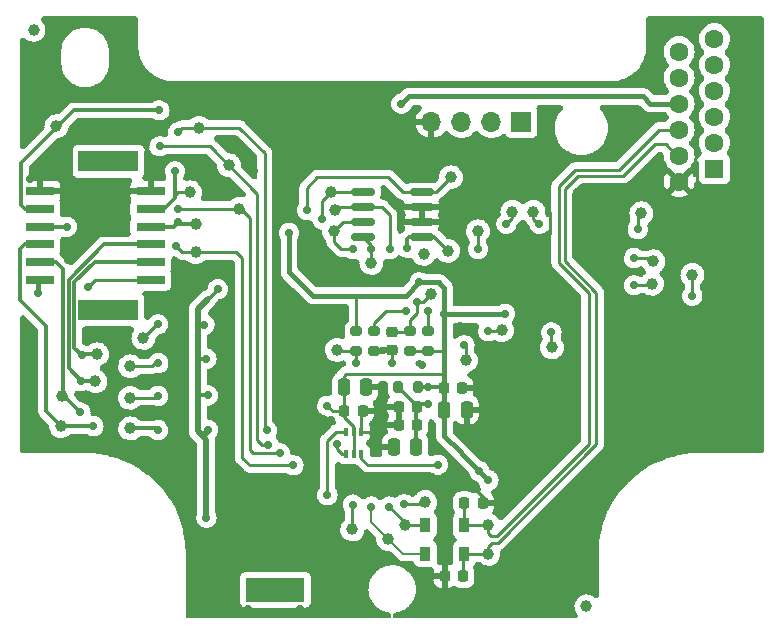
<source format=gtl>
G04 #@! TF.GenerationSoftware,KiCad,Pcbnew,(6.0.0)*
G04 #@! TF.CreationDate,2022-04-07T21:59:22+08:00*
G04 #@! TF.ProjectId,SX7H02050048,53583748-3032-4303-9530-3034382e6b69,rev?*
G04 #@! TF.SameCoordinates,PX59a5380PY6d321a0*
G04 #@! TF.FileFunction,Copper,L1,Top*
G04 #@! TF.FilePolarity,Positive*
%FSLAX46Y46*%
G04 Gerber Fmt 4.6, Leading zero omitted, Abs format (unit mm)*
G04 Created by KiCad (PCBNEW (6.0.0)) date 2022-04-07 21:59:22*
%MOMM*%
%LPD*%
G01*
G04 APERTURE LIST*
G04 Aperture macros list*
%AMRoundRect*
0 Rectangle with rounded corners*
0 $1 Rounding radius*
0 $2 $3 $4 $5 $6 $7 $8 $9 X,Y pos of 4 corners*
0 Add a 4 corners polygon primitive as box body*
4,1,4,$2,$3,$4,$5,$6,$7,$8,$9,$2,$3,0*
0 Add four circle primitives for the rounded corners*
1,1,$1+$1,$2,$3*
1,1,$1+$1,$4,$5*
1,1,$1+$1,$6,$7*
1,1,$1+$1,$8,$9*
0 Add four rect primitives between the rounded corners*
20,1,$1+$1,$2,$3,$4,$5,0*
20,1,$1+$1,$4,$5,$6,$7,0*
20,1,$1+$1,$6,$7,$8,$9,0*
20,1,$1+$1,$8,$9,$2,$3,0*%
G04 Aperture macros list end*
G04 #@! TA.AperFunction,SMDPad,CuDef*
%ADD10C,1.000000*%
G04 #@! TD*
G04 #@! TA.AperFunction,SMDPad,CuDef*
%ADD11RoundRect,0.225000X0.225000X0.250000X-0.225000X0.250000X-0.225000X-0.250000X0.225000X-0.250000X0*%
G04 #@! TD*
G04 #@! TA.AperFunction,SMDPad,CuDef*
%ADD12RoundRect,0.225000X-0.225000X-0.250000X0.225000X-0.250000X0.225000X0.250000X-0.225000X0.250000X0*%
G04 #@! TD*
G04 #@! TA.AperFunction,SMDPad,CuDef*
%ADD13RoundRect,0.150000X0.825000X0.150000X-0.825000X0.150000X-0.825000X-0.150000X0.825000X-0.150000X0*%
G04 #@! TD*
G04 #@! TA.AperFunction,SMDPad,CuDef*
%ADD14RoundRect,0.200000X-0.275000X0.200000X-0.275000X-0.200000X0.275000X-0.200000X0.275000X0.200000X0*%
G04 #@! TD*
G04 #@! TA.AperFunction,ComponentPad*
%ADD15R,1.700000X1.700000*%
G04 #@! TD*
G04 #@! TA.AperFunction,ComponentPad*
%ADD16O,1.700000X1.700000*%
G04 #@! TD*
G04 #@! TA.AperFunction,SMDPad,CuDef*
%ADD17RoundRect,0.250000X0.250000X0.475000X-0.250000X0.475000X-0.250000X-0.475000X0.250000X-0.475000X0*%
G04 #@! TD*
G04 #@! TA.AperFunction,SMDPad,CuDef*
%ADD18RoundRect,0.225000X-0.250000X0.225000X-0.250000X-0.225000X0.250000X-0.225000X0.250000X0.225000X0*%
G04 #@! TD*
G04 #@! TA.AperFunction,SMDPad,CuDef*
%ADD19R,0.900000X1.200000*%
G04 #@! TD*
G04 #@! TA.AperFunction,ComponentPad*
%ADD20R,1.600000X1.600000*%
G04 #@! TD*
G04 #@! TA.AperFunction,ComponentPad*
%ADD21C,1.600000*%
G04 #@! TD*
G04 #@! TA.AperFunction,SMDPad,CuDef*
%ADD22RoundRect,0.200000X0.275000X-0.200000X0.275000X0.200000X-0.275000X0.200000X-0.275000X-0.200000X0*%
G04 #@! TD*
G04 #@! TA.AperFunction,SMDPad,CuDef*
%ADD23RoundRect,0.250000X-0.250000X-0.475000X0.250000X-0.475000X0.250000X0.475000X-0.250000X0.475000X0*%
G04 #@! TD*
G04 #@! TA.AperFunction,SMDPad,CuDef*
%ADD24RoundRect,0.200000X0.200000X0.275000X-0.200000X0.275000X-0.200000X-0.275000X0.200000X-0.275000X0*%
G04 #@! TD*
G04 #@! TA.AperFunction,SMDPad,CuDef*
%ADD25R,2.450000X0.800000*%
G04 #@! TD*
G04 #@! TA.AperFunction,SMDPad,CuDef*
%ADD26R,5.050000X1.800000*%
G04 #@! TD*
G04 #@! TA.AperFunction,SMDPad,CuDef*
%ADD27R,0.400000X0.650000*%
G04 #@! TD*
G04 #@! TA.AperFunction,SMDPad,CuDef*
%ADD28R,5.000000X2.000000*%
G04 #@! TD*
G04 #@! TA.AperFunction,ViaPad*
%ADD29C,0.700000*%
G04 #@! TD*
G04 #@! TA.AperFunction,Conductor*
%ADD30C,0.250000*%
G04 #@! TD*
G04 #@! TA.AperFunction,Conductor*
%ADD31C,0.300000*%
G04 #@! TD*
G04 #@! TA.AperFunction,Conductor*
%ADD32C,0.500000*%
G04 #@! TD*
G04 #@! TA.AperFunction,Conductor*
%ADD33C,0.400000*%
G04 #@! TD*
G04 #@! TA.AperFunction,Conductor*
%ADD34C,0.200000*%
G04 #@! TD*
G04 APERTURE END LIST*
D10*
G04 #@! TO.P,TP50,1,1*
G04 #@! TO.N,/RELEASE2_AI*
X14839000Y36649000D03*
G04 #@! TD*
G04 #@! TO.P,TP6,1,1*
G04 #@! TO.N,Net-(D103-Pad1)*
X53955000Y28902000D03*
G04 #@! TD*
D11*
G04 #@! TO.P,C121,1*
G04 #@! TO.N,VDDA*
X34061000Y16921760D03*
G04 #@! TO.P,C121,2*
G04 #@! TO.N,GND*
X32511000Y16921760D03*
G04 #@! TD*
D10*
G04 #@! TO.P,TP79,1,1*
G04 #@! TO.N,/N_OH*
X6965000Y22933000D03*
G04 #@! TD*
G04 #@! TO.P,MARK1,*
G04 #@! TO.N,*
X1600000Y50400000D03*
G04 #@! TD*
D12*
G04 #@! TO.P,C118,1*
G04 #@! TO.N,+5V*
X36323000Y20100760D03*
G04 #@! TO.P,C118,2*
G04 #@! TO.N,GND*
X37873000Y20100760D03*
G04 #@! TD*
D10*
G04 #@! TO.P,TP66,1,1*
G04 #@! TO.N,Net-(D107-Pad2)*
X33076200Y8505800D03*
G04 #@! TD*
G04 #@! TO.P,TP93,1,1*
G04 #@! TO.N,Net-(C146-Pad2)*
X39223000Y33347000D03*
G04 #@! TD*
G04 #@! TO.P,TP92,1,1*
G04 #@! TO.N,Net-(L104-Pad2)*
X43922000Y34998000D03*
G04 #@! TD*
G04 #@! TO.P,TP25,1,1*
G04 #@! TO.N,/CAN/CAN_RX*
X38207000Y22425000D03*
G04 #@! TD*
G04 #@! TO.P,U103,0*
G04 #@! TO.N,N/C*
X34651000Y31442000D03*
D13*
G04 #@! TO.P,U103,1,VSUP*
G04 #@! TO.N,Net-(C132-Pad2)*
X34459000Y32839000D03*
G04 #@! TO.P,U103,2,GND*
G04 #@! TO.N,GND*
X34459000Y34109000D03*
G04 #@! TO.P,U103,3,TEST*
X34459000Y35379000D03*
G04 #@! TO.P,U103,4,CSN*
G04 #@! TO.N,Net-(R134-Pad2)*
X34459000Y36649000D03*
G04 #@! TO.P,U103,5,MISO*
G04 #@! TO.N,Net-(R113-Pad2)*
X29509000Y36649000D03*
G04 #@! TO.P,U103,6,WAKI/O*
G04 #@! TO.N,Net-(R115-Pad2)*
X29509000Y35379000D03*
G04 #@! TO.P,U103,7,MOSI*
G04 #@! TO.N,Net-(R136-Pad1)*
X29509000Y34109000D03*
G04 #@! TO.P,U103,8,SCK*
G04 #@! TO.N,Net-(R114-Pad1)*
X29509000Y32839000D03*
G04 #@! TD*
D10*
G04 #@! TO.P,TP48,1,1*
G04 #@! TO.N,/PARK2_AI*
X3536000Y42237000D03*
G04 #@! TD*
G04 #@! TO.P,TP28,1,1*
G04 #@! TO.N,Net-(C122-Pad1)*
X35286000Y28013000D03*
G04 #@! TD*
G04 #@! TO.P,TP67,1,1*
G04 #@! TO.N,/IO/Paddle+_AI*
X28580400Y8099400D03*
G04 #@! TD*
D14*
G04 #@! TO.P,R110,1*
G04 #@! TO.N,/MCU/SWD_CLK*
X30460000Y24901000D03*
G04 #@! TO.P,R110,2*
G04 #@! TO.N,GND*
X30460000Y23251000D03*
G04 #@! TD*
D10*
G04 #@! TO.P,TP43,1,1*
G04 #@! TO.N,/MCU/P1_MCU*
X15347000Y31569000D03*
G04 #@! TD*
D12*
G04 #@! TO.P,C136,1*
G04 #@! TO.N,/Paddle-*
X38067000Y10334600D03*
G04 #@! TO.P,C136,2*
G04 #@! TO.N,GND*
X39617000Y10334600D03*
G04 #@! TD*
D15*
G04 #@! TO.P,J101,1,Pin_1*
G04 #@! TO.N,+5V*
X42896000Y42618000D03*
D16*
G04 #@! TO.P,J101,2,Pin_2*
G04 #@! TO.N,/MCU/SWD_DIO*
X40356000Y42618000D03*
G04 #@! TO.P,J101,3,Pin_3*
G04 #@! TO.N,/MCU/SWD_CLK*
X37816000Y42618000D03*
G04 #@! TO.P,J101,4,Pin_4*
G04 #@! TO.N,GND*
X35276000Y42618000D03*
G04 #@! TD*
D12*
G04 #@! TO.P,C113,1*
G04 #@! TO.N,+5V*
X27907000Y18107000D03*
G04 #@! TO.P,C113,2*
G04 #@! TO.N,GND*
X29457000Y18107000D03*
G04 #@! TD*
D17*
G04 #@! TO.P,C119,1*
G04 #@! TO.N,VDDA*
X34016000Y15059000D03*
G04 #@! TO.P,C119,2*
G04 #@! TO.N,GND*
X32116000Y15059000D03*
G04 #@! TD*
D10*
G04 #@! TO.P,TP52,1,1*
G04 #@! TO.N,Net-(C132-Pad2)*
X36683000Y31696000D03*
G04 #@! TD*
G04 #@! TO.P,TP77,1,1*
G04 #@! TO.N,/D_OH*
X3917000Y16862400D03*
G04 #@! TD*
D14*
G04 #@! TO.P,R119,1*
G04 #@! TO.N,+5V*
X28936000Y24901000D03*
G04 #@! TO.P,R119,2*
G04 #@! TO.N,Net-(R119-Pad2)*
X28936000Y23251000D03*
G04 #@! TD*
D10*
G04 #@! TO.P,TP83,1,1*
G04 #@! TO.N,Net-(Q105-Pad3)*
X9784400Y16659200D03*
G04 #@! TD*
G04 #@! TO.P,TP3,1,1*
G04 #@! TO.N,Net-(D101-Pad1)*
X53066000Y34871000D03*
G04 #@! TD*
G04 #@! TO.P,TP10,1,1*
G04 #@! TO.N,Net-(Q101-Pad3)*
X54082000Y30807000D03*
G04 #@! TD*
G04 #@! TO.P,TP11,1,1*
G04 #@! TO.N,Net-(Q102-Pad1)*
X57384000Y29664000D03*
G04 #@! TD*
G04 #@! TO.P,TP59,1,1*
G04 #@! TO.N,Net-(R115-Pad2)*
X27158000Y35125000D03*
G04 #@! TD*
G04 #@! TO.P,TP56,1,1*
G04 #@! TO.N,Net-(R113-Pad2)*
X26777000Y36649000D03*
G04 #@! TD*
D18*
G04 #@! TO.P,C122,1*
G04 #@! TO.N,Net-(C122-Pad1)*
X31984000Y24851000D03*
G04 #@! TO.P,C122,2*
G04 #@! TO.N,GND*
X31984000Y23301000D03*
G04 #@! TD*
D19*
G04 #@! TO.P,D106,1,K*
G04 #@! TO.N,/Paddle+*
X38079000Y6042000D03*
G04 #@! TO.P,D106,2,A*
G04 #@! TO.N,Net-(D106-Pad2)*
X34779000Y6042000D03*
G04 #@! TD*
D10*
G04 #@! TO.P,TP53,1,1*
G04 #@! TO.N,Net-(R134-Pad2)*
X36937000Y37919000D03*
G04 #@! TD*
D11*
G04 #@! TO.P,C135,1*
G04 #@! TO.N,/Paddle+*
X37966000Y4137000D03*
G04 #@! TO.P,C135,2*
G04 #@! TO.N,GND*
X36416000Y4137000D03*
G04 #@! TD*
D20*
G04 #@! TO.P,J1,1,Pin_1*
G04 #@! TO.N,/CANH*
X59250000Y38650000D03*
D21*
G04 #@! TO.P,J1,2,Pin_2*
G04 #@! TO.N,/CANL*
X59250000Y40850000D03*
G04 #@! TO.P,J1,3,Pin_3*
G04 #@! TO.N,/DriveMode*
X59250000Y43050000D03*
G04 #@! TO.P,J1,4,Pin_4*
G04 #@! TO.N,unconnected-(J1-Pad4)*
X59250000Y45250000D03*
G04 #@! TO.P,J1,5,Pin_5*
G04 #@! TO.N,unconnected-(J1-Pad5)*
X59250000Y47450000D03*
G04 #@! TO.P,J1,6,Pin_6*
G04 #@! TO.N,unconnected-(J1-Pad6)*
X59250000Y49650000D03*
G04 #@! TO.P,J1,7,Pin_7*
G04 #@! TO.N,GND*
X56250000Y37550000D03*
G04 #@! TO.P,J1,8,Pin_8*
G04 #@! TO.N,/Paddle+*
X56250000Y39750000D03*
G04 #@! TO.P,J1,9,Pin_9*
G04 #@! TO.N,/Paddle-*
X56250000Y41950000D03*
G04 #@! TO.P,J1,10,Pin_10*
G04 #@! TO.N,/ILL+*
X56250000Y44150000D03*
G04 #@! TO.P,J1,11,Pin_11*
G04 #@! TO.N,/KL15*
X56250000Y46350000D03*
G04 #@! TO.P,J1,12,Pin_12*
G04 #@! TO.N,/KL30*
X56250000Y48550000D03*
G04 #@! TD*
D22*
G04 #@! TO.P,R116,1*
G04 #@! TO.N,+5V*
X33508000Y23251000D03*
G04 #@! TO.P,R116,2*
G04 #@! TO.N,Net-(C122-Pad1)*
X33508000Y24901000D03*
G04 #@! TD*
D10*
G04 #@! TO.P,MARK2,*
G04 #@! TO.N,*
X48400000Y1600000D03*
G04 #@! TD*
G04 #@! TO.P,TP95,1,1*
G04 #@! TO.N,Net-(R153-Pad1)*
X41255000Y24965000D03*
G04 #@! TD*
G04 #@! TO.P,TP96,1,1*
G04 #@! TO.N,Net-(R154-Pad1)*
X45496800Y23517200D03*
G04 #@! TD*
G04 #@! TO.P,TP64,1,1*
G04 #@! TO.N,/Paddle-*
X40112000Y8455000D03*
G04 #@! TD*
D19*
G04 #@! TO.P,D107,1,K*
G04 #@! TO.N,/Paddle-*
X38079000Y8455000D03*
G04 #@! TO.P,D107,2,A*
G04 #@! TO.N,Net-(D107-Pad2)*
X34779000Y8455000D03*
G04 #@! TD*
D23*
G04 #@! TO.P,C116,1*
G04 #@! TO.N,+5V*
X27859000Y20139000D03*
G04 #@! TO.P,C116,2*
G04 #@! TO.N,GND*
X29759000Y20139000D03*
G04 #@! TD*
D10*
G04 #@! TO.P,TP78,1,1*
G04 #@! TO.N,/R_OH*
X4044000Y19377000D03*
G04 #@! TD*
G04 #@! TO.P,TP54,1,1*
G04 #@! TO.N,Net-(R114-Pad1)*
X30206000Y30680000D03*
G04 #@! TD*
G04 #@! TO.P,TP85,1,1*
G04 #@! TO.N,Net-(Q107-Pad3)*
X10902000Y24330000D03*
G04 #@! TD*
G04 #@! TO.P,TP91,1,1*
G04 #@! TO.N,Net-(L104-Pad3)*
X42144000Y34998000D03*
G04 #@! TD*
G04 #@! TO.P,TP74,1,1*
G04 #@! TO.N,Net-(Q104-Pad3)*
X9784400Y21917000D03*
G04 #@! TD*
D24*
G04 #@! TO.P,L103,1,1*
G04 #@! TO.N,+5V*
X34145000Y20139000D03*
G04 #@! TO.P,L103,2,2*
G04 #@! TO.N,VDDA*
X32495000Y20139000D03*
G04 #@! TD*
D25*
G04 #@! TO.P,J2,1,Pin_1*
G04 #@! TO.N,/ILL_LED_OH*
X2138001Y29233500D03*
G04 #@! TO.P,J2,2,Pin_2*
G04 #@! TO.N,/P_OH*
X11538008Y29233500D03*
G04 #@! TO.P,J2,3,Pin_3*
G04 #@! TO.N,/R_OH*
X2138001Y30733500D03*
G04 #@! TO.P,J2,4,Pin_4*
G04 #@! TO.N,/N_OH*
X11538008Y30733500D03*
G04 #@! TO.P,J2,5,Pin_5*
G04 #@! TO.N,/D_OH*
X2138001Y32233499D03*
G04 #@! TO.P,J2,6,Pin_6*
G04 #@! TO.N,/M_OH*
X11538008Y32233499D03*
G04 #@! TO.P,J2,7,Pin_7*
G04 #@! TO.N,/PARK1_AI*
X2138001Y33733501D03*
G04 #@! TO.P,J2,8,Pin_8*
G04 #@! TO.N,/RELEASE1_AI*
X11538008Y33733501D03*
G04 #@! TO.P,J2,9,Pin_9*
G04 #@! TO.N,/PARK2_AI*
X2138001Y35233501D03*
G04 #@! TO.P,J2,10,Pin_10*
G04 #@! TO.N,/RELEASE2_AI*
X11538008Y35233501D03*
G04 #@! TO.P,J2,11,Pin_11*
G04 #@! TO.N,GND*
X2138001Y36733500D03*
G04 #@! TO.P,J2,12,Pin_12*
X11538008Y36733500D03*
D26*
G04 #@! TO.P,J2,13*
G04 #@! TO.N,N/C*
X7938015Y26703500D03*
G04 #@! TO.P,J2,14*
X7938015Y39263500D03*
G04 #@! TD*
D10*
G04 #@! TO.P,TP65,1,1*
G04 #@! TO.N,Net-(D106-Pad2)*
X31628400Y7286600D03*
G04 #@! TD*
D27*
G04 #@! TO.P,D2,1,A1*
G04 #@! TO.N,GND*
X29357400Y16379000D03*
G04 #@! TO.P,D2,2,K2*
G04 #@! TO.N,+5V*
X28707400Y16379000D03*
G04 #@! TO.P,D2,3,K1A2*
G04 #@! TO.N,/MCU/POWER_M*
X28057400Y16379000D03*
G04 #@! TO.P,D2,4,A3*
G04 #@! TO.N,GND*
X28057400Y14479000D03*
G04 #@! TO.P,D2,5,K4*
G04 #@! TO.N,+5V*
X28707400Y14479000D03*
G04 #@! TO.P,D2,6,K3A4*
G04 #@! TO.N,/MCU/WAKEUP_M*
X29357400Y14479000D03*
G04 #@! TD*
D10*
G04 #@! TO.P,TP45,1,1*
G04 #@! TO.N,/MCU/UNLOCK1_MCU*
X19030000Y35252000D03*
G04 #@! TD*
G04 #@! TO.P,TP46,1,1*
G04 #@! TO.N,/MCU/UNLOCK2_MCU*
X18141000Y38935000D03*
G04 #@! TD*
G04 #@! TO.P,TP68,1,1*
G04 #@! TO.N,/IO/Paddle-_AI*
X34752600Y10410800D03*
G04 #@! TD*
D28*
G04 #@! TO.P,ZLONG_LOGO2,*
G04 #@! TO.N,*
X22078000Y2994000D03*
G04 #@! TD*
D10*
G04 #@! TO.P,TP70,1,1*
G04 #@! TO.N,/M_OH*
X6838000Y20647000D03*
G04 #@! TD*
G04 #@! TO.P,TP44,1,1*
G04 #@! TO.N,/MCU/P2_MCU*
X15601000Y42110000D03*
G04 #@! TD*
G04 #@! TO.P,TP31,1,1*
G04 #@! TO.N,Net-(R119-Pad2)*
X27285000Y23314000D03*
G04 #@! TD*
G04 #@! TO.P,TP84,1,1*
G04 #@! TO.N,Net-(Q106-Pad3)*
X9759000Y19250000D03*
G04 #@! TD*
G04 #@! TO.P,TP63,1,1*
G04 #@! TO.N,/Paddle+*
X40112000Y6042000D03*
G04 #@! TD*
G04 #@! TO.P,TP55,1,1*
G04 #@! TO.N,Net-(R136-Pad1)*
X27031000Y33347000D03*
G04 #@! TD*
D23*
G04 #@! TO.P,C117,1*
G04 #@! TO.N,+5V*
X36368000Y18234000D03*
G04 #@! TO.P,C117,2*
G04 #@! TO.N,GND*
X38268000Y18234000D03*
G04 #@! TD*
D10*
G04 #@! TO.P,TP49,1,1*
G04 #@! TO.N,/RELEASE1_AI*
X15347000Y33982000D03*
G04 #@! TD*
D22*
G04 #@! TO.P,R109,1*
G04 #@! TO.N,+5V*
X35032000Y23251000D03*
G04 #@! TO.P,R109,2*
G04 #@! TO.N,/MCU/SWD_DIO*
X35032000Y24901000D03*
G04 #@! TD*
D11*
G04 #@! TO.P,C120,1*
G04 #@! TO.N,VDDA*
X34061000Y18488000D03*
G04 #@! TO.P,C120,2*
G04 #@! TO.N,GND*
X32511000Y18488000D03*
G04 #@! TD*
D29*
G04 #@! TO.N,GND*
X48113000Y34744000D03*
X8362000Y50796800D03*
X36302000Y39951000D03*
X3536000Y50847600D03*
X27031000Y21917000D03*
X1311895Y37753652D03*
X47605000Y27505000D03*
X51796000Y42364000D03*
X18141000Y36649000D03*
X2774000Y39570000D03*
X15347000Y1343000D03*
X13442000Y23441000D03*
X14966000Y29664000D03*
X36938280Y11923500D03*
X54336000Y50619000D03*
X31984000Y22171000D03*
X996000Y20393000D03*
X11791000Y13662000D03*
X22586000Y18488000D03*
X2193900Y15537500D03*
X46970000Y18996000D03*
X13442000Y14170000D03*
X22332000Y6169000D03*
X54971000Y33855000D03*
X13442000Y17472000D03*
X7727000Y42491000D03*
X46309600Y1343000D03*
X56749000Y21282000D03*
X22586000Y34998000D03*
X46970000Y16075000D03*
X34270000Y1343000D03*
X4552000Y30934000D03*
X38285506Y28314890D03*
X23144800Y19402400D03*
X44303000Y39951000D03*
X36302000Y6169000D03*
X32746000Y35506000D03*
X23348000Y37030000D03*
X38715000Y11604600D03*
X46335000Y9598000D03*
X6076000Y35125000D03*
X24745000Y23822000D03*
X28616684Y1343000D03*
X13442000Y20266000D03*
X37463140Y1343000D03*
X40239000Y19250000D03*
X5822000Y37157000D03*
X45192000Y14551000D03*
X44430000Y8074000D03*
X41636000Y12138000D03*
X5187000Y42237000D03*
X62591000Y26108000D03*
X57384000Y25981000D03*
X47605000Y36649000D03*
X30841000Y40586000D03*
X9784400Y48409200D03*
X43414000Y26616000D03*
X48367000Y31315000D03*
X34397000Y38427000D03*
X17760000Y43761000D03*
X44176000Y2359000D03*
X31222000Y17853000D03*
X38461000Y35760000D03*
X37699000Y25346000D03*
X54336000Y42999000D03*
X1148400Y48307600D03*
X31095000Y20139000D03*
X15474000Y5026000D03*
X31476000Y36522000D03*
X10495600Y46529600D03*
X50373600Y20621600D03*
X35286000Y30172000D03*
X17887000Y30045000D03*
X7473000Y37157000D03*
X40112000Y14805000D03*
X6076000Y15186000D03*
X24193456Y1343000D03*
X26777000Y17345000D03*
X40620000Y38300000D03*
X996000Y42110000D03*
X1148400Y45208800D03*
X22459000Y38300000D03*
X27310400Y15313000D03*
X18522000Y7439000D03*
X27031000Y6296000D03*
X13446100Y26383300D03*
X54971000Y45285000D03*
X53193000Y20266000D03*
X22586000Y23949000D03*
X51923000Y16202000D03*
X34524000Y22044000D03*
X7727000Y41094000D03*
X18141000Y40713000D03*
X20300000Y38427000D03*
X19770228Y1343000D03*
X30624400Y45530000D03*
X4044000Y44523000D03*
X58908000Y35252000D03*
X55352000Y14932000D03*
X41886368Y1343000D03*
X14204000Y10868000D03*
X25380000Y11757000D03*
X30510800Y15262200D03*
X7600000Y33855000D03*
X996000Y24838000D03*
G04 #@! TO.N,+12P*
X16236000Y22552000D03*
X16363000Y16536300D03*
X16236000Y9090000D03*
X17179900Y28440700D03*
X16363000Y19446900D03*
X16067956Y25449156D03*
G04 #@! TO.N,+5V*
X36368000Y26301000D03*
X34270000Y29029000D03*
X26466460Y18576590D03*
X41509000Y26362000D03*
X23221000Y33220000D03*
X40112000Y12265000D03*
X35032000Y20139000D03*
X39324600Y13052400D03*
G04 #@! TO.N,/ILL+*
X32738000Y44150000D03*
G04 #@! TO.N,VDDA*
X35032000Y18742000D03*
G04 #@! TO.N,Net-(C132-Pad2)*
X33254000Y31950000D03*
G04 #@! TO.N,/IO/Paddle+_AI*
X28631200Y10207600D03*
G04 #@! TO.N,/IO/Paddle-_AI*
X33000000Y10233000D03*
G04 #@! TO.N,Net-(C146-Pad2)*
X39223000Y31823000D03*
G04 #@! TO.N,Net-(D101-Pad1)*
X52748500Y33537500D03*
G04 #@! TO.N,Net-(D103-Pad1)*
X52431000Y28775000D03*
G04 #@! TO.N,/ILL_LED_OH*
X2012000Y28140000D03*
G04 #@! TO.N,Net-(D106-Pad2)*
X30206000Y10041100D03*
G04 #@! TO.N,Net-(D107-Pad2)*
X31724777Y10041100D03*
G04 #@! TO.N,/P_OH*
X6203000Y28648000D03*
G04 #@! TO.N,/R_OH*
X5555600Y18009500D03*
G04 #@! TO.N,/N_OH*
X5657200Y22886300D03*
G04 #@! TO.N,/D_OH*
X6664300Y16858300D03*
G04 #@! TO.N,/M_OH*
X5648000Y20669900D03*
G04 #@! TO.N,/PARK1_AI*
X4425000Y33728000D03*
G04 #@! TO.N,/RELEASE1_AI*
X13823000Y34109000D03*
G04 #@! TO.N,/PARK2_AI*
X12248200Y43583200D03*
G04 #@! TO.N,/RELEASE2_AI*
X13569000Y38427000D03*
G04 #@! TO.N,/MCU/SWD_DIO*
X35032000Y26616000D03*
G04 #@! TO.N,/MCU/SWD_CLK*
X33127000Y26616000D03*
G04 #@! TO.N,/MCU/WAKEUP_M*
X35844800Y13585800D03*
G04 #@! TO.N,Net-(L104-Pad2)*
X44430000Y33982000D03*
G04 #@! TO.N,Net-(L104-Pad3)*
X41636000Y33982000D03*
G04 #@! TO.N,Net-(Q101-Pad3)*
X52450538Y31080538D03*
G04 #@! TO.N,Net-(Q104-Pad3)*
X12159600Y22171000D03*
G04 #@! TO.N,Net-(Q105-Pad3)*
X12127600Y16504300D03*
G04 #@! TO.N,Net-(Q106-Pad3)*
X12138900Y19401800D03*
G04 #@! TO.N,Net-(Q107-Pad3)*
X12136000Y25473000D03*
G04 #@! TO.N,Net-(R119-Pad2)*
X28936000Y22171000D03*
G04 #@! TO.N,/MCU/P1_MCU*
X13696000Y32077000D03*
X23602000Y13535000D03*
G04 #@! TO.N,/MCU/P2_MCU*
X13823000Y41729000D03*
X21352000Y16492000D03*
G04 #@! TO.N,/MCU/UNLOCK1_MCU*
X13823000Y35252000D03*
X22459000Y14551000D03*
G04 #@! TO.N,/MCU/UNLOCK2_MCU*
X21486750Y15269250D03*
X12273600Y40535200D03*
G04 #@! TO.N,Net-(R153-Pad1)*
X40112000Y24901000D03*
G04 #@! TO.N,/CAN/CAN_RX*
X38080000Y23695000D03*
G04 #@! TO.N,Net-(R154-Pad1)*
X45446000Y24776000D03*
G04 #@! TO.N,Net-(Q102-Pad1)*
X57370000Y27886000D03*
G04 #@! TO.N,Net-(R113-Pad2)*
X26054500Y34363000D03*
G04 #@! TO.N,Net-(R114-Pad1)*
X30206000Y31823000D03*
G04 #@! TO.N,Net-(R115-Pad2)*
X31769500Y31828384D03*
G04 #@! TO.N,Net-(R134-Pad2)*
X24745000Y35125000D03*
G04 #@! TO.N,Net-(R136-Pad1)*
X28682000Y31823000D03*
G04 #@! TO.N,/MCU/POWER_M*
X26472200Y10995000D03*
G04 #@! TO.N,Net-(C122-Pad1)*
X34065600Y27328400D03*
G04 #@! TD*
D30*
G04 #@! TO.N,GND*
X28057400Y14479000D02*
X27712600Y14479000D01*
D31*
X37318000Y34424000D02*
X36490000Y34424000D01*
X36490000Y34424000D02*
X36175000Y34109000D01*
D30*
X27310400Y14881200D02*
X27310400Y15313000D01*
D31*
X36490000Y34810000D02*
X36490000Y34424000D01*
D30*
X45319000Y33093000D02*
X45319000Y34998000D01*
D31*
X39617000Y10880400D02*
X39617000Y10334600D01*
X36175000Y34109000D02*
X34459000Y34109000D01*
D30*
X57765000Y38173000D02*
X57765000Y37284000D01*
D31*
X35921000Y35379000D02*
X36490000Y34810000D01*
X36720980Y11706200D02*
X36938280Y11923500D01*
D30*
X29357400Y16379000D02*
X29357400Y18007400D01*
X27712600Y14479000D02*
X27310400Y14881200D01*
X29978200Y16379000D02*
X30510800Y15846400D01*
D31*
X38715000Y11604600D02*
X38892800Y11604600D01*
D30*
X29357400Y16379000D02*
X29978200Y16379000D01*
X57638000Y39189000D02*
X57638000Y39570000D01*
X57638000Y39570000D02*
X57892000Y39824000D01*
X30510800Y15846400D02*
X30510800Y15262200D01*
X31984000Y22171000D02*
X31984000Y23301000D01*
X29357400Y18007400D02*
X29457000Y18107000D01*
D31*
X38892800Y11604600D02*
X39617000Y10880400D01*
X34459000Y35379000D02*
X35921000Y35379000D01*
D30*
G04 #@! TO.N,+12P*
X17179900Y28423500D02*
X16337600Y27581200D01*
D32*
X15918500Y16011500D02*
X16363000Y16456000D01*
X16236000Y15694000D02*
X15918500Y16011500D01*
D31*
X16067956Y25449156D02*
X15548644Y25449156D01*
D30*
X17179900Y28440700D02*
X17179900Y28423500D01*
D32*
X15918500Y16011500D02*
X15486700Y16443300D01*
X15486700Y19288100D02*
X15486700Y22361500D01*
D31*
X15645500Y19446900D02*
X15486700Y19288100D01*
X15677200Y22552000D02*
X15486700Y22361500D01*
D32*
X15486700Y25511100D02*
X15486700Y26730300D01*
D31*
X16236000Y22552000D02*
X15677200Y22552000D01*
X16363000Y19446900D02*
X15645500Y19446900D01*
X15548644Y25449156D02*
X15486700Y25511100D01*
D32*
X15486700Y16443300D02*
X15486700Y19288100D01*
X16236000Y9090000D02*
X16236000Y15694000D01*
X15486700Y26730300D02*
X16337600Y27581200D01*
X15486700Y22361500D02*
X15486700Y25511100D01*
X16363000Y16456000D02*
X16363000Y16536300D01*
D30*
G04 #@! TO.N,+5V*
X36239000Y23251000D02*
X36368000Y23380000D01*
X26936050Y18107000D02*
X26466460Y18576590D01*
D33*
X38054600Y14322400D02*
X37660900Y14716100D01*
D31*
X38029200Y14322400D02*
X38054600Y14322400D01*
D33*
X36368000Y16009000D02*
X36368000Y17152000D01*
X36048000Y28902000D02*
X35921000Y29029000D01*
X41448000Y26301000D02*
X41509000Y26362000D01*
D30*
X36175000Y21282000D02*
X36368000Y21475000D01*
D33*
X36368000Y21475000D02*
X36368000Y23380000D01*
D30*
X28936000Y24901000D02*
X28936000Y27886000D01*
X28047000Y21282000D02*
X36175000Y21282000D01*
D31*
X35032000Y20139000D02*
X36284760Y20139000D01*
X36368000Y18234000D02*
X36368000Y20055760D01*
D30*
X27907000Y18107000D02*
X26936050Y18107000D01*
D31*
X36284760Y20139000D02*
X36323000Y20100760D01*
X36368000Y20055760D02*
X36323000Y20100760D01*
D30*
X27907000Y17612000D02*
X28707400Y16811600D01*
X27907000Y18107000D02*
X27907000Y20091000D01*
D33*
X36368000Y26301000D02*
X41448000Y26301000D01*
X36368000Y23380000D02*
X36368000Y26301000D01*
X24110000Y29029000D02*
X23221000Y29918000D01*
X23221000Y29918000D02*
X23221000Y33220000D01*
X36368000Y26301000D02*
X36368000Y28582000D01*
D31*
X35032000Y20139000D02*
X34145000Y20139000D01*
D33*
X35921000Y29029000D02*
X34270000Y29029000D01*
D30*
X33508000Y23251000D02*
X36239000Y23251000D01*
D33*
X36368000Y28582000D02*
X36048000Y28902000D01*
X36368000Y17152000D02*
X36368000Y18234000D01*
D30*
X27859000Y20139000D02*
X27859000Y21094000D01*
D33*
X30333000Y27886000D02*
X25253000Y27886000D01*
X33127000Y27886000D02*
X34270000Y29029000D01*
D30*
X27859000Y21094000D02*
X28047000Y21282000D01*
X27907000Y20091000D02*
X27859000Y20139000D01*
D33*
X25253000Y27886000D02*
X24110000Y29029000D01*
D30*
X27907000Y18107000D02*
X27907000Y17612000D01*
X28707400Y16811600D02*
X28707400Y16379000D01*
D33*
X40112000Y12265000D02*
X38054600Y14322400D01*
X30333000Y27886000D02*
X33127000Y27886000D01*
D30*
X28707400Y16379000D02*
X28707400Y14479000D01*
D33*
X37660900Y14716100D02*
X36368000Y16009000D01*
X36368000Y17152000D02*
X36368000Y21475000D01*
G04 #@! TO.N,/ILL+*
X53820000Y44150000D02*
X53193000Y44777000D01*
X33365000Y44777000D02*
X32738000Y44150000D01*
X53193000Y44777000D02*
X33365000Y44777000D01*
X56250000Y44150000D02*
X53820000Y44150000D01*
D31*
G04 #@! TO.N,VDDA*
X34016000Y15059000D02*
X34016000Y18443000D01*
X34315000Y18742000D02*
X34061000Y18488000D01*
X34061000Y18573000D02*
X32495000Y20139000D01*
X34061000Y18488000D02*
X34061000Y18573000D01*
X35032000Y18742000D02*
X34315000Y18742000D01*
X34016000Y18443000D02*
X34061000Y18488000D01*
G04 #@! TO.N,Net-(C132-Pad2)*
X33381000Y32839000D02*
X34459000Y32839000D01*
X33254000Y32712000D02*
X33381000Y32839000D01*
X36683000Y31696000D02*
X35540000Y32839000D01*
X35540000Y32839000D02*
X34459000Y32839000D01*
X33254000Y31950000D02*
X33254000Y32712000D01*
D30*
G04 #@! TO.N,/Paddle+*
X49256000Y28140000D02*
X49256000Y15312296D01*
X40900104Y6956400D02*
X40416800Y6956400D01*
X55129000Y40713000D02*
X54209000Y40713000D01*
X46589000Y30807000D02*
X49256000Y28140000D01*
X47732000Y38046000D02*
X46589000Y36903000D01*
X51542000Y38046000D02*
X47732000Y38046000D01*
X56250000Y39750000D02*
X56092000Y39750000D01*
X56092000Y39750000D02*
X55129000Y40713000D01*
X38079000Y6042000D02*
X40112000Y6042000D01*
X49256000Y15312296D02*
X40900104Y6956400D01*
X40416800Y6956400D02*
X40112000Y6651600D01*
X46589000Y36903000D02*
X46589000Y30807000D01*
X40112000Y6651600D02*
X40112000Y6042000D01*
X54209000Y40713000D02*
X51542000Y38046000D01*
X37966000Y4137000D02*
X37966000Y5929000D01*
G04 #@! TO.N,/Paddle-*
X38079000Y8455000D02*
X38079000Y10473000D01*
X40112000Y7820000D02*
X40112000Y8455000D01*
X38079000Y10473000D02*
X38093000Y10487000D01*
X47478000Y38554000D02*
X46081000Y37157000D01*
X48621000Y15313000D02*
X40874000Y7566000D01*
X48621000Y28139296D02*
X48621000Y15313000D01*
X46081000Y30679296D02*
X48621000Y28139296D01*
X56250000Y41950000D02*
X54557000Y41950000D01*
X54557000Y41950000D02*
X51161000Y38554000D01*
X46081000Y37157000D02*
X46081000Y30679296D01*
X40366000Y7566000D02*
X40112000Y7820000D01*
X40112000Y8455000D02*
X38079000Y8455000D01*
X40874000Y7566000D02*
X40366000Y7566000D01*
X51161000Y38554000D02*
X47478000Y38554000D01*
G04 #@! TO.N,/IO/Paddle+_AI*
X28580400Y8099400D02*
X28580400Y10156800D01*
X28580400Y10156800D02*
X28631200Y10207600D01*
G04 #@! TO.N,/IO/Paddle-_AI*
X33000000Y10233000D02*
X34574800Y10233000D01*
X34574800Y10233000D02*
X34752600Y10410800D01*
G04 #@! TO.N,Net-(C146-Pad2)*
X39223000Y31823000D02*
X39223000Y33093000D01*
G04 #@! TO.N,Net-(D101-Pad1)*
X52748500Y33537500D02*
X52748500Y34553500D01*
X52748500Y34553500D02*
X53066000Y34871000D01*
G04 #@! TO.N,Net-(D103-Pad1)*
X52431000Y28775000D02*
X53828000Y28775000D01*
X53828000Y28775000D02*
X53955000Y28902000D01*
D33*
G04 #@! TO.N,/ILL_LED_OH*
X2012000Y28140000D02*
X2012000Y29107499D01*
X2012000Y29107499D02*
X2138001Y29233500D01*
D34*
G04 #@! TO.N,Net-(D106-Pad2)*
X32898400Y6042000D02*
X30206000Y8734400D01*
X30206000Y8734400D02*
X30206000Y10041100D01*
X34779000Y6042000D02*
X32898400Y6042000D01*
D30*
G04 #@! TO.N,Net-(D107-Pad2)*
X34779000Y8455000D02*
X33310877Y8455000D01*
X33310877Y8455000D02*
X31724777Y10041100D01*
G04 #@! TO.N,/P_OH*
X11538008Y29233500D02*
X6788500Y29233500D01*
X6788500Y29233500D02*
X6203000Y28648000D01*
D31*
G04 #@! TO.N,/R_OH*
X4188100Y19377000D02*
X5555600Y18009500D01*
X4064482Y30151518D02*
X3482500Y30733500D01*
X3482500Y30733500D02*
X2138001Y30733500D01*
X4064482Y19356518D02*
X4064482Y30151518D01*
G04 #@! TO.N,/N_OH*
X6764500Y30733500D02*
X11538008Y30733500D01*
X5657200Y22886300D02*
X5063504Y23479996D01*
X5063504Y29032504D02*
X6764500Y30733500D01*
X5063504Y23479996D02*
X5063504Y29032504D01*
X5703900Y22933000D02*
X5657200Y22886300D01*
X6965000Y22933000D02*
X5703900Y22933000D01*
G04 #@! TO.N,/D_OH*
X2647000Y25346000D02*
X2647000Y18132400D01*
X2647000Y18132400D02*
X3917000Y16862400D01*
X488000Y31823000D02*
X898499Y32233499D01*
X898499Y32233499D02*
X2138001Y32233499D01*
X6664300Y16858300D02*
X6660200Y16862400D01*
X6660200Y16862400D02*
X3917000Y16862400D01*
X488000Y27505000D02*
X2647000Y25346000D01*
X488000Y31823000D02*
X488000Y27505000D01*
G04 #@! TO.N,/M_OH*
X4563993Y21753907D02*
X4563993Y29239408D01*
X4563993Y29239408D02*
X7558083Y32233499D01*
X6838000Y20647000D02*
X5670900Y20647000D01*
X5670900Y20647000D02*
X5648000Y20669900D01*
X5648000Y20669900D02*
X4563993Y21753907D01*
X7558083Y32233499D02*
X11538008Y32233499D01*
G04 #@! TO.N,/PARK1_AI*
X2138001Y33733501D02*
X4419499Y33733501D01*
X4419499Y33733501D02*
X4425000Y33728000D01*
G04 #@! TO.N,/RELEASE1_AI*
X13447501Y33733501D02*
X13823000Y34109000D01*
X11538008Y33733501D02*
X13447501Y33733501D01*
X15347000Y33982000D02*
X13950000Y33982000D01*
X13950000Y33982000D02*
X13823000Y34109000D01*
G04 #@! TO.N,/PARK2_AI*
X563490Y35557510D02*
X563490Y39137490D01*
X563490Y39137490D02*
X5009200Y43583200D01*
X5009200Y43583200D02*
X8031800Y43583200D01*
X2138001Y35233501D02*
X887499Y35233501D01*
X8031800Y43583200D02*
X12248200Y43583200D01*
X887499Y35233501D02*
X563490Y35557510D01*
G04 #@! TO.N,/RELEASE2_AI*
X11538008Y35233501D02*
X12661501Y35233501D01*
D30*
X13823000Y36649000D02*
X13569000Y36395000D01*
X14839000Y36649000D02*
X13823000Y36649000D01*
D31*
X12661501Y35233501D02*
X13569000Y36141000D01*
X13569000Y36395000D02*
X13569000Y38427000D01*
X13569000Y36141000D02*
X13569000Y36395000D01*
D30*
G04 #@! TO.N,/MCU/SWD_DIO*
X35032000Y24901000D02*
X35032000Y26616000D01*
G04 #@! TO.N,/MCU/SWD_CLK*
X31476000Y26616000D02*
X33127000Y26616000D01*
X30460000Y24901000D02*
X30460000Y25600000D01*
X30460000Y25600000D02*
X31476000Y26616000D01*
G04 #@! TO.N,/MCU/WAKEUP_M*
X29875800Y13585800D02*
X35844800Y13585800D01*
X29357400Y14104200D02*
X29875800Y13585800D01*
X29357400Y14479000D02*
X29357400Y14104200D01*
G04 #@! TO.N,Net-(L104-Pad2)*
X44303000Y33982000D02*
X43922000Y34363000D01*
X44430000Y33982000D02*
X44303000Y33982000D01*
X43922000Y34363000D02*
X43922000Y34998000D01*
G04 #@! TO.N,Net-(L104-Pad3)*
X42144000Y34490000D02*
X42144000Y34998000D01*
X41636000Y33982000D02*
X42144000Y34490000D01*
G04 #@! TO.N,Net-(Q101-Pad3)*
X53808462Y31080538D02*
X54082000Y30807000D01*
X52450538Y31080538D02*
X53808462Y31080538D01*
G04 #@! TO.N,Net-(Q104-Pad3)*
X11647500Y21917000D02*
X12159600Y22429100D01*
X9784400Y21917000D02*
X11647500Y21917000D01*
D31*
G04 #@! TO.N,Net-(Q105-Pad3)*
X11972700Y16659200D02*
X12127600Y16504300D01*
X9784400Y16659200D02*
X11972700Y16659200D01*
D30*
G04 #@! TO.N,Net-(Q106-Pad3)*
X9759000Y19250000D02*
X11987100Y19250000D01*
X11987100Y19250000D02*
X12138900Y19401800D01*
D31*
G04 #@! TO.N,Net-(Q107-Pad3)*
X10866000Y24203000D02*
X12136000Y25473000D01*
D30*
G04 #@! TO.N,Net-(R119-Pad2)*
X27348000Y23251000D02*
X27285000Y23314000D01*
X28936000Y23251000D02*
X27348000Y23251000D01*
X28936000Y22171000D02*
X28936000Y23251000D01*
G04 #@! TO.N,/MCU/P1_MCU*
X15347000Y31569000D02*
X18776000Y31569000D01*
X19919000Y13535000D02*
X23602000Y13535000D01*
X19284000Y14170000D02*
X19919000Y13535000D01*
X18776000Y31569000D02*
X19284000Y31061000D01*
X14204000Y31569000D02*
X13696000Y32077000D01*
X15347000Y31569000D02*
X14204000Y31569000D01*
X19284000Y31061000D02*
X19284000Y14170000D01*
G04 #@! TO.N,/MCU/P2_MCU*
X19030000Y42110000D02*
X14204000Y42110000D01*
X21189000Y16655000D02*
X21189000Y39951000D01*
X21189000Y39951000D02*
X19030000Y42110000D01*
X14204000Y42110000D02*
X13823000Y41729000D01*
X21352000Y16492000D02*
X21189000Y16655000D01*
G04 #@! TO.N,/MCU/UNLOCK1_MCU*
X13823000Y35252000D02*
X19157000Y35252000D01*
X20173000Y14551000D02*
X22459000Y14551000D01*
X19919000Y34490000D02*
X19919000Y19504000D01*
X19919000Y14805000D02*
X20173000Y14551000D01*
X19919000Y19504000D02*
X19919000Y14805000D01*
X19157000Y35252000D02*
X19919000Y34490000D01*
G04 #@! TO.N,/MCU/UNLOCK2_MCU*
X20554000Y36522000D02*
X20554000Y15694000D01*
X20978750Y15269250D02*
X21486750Y15269250D01*
X20554000Y15694000D02*
X20978750Y15269250D01*
X12273600Y40535200D02*
X16540800Y40535200D01*
X16540800Y40535200D02*
X20554000Y36522000D01*
G04 #@! TO.N,Net-(R153-Pad1)*
X41191000Y24901000D02*
X41255000Y24965000D01*
X40112000Y24901000D02*
X41191000Y24901000D01*
G04 #@! TO.N,/CAN/CAN_RX*
X38207000Y22425000D02*
X38207000Y23568000D01*
X38207000Y23568000D02*
X38080000Y23695000D01*
G04 #@! TO.N,Net-(R154-Pad1)*
X45446000Y24776000D02*
X45446000Y23568000D01*
X45446000Y24838000D02*
X45384000Y24776000D01*
X45446000Y23568000D02*
X45496800Y23517200D01*
G04 #@! TO.N,Net-(Q102-Pad1)*
X57370000Y27886000D02*
X57370000Y29650000D01*
X57370000Y29650000D02*
X57384000Y29664000D01*
G04 #@! TO.N,Net-(R113-Pad2)*
X26777000Y36649000D02*
X26054500Y35926500D01*
X29509000Y36649000D02*
X26777000Y36649000D01*
X26054500Y35926500D02*
X26054500Y34363000D01*
G04 #@! TO.N,Net-(R114-Pad1)*
X30206000Y31823000D02*
X30206000Y32142000D01*
X30206000Y32142000D02*
X29509000Y32839000D01*
X30206000Y30553000D02*
X30206000Y31823000D01*
G04 #@! TO.N,Net-(R115-Pad2)*
X31095000Y35379000D02*
X29509000Y35379000D01*
X31769500Y34704500D02*
X31095000Y35379000D01*
X31769500Y31828384D02*
X31769500Y34704500D01*
X27412000Y35379000D02*
X27158000Y35125000D01*
X29509000Y35379000D02*
X27412000Y35379000D01*
G04 #@! TO.N,Net-(R134-Pad2)*
X35667000Y36649000D02*
X36937000Y37919000D01*
X25634000Y37919000D02*
X31603000Y37919000D01*
X24745000Y35125000D02*
X24745000Y37030000D01*
X31603000Y37919000D02*
X32873000Y36649000D01*
X34459000Y36649000D02*
X35667000Y36649000D01*
X32873000Y36649000D02*
X34459000Y36649000D01*
X24745000Y37030000D02*
X25634000Y37919000D01*
G04 #@! TO.N,Net-(R136-Pad1)*
X27031000Y33347000D02*
X27793000Y34109000D01*
X29509000Y34109000D02*
X27793000Y34109000D01*
X28682000Y31823000D02*
X27666000Y31823000D01*
X27031000Y32458000D02*
X27031000Y33347000D01*
X27666000Y31823000D02*
X27031000Y32458000D01*
G04 #@! TO.N,/MCU/POWER_M*
X26472200Y15617800D02*
X27233400Y16379000D01*
X26472200Y10995000D02*
X26472200Y15617800D01*
X27233400Y16379000D02*
X28057400Y16379000D01*
G04 #@! TO.N,Net-(C122-Pad1)*
X33508000Y24901000D02*
X33508000Y25854000D01*
X34065600Y26411600D02*
X34065600Y27328400D01*
X34065600Y27328400D02*
X34601400Y27328400D01*
X34601400Y27328400D02*
X35286000Y28013000D01*
X33508000Y25854000D02*
X34065600Y26411600D01*
X33458000Y24851000D02*
X33508000Y24901000D01*
X31984000Y24851000D02*
X33458000Y24851000D01*
G04 #@! TD*
G04 #@! TA.AperFunction,Conductor*
G04 #@! TO.N,GND*
G36*
X10297821Y51534795D02*
G01*
X10379900Y51479951D01*
X10434744Y51397872D01*
X10454002Y51301053D01*
X10454002Y49213961D01*
X10448055Y49173322D01*
X10450159Y49173007D01*
X10450116Y49172721D01*
X10446785Y49163330D01*
X10446053Y49150360D01*
X10442330Y49137912D01*
X10442220Y49119887D01*
X10442003Y49084308D01*
X10441605Y49071585D01*
X10441034Y49061466D01*
X10440483Y49051702D01*
X10441440Y49041977D01*
X10441604Y49034079D01*
X10441654Y49027270D01*
X10441441Y48992401D01*
X10446394Y48975073D01*
X10448841Y48957208D01*
X10448536Y48957166D01*
X10451116Y48943624D01*
X10468485Y48767075D01*
X10486228Y48586718D01*
X10486396Y48583221D01*
X10484912Y48573008D01*
X10487429Y48555167D01*
X10487429Y48555165D01*
X10492973Y48515869D01*
X10494238Y48505303D01*
X10496147Y48485902D01*
X10498290Y48477155D01*
X10498512Y48475857D01*
X10498998Y48472736D01*
X10499167Y48471970D01*
X10500532Y48462298D01*
X10503370Y48452946D01*
X10503372Y48452936D01*
X10505810Y48444900D01*
X10509438Y48431664D01*
X10522010Y48380359D01*
X10528536Y48369086D01*
X10530570Y48363311D01*
X10636191Y48015257D01*
X10637029Y48011899D01*
X10637560Y48001664D01*
X10643511Y47984647D01*
X10656656Y47947056D01*
X10659934Y47937014D01*
X10665623Y47918269D01*
X10669429Y47910118D01*
X10669760Y47909253D01*
X10670931Y47906057D01*
X10671238Y47905358D01*
X10674467Y47896125D01*
X10683095Y47879983D01*
X10689196Y47867787D01*
X10689707Y47866694D01*
X10711600Y47819809D01*
X10720157Y47810079D01*
X10723232Y47804890D01*
X10861844Y47545564D01*
X10894668Y47484153D01*
X10896152Y47481006D01*
X10898680Y47471036D01*
X10907835Y47455510D01*
X10907837Y47455506D01*
X10928032Y47421259D01*
X10933218Y47412029D01*
X10942434Y47394787D01*
X10947756Y47387535D01*
X10948363Y47386571D01*
X10950061Y47383785D01*
X10950505Y47383149D01*
X10955472Y47374727D01*
X10967045Y47360627D01*
X10975423Y47349836D01*
X11006727Y47307181D01*
X11017042Y47299287D01*
X11021100Y47294764D01*
X11251864Y47013603D01*
X11253922Y47010822D01*
X11258333Y47001563D01*
X11296878Y46958411D01*
X11303725Y46950415D01*
X11316162Y46935263D01*
X11322801Y46929185D01*
X11323465Y46928484D01*
X11325758Y46925992D01*
X11326307Y46925465D01*
X11332816Y46918179D01*
X11340361Y46911987D01*
X11340367Y46911981D01*
X11346939Y46906588D01*
X11357269Y46897633D01*
X11396314Y46861888D01*
X11407948Y46856170D01*
X11412777Y46852551D01*
X11693959Y46621771D01*
X11696532Y46619434D01*
X11702680Y46611194D01*
X11748858Y46576428D01*
X11757171Y46569891D01*
X11772282Y46557489D01*
X11779969Y46552828D01*
X11780938Y46552142D01*
X11783527Y46550251D01*
X11784192Y46549827D01*
X11792002Y46543947D01*
X11800620Y46539341D01*
X11800623Y46539339D01*
X11802680Y46538240D01*
X11808076Y46535356D01*
X11819963Y46528582D01*
X11865204Y46501153D01*
X11877761Y46497806D01*
X11883236Y46495182D01*
X12203949Y46323759D01*
X12206919Y46321974D01*
X12214532Y46315112D01*
X12230764Y46307290D01*
X12230763Y46307290D01*
X12266652Y46289994D01*
X12276073Y46285208D01*
X12285390Y46280228D01*
X12285398Y46280224D01*
X12293341Y46275979D01*
X12301814Y46272899D01*
X12302633Y46272534D01*
X12305738Y46271093D01*
X12306446Y46270817D01*
X12315252Y46266573D01*
X12324609Y46263734D01*
X12324616Y46263731D01*
X12332740Y46261266D01*
X12345706Y46256946D01*
X12395469Y46238858D01*
X12408403Y46238028D01*
X12414252Y46236531D01*
X12762337Y46130901D01*
X12765639Y46129716D01*
X12774505Y46124437D01*
X12830374Y46110021D01*
X12840615Y46107148D01*
X12859281Y46101483D01*
X12868174Y46100117D01*
X12869481Y46099820D01*
X12872526Y46099081D01*
X12873303Y46098943D01*
X12882765Y46096502D01*
X12900844Y46094723D01*
X12914456Y46093009D01*
X12948871Y46087724D01*
X12948877Y46087724D01*
X12966687Y46084989D01*
X12979599Y46086705D01*
X12985718Y46086373D01*
X13340398Y46051479D01*
X13353006Y46049918D01*
X13368868Y46047547D01*
X13386143Y46042381D01*
X13405310Y46042264D01*
X13424314Y46042148D01*
X13430600Y46041821D01*
X13430604Y46041961D01*
X13439611Y46041718D01*
X13448566Y46040837D01*
X13465347Y46041579D01*
X13478029Y46041819D01*
X13510785Y46041619D01*
X13531654Y46041492D01*
X13544146Y46045062D01*
X13557125Y46045636D01*
X13570539Y46050211D01*
X13611616Y46054053D01*
X50310094Y46054053D01*
X50350735Y46048105D01*
X50351050Y46050210D01*
X50351331Y46050168D01*
X50360724Y46046836D01*
X50373695Y46046104D01*
X50386143Y46042381D01*
X50404166Y46042271D01*
X50415815Y46042200D01*
X50439750Y46042054D01*
X50452470Y46041656D01*
X50462589Y46041085D01*
X50462594Y46041085D01*
X50472353Y46040534D01*
X50482078Y46041491D01*
X50489976Y46041655D01*
X50496785Y46041705D01*
X50504965Y46041655D01*
X50513630Y46041602D01*
X50513631Y46041602D01*
X50531654Y46041492D01*
X50548982Y46046445D01*
X50566847Y46048892D01*
X50566889Y46048587D01*
X50580431Y46051167D01*
X50868818Y46079538D01*
X50937337Y46086279D01*
X50940835Y46086447D01*
X50951048Y46084963D01*
X50968888Y46087480D01*
X50968889Y46087480D01*
X51008190Y46093025D01*
X51018762Y46094290D01*
X51029203Y46095317D01*
X51029207Y46095318D01*
X51038154Y46096198D01*
X51046884Y46098337D01*
X51048208Y46098563D01*
X51051312Y46099047D01*
X51052088Y46099218D01*
X51061757Y46100583D01*
X51073922Y46104274D01*
X51079145Y46105859D01*
X51092386Y46109487D01*
X51126191Y46117771D01*
X51143697Y46122061D01*
X51154971Y46128588D01*
X51160748Y46130622D01*
X51508800Y46236241D01*
X51512158Y46237079D01*
X51522392Y46237610D01*
X51566918Y46253181D01*
X51576973Y46256697D01*
X51587012Y46259974D01*
X51597173Y46263058D01*
X51597176Y46263059D01*
X51605786Y46265672D01*
X51613943Y46269481D01*
X51614835Y46269823D01*
X51617978Y46270974D01*
X51618691Y46271287D01*
X51627931Y46274518D01*
X51636567Y46279134D01*
X51644038Y46283127D01*
X51656253Y46289238D01*
X51687910Y46304021D01*
X51704246Y46311649D01*
X51713980Y46320209D01*
X51719175Y46323288D01*
X52039907Y46494721D01*
X52043050Y46496203D01*
X52053019Y46498731D01*
X52068541Y46507885D01*
X52068545Y46507886D01*
X52102783Y46528076D01*
X52112029Y46533270D01*
X52121326Y46538240D01*
X52129270Y46542486D01*
X52136526Y46547811D01*
X52137496Y46548422D01*
X52140261Y46550107D01*
X52140901Y46550555D01*
X52149327Y46555523D01*
X52163427Y46567095D01*
X52174212Y46575468D01*
X52216875Y46606779D01*
X52224770Y46617096D01*
X52229299Y46621159D01*
X52510456Y46851918D01*
X52513234Y46853974D01*
X52522492Y46858384D01*
X52565631Y46896918D01*
X52573647Y46903782D01*
X52588793Y46916213D01*
X52594876Y46922857D01*
X52595598Y46923541D01*
X52598059Y46925805D01*
X52598587Y46926355D01*
X52605876Y46932867D01*
X52617458Y46946978D01*
X52626407Y46957300D01*
X52649999Y46983071D01*
X52662168Y46996364D01*
X52667886Y47008000D01*
X52671516Y47012843D01*
X52742100Y47098842D01*
X52902285Y47294012D01*
X52904618Y47296579D01*
X52912862Y47302730D01*
X52947610Y47348885D01*
X52954170Y47357227D01*
X52960850Y47365366D01*
X52960854Y47365372D01*
X52966566Y47372331D01*
X52971231Y47380026D01*
X52971887Y47380952D01*
X52973809Y47383583D01*
X52974232Y47384246D01*
X52980109Y47392052D01*
X52988702Y47408128D01*
X52995481Y47420024D01*
X53006981Y47438993D01*
X53022902Y47465253D01*
X53026250Y47477810D01*
X53028874Y47483287D01*
X53062162Y47545564D01*
X53200302Y47804010D01*
X53202080Y47806969D01*
X53208942Y47814582D01*
X53216768Y47830820D01*
X53234057Y47866694D01*
X53238839Y47876109D01*
X53243832Y47885450D01*
X53243834Y47885455D01*
X53248076Y47893391D01*
X53251153Y47901855D01*
X53251542Y47902727D01*
X53252961Y47905785D01*
X53253237Y47906493D01*
X53257482Y47915302D01*
X53262795Y47932809D01*
X53267098Y47945725D01*
X53285197Y47995520D01*
X53286027Y48008452D01*
X53287525Y48014305D01*
X53310723Y48090748D01*
X53369747Y48285252D01*
X53393154Y48362386D01*
X53394340Y48365690D01*
X53399620Y48374557D01*
X53414032Y48430411D01*
X53416907Y48440657D01*
X53419959Y48450715D01*
X53419961Y48450722D01*
X53422573Y48459331D01*
X53423939Y48468229D01*
X53424228Y48469500D01*
X53424976Y48472583D01*
X53425114Y48473361D01*
X53427554Y48482817D01*
X53428510Y48492535D01*
X53428512Y48492546D01*
X53429334Y48500902D01*
X53431049Y48514528D01*
X53431255Y48515869D01*
X53439067Y48566737D01*
X53437352Y48579649D01*
X53437683Y48585764D01*
X53472575Y48940431D01*
X53474138Y48953055D01*
X53476510Y48968927D01*
X53481674Y48986194D01*
X53481907Y49024366D01*
X53482234Y49030652D01*
X53482094Y49030656D01*
X53482337Y49039666D01*
X53483218Y49048618D01*
X53482821Y49057606D01*
X53482821Y49057614D01*
X53482478Y49065369D01*
X53482236Y49078080D01*
X53482453Y49113679D01*
X53482563Y49131705D01*
X53478992Y49144200D01*
X53478418Y49157177D01*
X53473847Y49170580D01*
X53470002Y49211665D01*
X53470002Y51301053D01*
X53489260Y51397872D01*
X53544104Y51479951D01*
X53626183Y51534795D01*
X53723002Y51554053D01*
X63201002Y51554053D01*
X63297821Y51534795D01*
X63379900Y51479951D01*
X63434744Y51397872D01*
X63454002Y51301053D01*
X63454002Y14822992D01*
X63434744Y14726173D01*
X63379900Y14644094D01*
X63297821Y14589250D01*
X63201002Y14569992D01*
X58116693Y14569992D01*
X58084377Y14573900D01*
X58084295Y14573065D01*
X58083161Y14573177D01*
X58072875Y14574453D01*
X58072867Y14574397D01*
X58072273Y14574486D01*
X58071706Y14574598D01*
X58070631Y14574731D01*
X58055133Y14577047D01*
X58037861Y14582213D01*
X58015767Y14582348D01*
X58000248Y14582443D01*
X57991467Y14582902D01*
X57982773Y14583086D01*
X57973047Y14584046D01*
X57957812Y14583191D01*
X57942094Y14582798D01*
X57931745Y14582861D01*
X57910376Y14582992D01*
X57910375Y14582992D01*
X57892350Y14583102D01*
X57878215Y14579062D01*
X57869788Y14578250D01*
X57053463Y14532428D01*
X57042803Y14532055D01*
X57018833Y14531724D01*
X57009255Y14530097D01*
X57008822Y14530065D01*
X57008574Y14530038D01*
X57007187Y14529832D01*
X57000019Y14529429D01*
X56991207Y14527658D01*
X56991198Y14527657D01*
X56974700Y14524341D01*
X56967240Y14522958D01*
X56822753Y14498409D01*
X56110740Y14377435D01*
X56100178Y14375868D01*
X56076421Y14372857D01*
X56067097Y14370171D01*
X56066683Y14370093D01*
X56066416Y14370033D01*
X56065074Y14369676D01*
X56057989Y14368472D01*
X56049421Y14365722D01*
X56049416Y14365721D01*
X56033354Y14360566D01*
X56026111Y14358360D01*
X55736060Y14274786D01*
X55191387Y14117846D01*
X55181051Y14115103D01*
X55169071Y14112193D01*
X55157793Y14109454D01*
X55148817Y14105736D01*
X55148376Y14105601D01*
X55148186Y14105535D01*
X55146848Y14105013D01*
X55139937Y14103021D01*
X55125959Y14096732D01*
X55116418Y14092439D01*
X55109432Y14089421D01*
X54944586Y14021136D01*
X54306818Y13756951D01*
X54296892Y13753083D01*
X54274418Y13744869D01*
X54265915Y13740169D01*
X54265499Y13739989D01*
X54265288Y13739888D01*
X54264037Y13739230D01*
X54257389Y13736476D01*
X54249653Y13731892D01*
X54249646Y13731888D01*
X54235184Y13723317D01*
X54228585Y13719539D01*
X53569925Y13355525D01*
X53468256Y13299337D01*
X53458787Y13294363D01*
X53446137Y13288055D01*
X53446133Y13288053D01*
X53437385Y13283690D01*
X53429465Y13278071D01*
X53429082Y13277850D01*
X53428880Y13277724D01*
X53427708Y13276928D01*
X53421416Y13273451D01*
X53400782Y13257858D01*
X53394706Y13253409D01*
X52965772Y12949078D01*
X52686158Y12750691D01*
X52677336Y12744707D01*
X52657213Y12731671D01*
X52649972Y12725200D01*
X52649640Y12724955D01*
X52649406Y12724770D01*
X52648359Y12723873D01*
X52642509Y12719722D01*
X52635994Y12713538D01*
X52635989Y12713534D01*
X52633597Y12711263D01*
X52623738Y12701905D01*
X52618240Y12696840D01*
X51970431Y12117902D01*
X51962344Y12110977D01*
X51943823Y12095784D01*
X51937346Y12088535D01*
X51937032Y12088245D01*
X51936849Y12088063D01*
X51935886Y12087029D01*
X51930522Y12082236D01*
X51913910Y12062483D01*
X51908963Y12056778D01*
X51330061Y11409010D01*
X51322776Y11401196D01*
X51321443Y11399825D01*
X51306078Y11384029D01*
X51300457Y11376107D01*
X51300187Y11375794D01*
X51300005Y11375567D01*
X51299175Y11374446D01*
X51294389Y11369092D01*
X51280087Y11347596D01*
X51275802Y11341361D01*
X50773073Y10632854D01*
X50766711Y10624278D01*
X50752044Y10605353D01*
X50747351Y10596862D01*
X50747120Y10596523D01*
X50746963Y10596274D01*
X50746270Y10595079D01*
X50742109Y10589215D01*
X50737992Y10581207D01*
X50730301Y10566248D01*
X50726731Y10559552D01*
X50512140Y10171263D01*
X50327634Y9837411D01*
X50306505Y9799180D01*
X50301152Y9789959D01*
X50288690Y9769501D01*
X50284976Y9760532D01*
X50284781Y9760165D01*
X50284656Y9759907D01*
X50284100Y9758639D01*
X50280624Y9752350D01*
X50273884Y9734586D01*
X50271456Y9728188D01*
X50268658Y9721135D01*
X50060018Y9217366D01*
X49967744Y8994567D01*
X49936280Y8918597D01*
X49931971Y8908786D01*
X49921892Y8887097D01*
X49919199Y8877753D01*
X49919019Y8877295D01*
X49918970Y8877156D01*
X49918534Y8875751D01*
X49915778Y8869096D01*
X49913548Y8860379D01*
X49913548Y8860378D01*
X49909386Y8844108D01*
X49907387Y8836758D01*
X49748190Y8284252D01*
X49687812Y8074703D01*
X49666877Y8002048D01*
X49663702Y7991844D01*
X49659204Y7978398D01*
X49659200Y7978383D01*
X49656103Y7969123D01*
X49654477Y7959556D01*
X49654368Y7959151D01*
X49654306Y7958884D01*
X49654044Y7957514D01*
X49652056Y7950613D01*
X49650816Y7941702D01*
X49648490Y7924995D01*
X49647331Y7917497D01*
X49502716Y7066343D01*
X49501814Y7061037D01*
X49499809Y7050575D01*
X49494799Y7027130D01*
X49494255Y7017444D01*
X49494192Y7017029D01*
X49494159Y7016744D01*
X49494053Y7015361D01*
X49492850Y7008279D01*
X49492616Y6999292D01*
X49492177Y6982442D01*
X49491866Y6974881D01*
X49444674Y6134051D01*
X49444307Y6127505D01*
X49443514Y6119925D01*
X49443565Y6119921D01*
X49442831Y6110164D01*
X49441347Y6100504D01*
X49441384Y6083072D01*
X49440988Y6068378D01*
X49440183Y6054040D01*
X49440958Y6045076D01*
X49441058Y6038392D01*
X49441498Y6028423D01*
X49443791Y4934240D01*
X49448723Y2581149D01*
X49448748Y2569123D01*
X49429693Y2472264D01*
X49375022Y2390070D01*
X49293058Y2335055D01*
X49196279Y2315594D01*
X49099420Y2334649D01*
X49034482Y2373652D01*
X48971718Y2425575D01*
X48971715Y2425577D01*
X48962180Y2433465D01*
X48857303Y2490172D01*
X48800466Y2520904D01*
X48800463Y2520905D01*
X48789585Y2526787D01*
X48602152Y2584807D01*
X48407019Y2605317D01*
X48394701Y2604196D01*
X48394696Y2604196D01*
X48276173Y2593409D01*
X48211618Y2587534D01*
X48108981Y2557326D01*
X48035267Y2535631D01*
X48035265Y2535630D01*
X48023393Y2532136D01*
X48012423Y2526401D01*
X47924164Y2480260D01*
X47849512Y2441233D01*
X47839872Y2433482D01*
X47839870Y2433481D01*
X47706241Y2326041D01*
X47706238Y2326038D01*
X47696600Y2318289D01*
X47570480Y2167984D01*
X47475956Y1996046D01*
X47416628Y1809022D01*
X47415249Y1796728D01*
X47411598Y1764174D01*
X47394757Y1614037D01*
X47411175Y1418517D01*
X47465258Y1229909D01*
X47470914Y1218904D01*
X47470915Y1218901D01*
X47504050Y1154427D01*
X47554944Y1055399D01*
X47582613Y1020489D01*
X47614592Y980141D01*
X47659637Y892302D01*
X47667639Y793911D01*
X47637379Y699947D01*
X47573465Y624716D01*
X47485626Y579671D01*
X47416316Y569992D01*
X32284334Y569992D01*
X32187515Y589250D01*
X32105436Y644094D01*
X32050592Y726173D01*
X32031334Y822992D01*
X32050592Y919811D01*
X32105436Y1001890D01*
X32187515Y1056734D01*
X32253939Y1074160D01*
X32255437Y1074341D01*
X32343111Y1084951D01*
X32351430Y1087133D01*
X32351433Y1087134D01*
X32599602Y1152240D01*
X32599607Y1152242D01*
X32607937Y1154427D01*
X32667452Y1179079D01*
X32852912Y1255899D01*
X32852916Y1255901D01*
X32860883Y1259201D01*
X33097270Y1397334D01*
X33225431Y1497825D01*
X33305944Y1560955D01*
X33305949Y1560959D01*
X33312723Y1566271D01*
X33359012Y1614037D01*
X33497261Y1756700D01*
X33503255Y1762885D01*
X33508351Y1769822D01*
X33508355Y1769827D01*
X33660245Y1976600D01*
X33660248Y1976605D01*
X33665341Y1983538D01*
X33795981Y2224147D01*
X33892758Y2480260D01*
X33953881Y2747138D01*
X33962367Y2842216D01*
X33977778Y3014884D01*
X33977779Y3014895D01*
X33978220Y3019841D01*
X33978661Y3061992D01*
X33960039Y3335146D01*
X33904519Y3603245D01*
X33901645Y3611361D01*
X33901643Y3611368D01*
X33818967Y3844835D01*
X35458000Y3844835D01*
X35458675Y3831793D01*
X35467178Y3749850D01*
X35472986Y3722955D01*
X35518047Y3587888D01*
X35530434Y3561446D01*
X35604906Y3441100D01*
X35623046Y3418214D01*
X35723203Y3318231D01*
X35746128Y3300126D01*
X35866602Y3225866D01*
X35893060Y3213528D01*
X36028228Y3168694D01*
X36055095Y3162934D01*
X36135866Y3154659D01*
X36139468Y3154475D01*
X36157866Y3158134D01*
X36162000Y3178918D01*
X36162000Y3858082D01*
X36157866Y3878866D01*
X36137082Y3883000D01*
X35482918Y3883000D01*
X35462134Y3878866D01*
X35458000Y3858082D01*
X35458000Y3844835D01*
X33818967Y3844835D01*
X33816003Y3853205D01*
X33816000Y3853211D01*
X33813126Y3861328D01*
X33687554Y4104620D01*
X33591912Y4240705D01*
X33535081Y4321568D01*
X33535077Y4321572D01*
X33530125Y4328619D01*
X33503510Y4357261D01*
X33379998Y4490175D01*
X33343752Y4529181D01*
X33337087Y4534636D01*
X33337083Y4534640D01*
X33151752Y4686330D01*
X33131884Y4702592D01*
X33124552Y4707085D01*
X33124545Y4707090D01*
X32905787Y4841145D01*
X32898442Y4845646D01*
X32890559Y4849106D01*
X32890554Y4849109D01*
X32782472Y4896553D01*
X32647745Y4955694D01*
X32640211Y4957840D01*
X32606910Y4977889D01*
X32605880Y4977684D01*
X32536573Y4987362D01*
X32384432Y5030701D01*
X32375901Y5031915D01*
X32375897Y5031916D01*
X32243251Y5050794D01*
X32113376Y5069278D01*
X32021584Y5069758D01*
X31848203Y5070666D01*
X31848202Y5070666D01*
X31839592Y5070711D01*
X31831055Y5069587D01*
X31831054Y5069587D01*
X31576682Y5036099D01*
X31576677Y5036098D01*
X31568147Y5034975D01*
X31559845Y5032704D01*
X31559841Y5032703D01*
X31312367Y4965002D01*
X31312363Y4965001D01*
X31304063Y4962730D01*
X31237269Y4934240D01*
X31060146Y4858691D01*
X31060143Y4858689D01*
X31052227Y4855313D01*
X30817300Y4714712D01*
X30810584Y4709332D01*
X30810579Y4709328D01*
X30675176Y4600849D01*
X30603628Y4543528D01*
X30597695Y4537276D01*
X30597694Y4537275D01*
X30563992Y4501760D01*
X30415165Y4344930D01*
X30255399Y4122591D01*
X30251370Y4114982D01*
X30251369Y4114980D01*
X30131319Y3888247D01*
X30131316Y3888240D01*
X30127285Y3880627D01*
X30124324Y3872535D01*
X30124322Y3872531D01*
X30069586Y3722955D01*
X30033196Y3623515D01*
X30031360Y3615094D01*
X30031359Y3615091D01*
X30009418Y3514463D01*
X29974870Y3356012D01*
X29974194Y3347419D01*
X29974193Y3347414D01*
X29960151Y3168986D01*
X29953389Y3083068D01*
X29953806Y3075842D01*
X29969150Y2809735D01*
X30021860Y2541069D01*
X30110544Y2282043D01*
X30233562Y2037449D01*
X30388637Y1811813D01*
X30447344Y1747295D01*
X30540281Y1645160D01*
X30572900Y1609312D01*
X30579496Y1603797D01*
X30579500Y1603793D01*
X30706237Y1497825D01*
X30782940Y1433691D01*
X31014871Y1288200D01*
X31264402Y1175533D01*
X31272660Y1173087D01*
X31272665Y1173085D01*
X31518657Y1100219D01*
X31526915Y1097773D01*
X31681228Y1074160D01*
X31688279Y1073081D01*
X31781071Y1039399D01*
X31853910Y972772D01*
X31895707Y883341D01*
X31900099Y784723D01*
X31866417Y691931D01*
X31799790Y619092D01*
X31710359Y577295D01*
X31650010Y569992D01*
X14723002Y569992D01*
X14626183Y589250D01*
X14544104Y644094D01*
X14489260Y726173D01*
X14470002Y822992D01*
X14470002Y1945866D01*
X19069500Y1945866D01*
X19076255Y1883684D01*
X19127385Y1747295D01*
X19214739Y1630739D01*
X19229160Y1619931D01*
X19316872Y1554194D01*
X19316874Y1554193D01*
X19331295Y1543385D01*
X19348172Y1537058D01*
X19348174Y1537057D01*
X19399396Y1517855D01*
X19467684Y1492255D01*
X19483455Y1490542D01*
X19483458Y1490541D01*
X19523050Y1486240D01*
X19523058Y1486240D01*
X19529866Y1485500D01*
X24626134Y1485500D01*
X24632942Y1486240D01*
X24632950Y1486240D01*
X24672542Y1490541D01*
X24672545Y1490542D01*
X24688316Y1492255D01*
X24756604Y1517855D01*
X24807826Y1537057D01*
X24807828Y1537058D01*
X24824705Y1543385D01*
X24839126Y1554193D01*
X24839128Y1554194D01*
X24926840Y1619931D01*
X24941261Y1630739D01*
X25028615Y1747295D01*
X25079745Y1883684D01*
X25086500Y1945866D01*
X25086500Y4042134D01*
X25079745Y4104316D01*
X25028615Y4240705D01*
X24968012Y4321568D01*
X24952069Y4342840D01*
X24941261Y4357261D01*
X24896243Y4391000D01*
X24839128Y4433806D01*
X24839126Y4433807D01*
X24824705Y4444615D01*
X24807828Y4450942D01*
X24807826Y4450943D01*
X24756604Y4470145D01*
X24688316Y4495745D01*
X24672545Y4497458D01*
X24672542Y4497459D01*
X24632950Y4501760D01*
X24632942Y4501760D01*
X24626134Y4502500D01*
X19529866Y4502500D01*
X19523058Y4501760D01*
X19523050Y4501760D01*
X19483458Y4497459D01*
X19483455Y4497458D01*
X19467684Y4495745D01*
X19399396Y4470145D01*
X19348174Y4450943D01*
X19348172Y4450942D01*
X19331295Y4444615D01*
X19316874Y4433807D01*
X19316872Y4433806D01*
X19259757Y4391000D01*
X19214739Y4357261D01*
X19203931Y4342840D01*
X19187989Y4321568D01*
X19127385Y4240705D01*
X19076255Y4104316D01*
X19069500Y4042134D01*
X19069500Y1945866D01*
X14470002Y1945866D01*
X14470002Y5907547D01*
X14473890Y5939695D01*
X14473022Y5939781D01*
X14473133Y5940901D01*
X14474415Y5951220D01*
X14474362Y5951228D01*
X14474452Y5951827D01*
X14474556Y5952357D01*
X14474679Y5953344D01*
X14476999Y5968866D01*
X14482163Y5986133D01*
X14482393Y6023741D01*
X14482852Y6032523D01*
X14483036Y6041221D01*
X14483996Y6050945D01*
X14483141Y6066180D01*
X14482748Y6081901D01*
X14482942Y6113617D01*
X14482942Y6113618D01*
X14483052Y6131644D01*
X14479013Y6145777D01*
X14478201Y6154206D01*
X14444836Y6748652D01*
X14432379Y6970608D01*
X14432005Y6981277D01*
X14431809Y6995450D01*
X14431674Y7005222D01*
X14430049Y7014787D01*
X14430019Y7015194D01*
X14429986Y7015498D01*
X14429782Y7016867D01*
X14429380Y7024035D01*
X14427607Y7032860D01*
X14424284Y7049398D01*
X14422902Y7056856D01*
X14277385Y7913314D01*
X14275818Y7923878D01*
X14274036Y7937938D01*
X14274036Y7937939D01*
X14272807Y7947634D01*
X14270121Y7956958D01*
X14270043Y7957372D01*
X14269983Y7957639D01*
X14269626Y7958981D01*
X14268422Y7966066D01*
X14264465Y7978398D01*
X14260516Y7990701D01*
X14258303Y7997969D01*
X14251623Y8021155D01*
X14225001Y8113549D01*
X27567119Y8113549D01*
X27583668Y7916466D01*
X27638183Y7726350D01*
X27728587Y7550444D01*
X27851435Y7395447D01*
X28002050Y7267264D01*
X28174694Y7170776D01*
X28186457Y7166954D01*
X28351022Y7113484D01*
X28351024Y7113483D01*
X28362792Y7109660D01*
X28375079Y7108195D01*
X28375083Y7108194D01*
X28512810Y7091771D01*
X28559177Y7086242D01*
X28756372Y7101416D01*
X28946863Y7154602D01*
X29087366Y7225575D01*
X29112348Y7238194D01*
X29112350Y7238195D01*
X29123396Y7243775D01*
X29279247Y7365539D01*
X29287329Y7374902D01*
X29287332Y7374905D01*
X29370976Y7471808D01*
X29408478Y7515255D01*
X29458891Y7603997D01*
X29500057Y7676461D01*
X29500059Y7676466D01*
X29506169Y7687221D01*
X29510178Y7699271D01*
X29548249Y7813719D01*
X29568597Y7874887D01*
X29575245Y7927514D01*
X29606485Y8021155D01*
X29671183Y8095713D01*
X29759489Y8139838D01*
X29857958Y8146810D01*
X29951600Y8115570D01*
X30005148Y8074703D01*
X30545560Y7534291D01*
X30600404Y7452212D01*
X30619662Y7355393D01*
X30618085Y7327191D01*
X30615119Y7300749D01*
X30631668Y7103666D01*
X30686183Y6913550D01*
X30776587Y6737644D01*
X30899435Y6582647D01*
X31050050Y6454464D01*
X31060854Y6448426D01*
X31173015Y6385741D01*
X31222694Y6357976D01*
X31234457Y6354154D01*
X31399022Y6300684D01*
X31399024Y6300683D01*
X31410792Y6296860D01*
X31423079Y6295395D01*
X31423083Y6295394D01*
X31562672Y6278749D01*
X31607177Y6273442D01*
X31619523Y6274392D01*
X31619524Y6274392D01*
X31676151Y6278749D01*
X31774162Y6266975D01*
X31860206Y6218590D01*
X31874458Y6205393D01*
X32428201Y5651650D01*
X32450021Y5626769D01*
X32464413Y5608013D01*
X32496325Y5583526D01*
X32496329Y5583522D01*
X32591524Y5510476D01*
X32702700Y5464425D01*
X32727417Y5447910D01*
X32759166Y5446579D01*
X32881957Y5430413D01*
X32881963Y5430413D01*
X32898400Y5428249D01*
X32921849Y5431336D01*
X32954871Y5433500D01*
X33613738Y5433500D01*
X33710557Y5414242D01*
X33792636Y5359398D01*
X33850638Y5269310D01*
X33878385Y5195295D01*
X33889193Y5180874D01*
X33889194Y5180872D01*
X33935258Y5119410D01*
X33965739Y5078739D01*
X33980160Y5067931D01*
X34067872Y5002194D01*
X34067874Y5002193D01*
X34082295Y4991385D01*
X34099172Y4985058D01*
X34099174Y4985057D01*
X34118842Y4977684D01*
X34218684Y4940255D01*
X34234455Y4938542D01*
X34234458Y4938541D01*
X34274050Y4934240D01*
X34274058Y4934240D01*
X34280866Y4933500D01*
X35249501Y4933500D01*
X35346320Y4914242D01*
X35428399Y4859398D01*
X35483243Y4777319D01*
X35502501Y4680500D01*
X35489636Y4600849D01*
X35472693Y4549769D01*
X35466934Y4522905D01*
X35458659Y4442134D01*
X35458000Y4429245D01*
X35458000Y4415918D01*
X35462134Y4395134D01*
X35482918Y4391000D01*
X36137082Y4391000D01*
X36157866Y4395134D01*
X36162000Y4415918D01*
X36162000Y5095082D01*
X36157866Y5115866D01*
X36139508Y5119517D01*
X36135793Y5119325D01*
X36053851Y5110823D01*
X36041223Y5108095D01*
X35942521Y5106478D01*
X35850713Y5142757D01*
X35779777Y5211407D01*
X35740512Y5301978D01*
X35736418Y5380225D01*
X35736390Y5380227D01*
X35736404Y5380488D01*
X35736288Y5382707D01*
X35736760Y5387049D01*
X35736761Y5387063D01*
X35737500Y5393866D01*
X35737500Y6690134D01*
X35735093Y6712299D01*
X35732459Y6736542D01*
X35732458Y6736545D01*
X35730745Y6752316D01*
X35679615Y6888705D01*
X35592261Y7005261D01*
X35577840Y7016069D01*
X35577838Y7016071D01*
X35537841Y7046047D01*
X35471915Y7119522D01*
X35439125Y7212633D01*
X35444463Y7311204D01*
X35487117Y7400229D01*
X35537841Y7450953D01*
X35577838Y7480929D01*
X35577840Y7480931D01*
X35592261Y7491739D01*
X35610489Y7516060D01*
X35668806Y7593872D01*
X35668807Y7593874D01*
X35679615Y7608295D01*
X35687185Y7628486D01*
X35709203Y7687221D01*
X35730745Y7744684D01*
X35737500Y7806866D01*
X35737500Y9103134D01*
X35732980Y9144750D01*
X35732459Y9149542D01*
X35732458Y9149545D01*
X35730745Y9165316D01*
X35696641Y9256289D01*
X35685943Y9284826D01*
X35685942Y9284828D01*
X35679615Y9301705D01*
X35667548Y9317807D01*
X35603069Y9403840D01*
X35592261Y9418261D01*
X35577840Y9429069D01*
X35565093Y9441816D01*
X35567555Y9444278D01*
X35522174Y9494851D01*
X35489382Y9587960D01*
X35494716Y9686532D01*
X35537367Y9775558D01*
X35548289Y9789132D01*
X35580678Y9826655D01*
X35642138Y9934843D01*
X35672257Y9987861D01*
X35672259Y9987866D01*
X35678369Y9998621D01*
X35690760Y10035868D01*
X35699876Y10063273D01*
X35740797Y10186287D01*
X35743490Y10207600D01*
X35764699Y10375491D01*
X35764699Y10375492D01*
X35765585Y10382505D01*
X35765980Y10410800D01*
X35763861Y10432419D01*
X35750738Y10566248D01*
X35746680Y10607633D01*
X35743106Y10619470D01*
X35743105Y10619476D01*
X35693092Y10785126D01*
X35693091Y10785129D01*
X35689516Y10796969D01*
X35596666Y10971596D01*
X35471665Y11124862D01*
X35319275Y11250930D01*
X35145301Y11344998D01*
X34956368Y11403482D01*
X34759675Y11424155D01*
X34747357Y11423034D01*
X34747352Y11423034D01*
X34661193Y11415192D01*
X34562712Y11406230D01*
X34372981Y11350390D01*
X34362013Y11344656D01*
X34362008Y11344654D01*
X34208681Y11264496D01*
X34208677Y11264494D01*
X34197710Y11258760D01*
X34188063Y11251004D01*
X34188062Y11251003D01*
X34053222Y11142589D01*
X34053219Y11142586D01*
X34043575Y11134832D01*
X33967339Y11043978D01*
X33926242Y10995000D01*
X33916446Y10983326D01*
X33912089Y10975401D01*
X33842689Y10907557D01*
X33751065Y10870817D01*
X33704525Y10866500D01*
X33670834Y10866500D01*
X33574015Y10885758D01*
X33522124Y10914819D01*
X33442340Y10972786D01*
X33442337Y10972788D01*
X33431615Y10980578D01*
X33266752Y11053980D01*
X33253786Y11056736D01*
X33253783Y11056737D01*
X33137346Y11081486D01*
X33090232Y11091500D01*
X32909768Y11091500D01*
X32862654Y11081486D01*
X32746217Y11056737D01*
X32746214Y11056736D01*
X32733248Y11053980D01*
X32721142Y11048590D01*
X32721139Y11048589D01*
X32580493Y10985969D01*
X32580489Y10985967D01*
X32568386Y10980578D01*
X32422387Y10874504D01*
X32413514Y10864649D01*
X32403661Y10855778D01*
X32402731Y10856811D01*
X32334998Y10806235D01*
X32239319Y10781938D01*
X32141625Y10796106D01*
X32123180Y10803465D01*
X32096093Y10815525D01*
X31991529Y10862080D01*
X31978563Y10864836D01*
X31978560Y10864837D01*
X31862123Y10889586D01*
X31815009Y10899600D01*
X31634545Y10899600D01*
X31587431Y10889586D01*
X31470994Y10864837D01*
X31470991Y10864836D01*
X31458025Y10862080D01*
X31445919Y10856690D01*
X31445916Y10856689D01*
X31305270Y10794069D01*
X31305266Y10794067D01*
X31293163Y10788678D01*
X31147164Y10682604D01*
X31138292Y10672751D01*
X31134676Y10669495D01*
X31049839Y10619024D01*
X30952144Y10604860D01*
X30856466Y10629160D01*
X30796098Y10669498D01*
X30792482Y10672754D01*
X30783613Y10682604D01*
X30754839Y10703510D01*
X30648340Y10780886D01*
X30648337Y10780888D01*
X30637615Y10788678D01*
X30472752Y10862080D01*
X30459786Y10864836D01*
X30459783Y10864837D01*
X30343346Y10889586D01*
X30296232Y10899600D01*
X30115768Y10899600D01*
X30068654Y10889586D01*
X29952217Y10864837D01*
X29952214Y10864836D01*
X29939248Y10862080D01*
X29927142Y10856690D01*
X29927139Y10856689D01*
X29786493Y10794069D01*
X29786489Y10794067D01*
X29774386Y10788678D01*
X29763664Y10780888D01*
X29649667Y10698065D01*
X29560019Y10656737D01*
X29461379Y10652862D01*
X29368765Y10687029D01*
X29312942Y10733457D01*
X29250399Y10802918D01*
X29208813Y10849104D01*
X29187159Y10864837D01*
X29073540Y10947386D01*
X29073537Y10947388D01*
X29062815Y10955178D01*
X28897952Y11028580D01*
X28884986Y11031336D01*
X28884983Y11031337D01*
X28765482Y11056737D01*
X28721432Y11066100D01*
X28540968Y11066100D01*
X28496918Y11056737D01*
X28377417Y11031337D01*
X28377414Y11031336D01*
X28364448Y11028580D01*
X28352342Y11023190D01*
X28352339Y11023189D01*
X28211693Y10960569D01*
X28211689Y10960567D01*
X28199586Y10955178D01*
X28053587Y10849104D01*
X27932833Y10714993D01*
X27926204Y10703512D01*
X27926203Y10703510D01*
X27918633Y10690398D01*
X27842601Y10558707D01*
X27816299Y10477756D01*
X27792246Y10403727D01*
X27786835Y10387075D01*
X27785449Y10373890D01*
X27785449Y10373889D01*
X27772157Y10247422D01*
X27767971Y10207600D01*
X27769357Y10194413D01*
X27781320Y10080600D01*
X27786835Y10028125D01*
X27842601Y9856493D01*
X27902418Y9752888D01*
X27913004Y9734552D01*
X27944735Y9641076D01*
X27946900Y9608052D01*
X27946900Y9002053D01*
X27927642Y8905234D01*
X27873533Y8825167D01*
X27871375Y8823432D01*
X27744246Y8671926D01*
X27648967Y8498613D01*
X27645224Y8486813D01*
X27593217Y8322866D01*
X27589165Y8310094D01*
X27567119Y8113549D01*
X14225001Y8113549D01*
X14150376Y8372539D01*
X14017799Y8832657D01*
X14015052Y8843008D01*
X14011720Y8856729D01*
X14009413Y8866232D01*
X14005691Y8875218D01*
X14005551Y8875676D01*
X14005492Y8875846D01*
X14004967Y8877191D01*
X14002971Y8884118D01*
X13992387Y8907642D01*
X13989364Y8914641D01*
X13656979Y9717194D01*
X13653103Y9727142D01*
X13648237Y9740454D01*
X13648235Y9740458D01*
X13644880Y9749637D01*
X13640185Y9758133D01*
X13640010Y9758535D01*
X13639906Y9758753D01*
X13639250Y9760000D01*
X13636501Y9766637D01*
X13623310Y9788899D01*
X13619548Y9795473D01*
X13199335Y10555820D01*
X13194393Y10565226D01*
X13183690Y10586686D01*
X13178073Y10594603D01*
X13177856Y10594980D01*
X13177723Y10595193D01*
X13176934Y10596355D01*
X13173460Y10602640D01*
X13168042Y10609810D01*
X13168036Y10609819D01*
X13157876Y10623264D01*
X13153391Y10629387D01*
X12650688Y11337857D01*
X12644697Y11346690D01*
X12631682Y11366781D01*
X12625208Y11374025D01*
X12624945Y11374383D01*
X12624809Y11374554D01*
X12623885Y11375631D01*
X12619721Y11381500D01*
X12601935Y11400237D01*
X12596786Y11405828D01*
X12017941Y12053532D01*
X12010980Y12061660D01*
X12001994Y12072614D01*
X11995795Y12080171D01*
X11988546Y12086648D01*
X11988256Y12086962D01*
X11988074Y12087145D01*
X11987040Y12088108D01*
X11982247Y12093472D01*
X11962475Y12110100D01*
X11956770Y12115047D01*
X11309010Y12693942D01*
X11301205Y12701219D01*
X11291032Y12711113D01*
X11291024Y12711119D01*
X11284024Y12717928D01*
X11276116Y12723539D01*
X11275803Y12723809D01*
X11275576Y12723991D01*
X11274461Y12724817D01*
X11269103Y12729605D01*
X11261618Y12734585D01*
X11261613Y12734589D01*
X11247575Y12743929D01*
X11241325Y12748224D01*
X10532801Y13250924D01*
X10524213Y13257294D01*
X10513027Y13265964D01*
X10513025Y13265965D01*
X10505302Y13271951D01*
X10496808Y13276645D01*
X10496456Y13276886D01*
X10496210Y13277041D01*
X10495010Y13277737D01*
X10489148Y13281896D01*
X10466134Y13293727D01*
X10459488Y13297271D01*
X9806196Y13658318D01*
X9699146Y13717480D01*
X9689892Y13722853D01*
X9669480Y13735289D01*
X9660499Y13739009D01*
X9660110Y13739215D01*
X9659891Y13739321D01*
X9658605Y13739885D01*
X9652300Y13743370D01*
X9643879Y13746565D01*
X9643877Y13746566D01*
X9636954Y13749192D01*
X9628155Y13752531D01*
X9621097Y13755331D01*
X8818547Y14087774D01*
X8808769Y14092069D01*
X8787047Y14102163D01*
X8777705Y14104854D01*
X8777295Y14105016D01*
X8777079Y14105093D01*
X8775717Y14105516D01*
X8769076Y14108267D01*
X8744062Y14114667D01*
X8736752Y14116655D01*
X8187947Y14274786D01*
X7901967Y14357188D01*
X7891782Y14360357D01*
X7878346Y14364851D01*
X7878339Y14364853D01*
X7869072Y14367952D01*
X7859505Y14369578D01*
X7859100Y14369687D01*
X7858833Y14369749D01*
X7857463Y14370011D01*
X7850562Y14371999D01*
X7824945Y14375565D01*
X7817446Y14376724D01*
X6960985Y14522241D01*
X6950504Y14524250D01*
X6927081Y14529256D01*
X6917381Y14529801D01*
X6916959Y14529865D01*
X6916703Y14529894D01*
X6915320Y14530000D01*
X6908228Y14531205D01*
X6899228Y14531440D01*
X6899224Y14531440D01*
X6889841Y14531684D01*
X6882386Y14531879D01*
X6874834Y14532189D01*
X6348463Y14561734D01*
X6027501Y14579750D01*
X6019921Y14580542D01*
X6019917Y14580492D01*
X6010167Y14581225D01*
X6000509Y14582708D01*
X5983085Y14582671D01*
X5968380Y14583068D01*
X5966899Y14583151D01*
X5954052Y14583872D01*
X5945100Y14583099D01*
X5938449Y14582999D01*
X5928433Y14582557D01*
X723535Y14571597D01*
X626675Y14590651D01*
X544481Y14645322D01*
X489465Y14727285D01*
X470002Y14824596D01*
X470002Y25980942D01*
X489260Y26077761D01*
X544104Y26159840D01*
X626183Y26214684D01*
X723002Y26233942D01*
X819821Y26214684D01*
X901900Y26159840D01*
X1914398Y25147342D01*
X1969242Y25065263D01*
X1988500Y24968444D01*
X1988500Y18209799D01*
X1988219Y18203842D01*
X1986212Y18194863D01*
X1986712Y18178954D01*
X1988375Y18126036D01*
X1988500Y18118089D01*
X1988500Y18090968D01*
X1989496Y18083086D01*
X1989704Y18079781D01*
X1990078Y18071844D01*
X1990471Y18059346D01*
X1991438Y18028569D01*
X1995879Y18013283D01*
X1997043Y18005934D01*
X2000273Y17990336D01*
X2002123Y17983132D01*
X2004118Y17967336D01*
X2018924Y17929942D01*
X2026639Y17907406D01*
X2037855Y17868800D01*
X2045955Y17855103D01*
X2048915Y17848264D01*
X2055923Y17833961D01*
X2059505Y17827444D01*
X2065365Y17812644D01*
X2074718Y17799771D01*
X2074720Y17799767D01*
X2089000Y17780113D01*
X2102085Y17760192D01*
X2122547Y17725593D01*
X2133802Y17714338D01*
X2138366Y17708454D01*
X2148714Y17696339D01*
X2153805Y17690918D01*
X2163159Y17678043D01*
X2175422Y17667898D01*
X2175424Y17667896D01*
X2194132Y17652420D01*
X2211762Y17636378D01*
X2832029Y17016111D01*
X2886873Y16934032D01*
X2905244Y16858383D01*
X2909657Y16805833D01*
X2920268Y16679466D01*
X2974783Y16489350D01*
X3065187Y16313444D01*
X3085907Y16287302D01*
X3180164Y16168378D01*
X3188035Y16158447D01*
X3338650Y16030264D01*
X3382305Y16005866D01*
X3493566Y15943684D01*
X3511294Y15933776D01*
X3523057Y15929954D01*
X3687622Y15876484D01*
X3687624Y15876483D01*
X3699392Y15872660D01*
X3711679Y15871195D01*
X3711683Y15871194D01*
X3856706Y15853901D01*
X3895777Y15849242D01*
X4092972Y15864416D01*
X4283463Y15917602D01*
X4370224Y15961428D01*
X4448948Y16001194D01*
X4448950Y16001195D01*
X4459996Y16006775D01*
X4515822Y16050391D01*
X4606098Y16120922D01*
X4606099Y16120923D01*
X4615847Y16128539D01*
X4621516Y16135106D01*
X4703349Y16186938D01*
X4794426Y16203900D01*
X6022232Y16203900D01*
X6119051Y16184642D01*
X6170942Y16155581D01*
X6218192Y16121252D01*
X6232685Y16110722D01*
X6397548Y16037320D01*
X6410514Y16034564D01*
X6410517Y16034563D01*
X6491298Y16017393D01*
X6574068Y15999800D01*
X6754532Y15999800D01*
X6837302Y16017393D01*
X6918083Y16034563D01*
X6918086Y16034564D01*
X6931052Y16037320D01*
X7095915Y16110722D01*
X7109954Y16120922D01*
X7231190Y16209005D01*
X7231192Y16209006D01*
X7241913Y16216796D01*
X7362667Y16350907D01*
X7375777Y16373613D01*
X7422937Y16455297D01*
X7452899Y16507193D01*
X7506886Y16673349D01*
X8771119Y16673349D01*
X8787668Y16476266D01*
X8842183Y16286150D01*
X8932587Y16110244D01*
X8993314Y16033625D01*
X9046448Y15966586D01*
X9055435Y15955247D01*
X9206050Y15827064D01*
X9258064Y15797994D01*
X9350361Y15746411D01*
X9378694Y15730576D01*
X9390457Y15726754D01*
X9555022Y15673284D01*
X9555024Y15673283D01*
X9566792Y15669460D01*
X9579079Y15667995D01*
X9579083Y15667994D01*
X9746782Y15647997D01*
X9763177Y15646042D01*
X9960372Y15661216D01*
X10150863Y15714402D01*
X10289553Y15784459D01*
X10316348Y15797994D01*
X10316350Y15797995D01*
X10327396Y15803575D01*
X10391810Y15853901D01*
X10473498Y15917722D01*
X10473499Y15917723D01*
X10483247Y15925339D01*
X10488916Y15931906D01*
X10570749Y15983738D01*
X10661826Y16000700D01*
X11313175Y16000700D01*
X11409994Y15981442D01*
X11492073Y15926598D01*
X11501191Y15916989D01*
X11541114Y15872649D01*
X11541121Y15872643D01*
X11549987Y15862796D01*
X11560708Y15855006D01*
X11560710Y15855005D01*
X11679508Y15768693D01*
X11695985Y15756722D01*
X11860848Y15683320D01*
X11873814Y15680564D01*
X11873817Y15680563D01*
X11969305Y15660267D01*
X12037368Y15645800D01*
X12217832Y15645800D01*
X12285895Y15660267D01*
X12381383Y15680563D01*
X12381386Y15680564D01*
X12394352Y15683320D01*
X12559215Y15756722D01*
X12575692Y15768693D01*
X12694490Y15855005D01*
X12694492Y15855006D01*
X12705213Y15862796D01*
X12825967Y15996907D01*
X12835826Y16013982D01*
X12888566Y16105331D01*
X12916199Y16153193D01*
X12953874Y16269145D01*
X12967869Y16312218D01*
X12967869Y16312220D01*
X12971965Y16324825D01*
X12985679Y16455297D01*
X12987219Y16469951D01*
X14723501Y16469951D01*
X14724693Y16455297D01*
X14727367Y16422421D01*
X14727722Y16413677D01*
X14727774Y16413680D01*
X14728200Y16406345D01*
X14728200Y16399007D01*
X14729049Y16391724D01*
X14729050Y16391708D01*
X14731233Y16372985D01*
X14732102Y16364204D01*
X14737840Y16293663D01*
X14741967Y16280924D01*
X14743518Y16267619D01*
X14748534Y16253800D01*
X14748536Y16253792D01*
X14767673Y16201071D01*
X14770541Y16192718D01*
X14787818Y16139385D01*
X14787821Y16139379D01*
X14792349Y16125401D01*
X14799299Y16113948D01*
X14803867Y16101363D01*
X14811930Y16089065D01*
X14811932Y16089061D01*
X14842671Y16042176D01*
X14847383Y16034708D01*
X14878260Y15983825D01*
X14884105Y15974193D01*
X14891503Y15965816D01*
X14894275Y15963044D01*
X14895193Y15962067D01*
X14900844Y15953448D01*
X14911514Y15943340D01*
X14911515Y15943339D01*
X14955812Y15901376D01*
X14960716Y15896603D01*
X15359696Y15497623D01*
X15370416Y15486218D01*
X15408500Y15443097D01*
X15406567Y15441390D01*
X15452660Y15379891D01*
X15477129Y15284256D01*
X15477500Y15270566D01*
X15477500Y9559079D01*
X15455625Y9456170D01*
X15454032Y9452592D01*
X15447401Y9441107D01*
X15443306Y9428503D01*
X15443304Y9428499D01*
X15397408Y9287244D01*
X15391635Y9269475D01*
X15390249Y9256290D01*
X15390249Y9256289D01*
X15381081Y9169062D01*
X15372771Y9090000D01*
X15391635Y8910525D01*
X15395731Y8897920D01*
X15395731Y8897918D01*
X15409114Y8856729D01*
X15447401Y8738893D01*
X15537633Y8582607D01*
X15658387Y8448496D01*
X15669108Y8440706D01*
X15669110Y8440705D01*
X15787787Y8354481D01*
X15804385Y8342422D01*
X15969248Y8269020D01*
X15982214Y8266264D01*
X15982217Y8266263D01*
X16098654Y8241514D01*
X16145768Y8231500D01*
X16326232Y8231500D01*
X16373346Y8241514D01*
X16489783Y8266263D01*
X16489786Y8266264D01*
X16502752Y8269020D01*
X16667615Y8342422D01*
X16684213Y8354481D01*
X16802890Y8440705D01*
X16802892Y8440706D01*
X16813613Y8448496D01*
X16934367Y8582607D01*
X17024599Y8738893D01*
X17062886Y8856729D01*
X17076269Y8897918D01*
X17076269Y8897920D01*
X17080365Y8910525D01*
X17099229Y9090000D01*
X17090919Y9169062D01*
X17081751Y9256289D01*
X17081751Y9256290D01*
X17080365Y9269475D01*
X17074592Y9287244D01*
X17028696Y9428499D01*
X17028694Y9428503D01*
X17024599Y9441107D01*
X17017968Y9452592D01*
X17016375Y9456170D01*
X16994500Y9559079D01*
X16994500Y15617329D01*
X16996820Y15647997D01*
X16996988Y15652816D01*
X16999199Y15667349D01*
X16995333Y15714879D01*
X16994978Y15723622D01*
X16994926Y15723619D01*
X16994500Y15730952D01*
X16994500Y15738293D01*
X16991466Y15764319D01*
X16990598Y15773095D01*
X16986222Y15826897D01*
X16997568Y15924958D01*
X17045302Y16007887D01*
X17044700Y16008324D01*
X17048811Y16013982D01*
X17050374Y16016698D01*
X17052497Y16019055D01*
X17052500Y16019060D01*
X17061367Y16028907D01*
X17069338Y16042712D01*
X17104235Y16103156D01*
X17151599Y16185193D01*
X17157678Y16203900D01*
X17203269Y16344218D01*
X17203269Y16344220D01*
X17207365Y16356825D01*
X17226229Y16536300D01*
X17207365Y16715775D01*
X17195552Y16752134D01*
X17172220Y16823941D01*
X17151599Y16887407D01*
X17085868Y17001256D01*
X17067997Y17032210D01*
X17067996Y17032212D01*
X17061367Y17043693D01*
X16940613Y17177804D01*
X16914464Y17196803D01*
X16805340Y17276086D01*
X16805339Y17276087D01*
X16794615Y17283878D01*
X16629752Y17357280D01*
X16616786Y17360036D01*
X16616783Y17360037D01*
X16453232Y17394800D01*
X16453713Y17397062D01*
X16377486Y17420728D01*
X16301587Y17483848D01*
X16255621Y17571209D01*
X16245200Y17643073D01*
X16245200Y18340127D01*
X16264458Y18436946D01*
X16319302Y18519025D01*
X16401381Y18573869D01*
X16453507Y18587106D01*
X16453232Y18588400D01*
X16616783Y18623163D01*
X16616786Y18623164D01*
X16629752Y18625920D01*
X16794615Y18699322D01*
X16805340Y18707114D01*
X16929890Y18797605D01*
X16929892Y18797606D01*
X16940613Y18805396D01*
X17061367Y18939507D01*
X17077172Y18966881D01*
X17117043Y19035940D01*
X17151599Y19095793D01*
X17207365Y19267425D01*
X17220478Y19392179D01*
X17224843Y19433713D01*
X17226229Y19446900D01*
X17211729Y19584852D01*
X17208751Y19613189D01*
X17208751Y19613190D01*
X17207365Y19626375D01*
X17196088Y19661084D01*
X17155694Y19785403D01*
X17151599Y19798007D01*
X17081718Y19919044D01*
X17067997Y19942810D01*
X17067996Y19942812D01*
X17061367Y19954293D01*
X16940613Y20088404D01*
X16927461Y20097960D01*
X16805340Y20186686D01*
X16805339Y20186687D01*
X16794615Y20194478D01*
X16629752Y20267880D01*
X16616786Y20270636D01*
X16616783Y20270637D01*
X16453232Y20305400D01*
X16453713Y20307662D01*
X16377486Y20331328D01*
X16301587Y20394448D01*
X16255621Y20481809D01*
X16245200Y20553673D01*
X16245200Y21471401D01*
X16264458Y21568220D01*
X16319302Y21650299D01*
X16401381Y21705143D01*
X16445588Y21718870D01*
X16502752Y21731020D01*
X16667615Y21804422D01*
X16678340Y21812214D01*
X16802890Y21902705D01*
X16802892Y21902706D01*
X16813613Y21910496D01*
X16934367Y22044607D01*
X16945787Y22064386D01*
X16990001Y22140968D01*
X17024599Y22200893D01*
X17065593Y22327061D01*
X17076269Y22359918D01*
X17076269Y22359920D01*
X17080365Y22372525D01*
X17082907Y22396705D01*
X17097843Y22538813D01*
X17099229Y22552000D01*
X17093893Y22602767D01*
X17081751Y22718289D01*
X17081751Y22718290D01*
X17080365Y22731475D01*
X17067622Y22770696D01*
X17050233Y22824213D01*
X17024599Y22903107D01*
X16957365Y23019559D01*
X16940997Y23047910D01*
X16940996Y23047912D01*
X16934367Y23059393D01*
X16813613Y23193504D01*
X16791118Y23209848D01*
X16678340Y23291786D01*
X16678339Y23291787D01*
X16667615Y23299578D01*
X16502752Y23372980D01*
X16445594Y23385129D01*
X16354900Y23424094D01*
X16286017Y23494804D01*
X16249437Y23586492D01*
X16245200Y23632599D01*
X16245200Y24424024D01*
X16264458Y24520843D01*
X16319302Y24602922D01*
X16395295Y24655151D01*
X16428733Y24670039D01*
X16499571Y24701578D01*
X16521366Y24717413D01*
X16634846Y24799861D01*
X16634848Y24799862D01*
X16645569Y24807652D01*
X16766323Y24941763D01*
X16775656Y24957927D01*
X16824195Y25042000D01*
X16856555Y25098049D01*
X16912321Y25269681D01*
X16925780Y25397727D01*
X16929799Y25435969D01*
X16931185Y25449156D01*
X16918143Y25573242D01*
X16913707Y25615445D01*
X16913707Y25615446D01*
X16912321Y25628631D01*
X16903543Y25655649D01*
X16863741Y25778145D01*
X16856555Y25800263D01*
X16766323Y25956549D01*
X16645569Y26090660D01*
X16634846Y26098451D01*
X16510292Y26188945D01*
X16510290Y26188946D01*
X16499571Y26196734D01*
X16487468Y26202123D01*
X16483747Y26204271D01*
X16409529Y26269359D01*
X16365870Y26357896D01*
X16359415Y26456400D01*
X16391148Y26549876D01*
X16431352Y26602271D01*
X16905260Y27076179D01*
X16987334Y27179916D01*
X17062222Y27340150D01*
X17065215Y27354540D01*
X17069854Y27368485D01*
X17071025Y27368096D01*
X17103731Y27445147D01*
X17133961Y27481656D01*
X17171897Y27519592D01*
X17253976Y27574436D01*
X17298181Y27588162D01*
X17446652Y27619720D01*
X17611515Y27693122D01*
X17728009Y27777760D01*
X17746790Y27791405D01*
X17746792Y27791406D01*
X17757513Y27799196D01*
X17878267Y27933307D01*
X17893982Y27960525D01*
X17947946Y28053995D01*
X17968499Y28089593D01*
X18003650Y28197777D01*
X18020169Y28248618D01*
X18020169Y28248620D01*
X18024265Y28261225D01*
X18030139Y28317106D01*
X18041743Y28427513D01*
X18043129Y28440700D01*
X18038509Y28484660D01*
X18025651Y28606989D01*
X18025651Y28606990D01*
X18024265Y28620175D01*
X17968499Y28791807D01*
X17911394Y28890715D01*
X17884897Y28936610D01*
X17884896Y28936612D01*
X17878267Y28948093D01*
X17757513Y29082204D01*
X17734626Y29098833D01*
X17622240Y29180486D01*
X17622237Y29180488D01*
X17611515Y29188278D01*
X17446652Y29261680D01*
X17433686Y29264436D01*
X17433683Y29264437D01*
X17302858Y29292244D01*
X17270132Y29299200D01*
X17089668Y29299200D01*
X17056942Y29292244D01*
X16926117Y29264437D01*
X16926114Y29264436D01*
X16913148Y29261680D01*
X16901042Y29256290D01*
X16901039Y29256289D01*
X16760393Y29193669D01*
X16760389Y29193667D01*
X16748286Y29188278D01*
X16602287Y29082204D01*
X16481533Y28948093D01*
X16474904Y28936612D01*
X16474903Y28936610D01*
X16448406Y28890715D01*
X16391301Y28791807D01*
X16335535Y28620175D01*
X16334149Y28606989D01*
X16334149Y28606988D01*
X16327854Y28547095D01*
X16298581Y28452819D01*
X16255139Y28394644D01*
X16234829Y28374334D01*
X16152752Y28319491D01*
X16133905Y28312548D01*
X16019701Y28275551D01*
X16007140Y28267929D01*
X16007136Y28267927D01*
X15878120Y28189638D01*
X15878116Y28189635D01*
X15868492Y28183795D01*
X15860116Y28176397D01*
X15004577Y27320858D01*
X14981232Y27300796D01*
X14977715Y27297516D01*
X14965882Y27288808D01*
X14956366Y27277607D01*
X14935008Y27252467D01*
X14929078Y27246035D01*
X14929117Y27246001D01*
X14924232Y27240513D01*
X14919040Y27235321D01*
X14902761Y27214744D01*
X14897189Y27207950D01*
X14851367Y27154015D01*
X14845277Y27142089D01*
X14836966Y27131584D01*
X14821834Y27099207D01*
X14806997Y27067461D01*
X14803118Y27059526D01*
X14781143Y27016490D01*
X14770931Y26996492D01*
X14767747Y26983479D01*
X14762078Y26971350D01*
X14759085Y26956962D01*
X14759083Y26956955D01*
X14747665Y26902062D01*
X14745717Y26893452D01*
X14731571Y26835640D01*
X14728892Y26824690D01*
X14728200Y26813536D01*
X14728200Y26809631D01*
X14728158Y26808271D01*
X14726060Y26798185D01*
X14726457Y26783496D01*
X14726457Y26783492D01*
X14728107Y26722517D01*
X14728200Y26715675D01*
X14728200Y16519971D01*
X14725880Y16489303D01*
X14725712Y16484484D01*
X14723501Y16469951D01*
X12987219Y16469951D01*
X12989443Y16491113D01*
X12990829Y16504300D01*
X12986080Y16549487D01*
X12973351Y16670589D01*
X12973351Y16670590D01*
X12971965Y16683775D01*
X12957472Y16728382D01*
X12924291Y16830503D01*
X12916199Y16855407D01*
X12844836Y16979011D01*
X12832597Y17000210D01*
X12832596Y17000212D01*
X12825967Y17011693D01*
X12705213Y17145804D01*
X12690342Y17156609D01*
X12569940Y17244086D01*
X12569939Y17244087D01*
X12559215Y17251878D01*
X12394352Y17325280D01*
X12381386Y17328036D01*
X12381383Y17328037D01*
X12230831Y17360037D01*
X12217832Y17362800D01*
X12037368Y17362800D01*
X11860848Y17325280D01*
X11860488Y17326974D01*
X11801935Y17317700D01*
X10661713Y17317700D01*
X10564894Y17336958D01*
X10500449Y17375757D01*
X10351075Y17499330D01*
X10177101Y17593398D01*
X9988168Y17651882D01*
X9791475Y17672555D01*
X9779157Y17671434D01*
X9779152Y17671434D01*
X9692994Y17663593D01*
X9594512Y17654630D01*
X9447182Y17611269D01*
X9418522Y17602834D01*
X9404781Y17598790D01*
X9393813Y17593056D01*
X9393808Y17593054D01*
X9240481Y17512896D01*
X9240477Y17512894D01*
X9229510Y17507160D01*
X9219863Y17499404D01*
X9219862Y17499403D01*
X9085022Y17390989D01*
X9085019Y17390986D01*
X9075375Y17383232D01*
X8948246Y17231726D01*
X8852967Y17058413D01*
X8834836Y17001256D01*
X8803668Y16903002D01*
X8793165Y16869894D01*
X8791786Y16857600D01*
X8773703Y16696382D01*
X8771119Y16673349D01*
X7506886Y16673349D01*
X7508665Y16678825D01*
X7527529Y16858300D01*
X7515684Y16970995D01*
X7510051Y17024589D01*
X7510051Y17024590D01*
X7508665Y17037775D01*
X7503542Y17053544D01*
X7469020Y17159790D01*
X7452899Y17209407D01*
X7388172Y17321517D01*
X7369297Y17354210D01*
X7369296Y17354212D01*
X7362667Y17365693D01*
X7241913Y17499804D01*
X7223894Y17512896D01*
X7106640Y17598086D01*
X7106639Y17598087D01*
X7095915Y17605878D01*
X6931052Y17679280D01*
X6918086Y17682036D01*
X6918083Y17682037D01*
X6793110Y17708600D01*
X6754532Y17716800D01*
X6669050Y17716800D01*
X6572231Y17736058D01*
X6490152Y17790902D01*
X6435308Y17872981D01*
X6416050Y17969800D01*
X6417436Y17996245D01*
X6417443Y17996312D01*
X6417443Y17996313D01*
X6418829Y18009500D01*
X6415378Y18042330D01*
X6401351Y18175789D01*
X6401351Y18175790D01*
X6399965Y18188975D01*
X6391834Y18214002D01*
X6359856Y18312420D01*
X6344199Y18360607D01*
X6281767Y18468742D01*
X6260597Y18505410D01*
X6260596Y18505412D01*
X6253967Y18516893D01*
X6133213Y18651004D01*
X6109961Y18667898D01*
X5997940Y18749286D01*
X5997939Y18749287D01*
X5987215Y18757078D01*
X5822352Y18830480D01*
X5809386Y18833236D01*
X5809383Y18833237D01*
X5696949Y18857135D01*
X5606250Y18896102D01*
X5570652Y18925708D01*
X5232211Y19264149D01*
X8745719Y19264149D01*
X8762268Y19067066D01*
X8816783Y18876950D01*
X8907187Y18701044D01*
X8946848Y18651004D01*
X9016279Y18563403D01*
X9030035Y18546047D01*
X9180650Y18417864D01*
X9232664Y18388794D01*
X9334609Y18331819D01*
X9353294Y18321376D01*
X9365057Y18317554D01*
X9529622Y18264084D01*
X9529624Y18264083D01*
X9541392Y18260260D01*
X9553679Y18258795D01*
X9553683Y18258794D01*
X9725483Y18238308D01*
X9737777Y18236842D01*
X9934972Y18252016D01*
X10125463Y18305202D01*
X10258845Y18372578D01*
X10290948Y18388794D01*
X10290950Y18388795D01*
X10301996Y18394375D01*
X10457847Y18516139D01*
X10468792Y18528819D01*
X10472213Y18531487D01*
X10474893Y18534039D01*
X10475146Y18533774D01*
X10546635Y18589525D01*
X10641784Y18615821D01*
X10660309Y18616500D01*
X11738232Y18616500D01*
X11841136Y18594627D01*
X11860035Y18586213D01*
X11872148Y18580820D01*
X11885114Y18578064D01*
X11885117Y18578063D01*
X12001554Y18553314D01*
X12048668Y18543300D01*
X12229132Y18543300D01*
X12276246Y18553314D01*
X12392683Y18578063D01*
X12392686Y18578064D01*
X12405652Y18580820D01*
X12570515Y18654222D01*
X12581240Y18662014D01*
X12705790Y18752505D01*
X12705792Y18752506D01*
X12716513Y18760296D01*
X12837267Y18894407D01*
X12861600Y18936552D01*
X12913335Y19026161D01*
X12927499Y19050693D01*
X12956688Y19140528D01*
X12979169Y19209718D01*
X12979169Y19209720D01*
X12983265Y19222325D01*
X12994474Y19328964D01*
X13000743Y19388613D01*
X13002129Y19401800D01*
X12985341Y19561528D01*
X12984651Y19568089D01*
X12984651Y19568090D01*
X12983265Y19581275D01*
X12970652Y19620096D01*
X12948593Y19687985D01*
X12927499Y19752907D01*
X12851235Y19885000D01*
X12843897Y19897710D01*
X12843896Y19897712D01*
X12837267Y19909193D01*
X12716513Y20043304D01*
X12702494Y20053490D01*
X12581240Y20141586D01*
X12581237Y20141588D01*
X12570515Y20149378D01*
X12405652Y20222780D01*
X12392686Y20225536D01*
X12392683Y20225537D01*
X12276246Y20250286D01*
X12229132Y20260300D01*
X12048668Y20260300D01*
X12001554Y20250286D01*
X11885117Y20225537D01*
X11885114Y20225536D01*
X11872148Y20222780D01*
X11860042Y20217390D01*
X11860039Y20217389D01*
X11719393Y20154769D01*
X11719389Y20154767D01*
X11707286Y20149378D01*
X11561287Y20043304D01*
X11497040Y19971950D01*
X11492772Y19967210D01*
X11413676Y19908146D01*
X11317998Y19883847D01*
X11304756Y19883500D01*
X10661679Y19883500D01*
X10564860Y19902758D01*
X10483629Y19957240D01*
X10478065Y19964062D01*
X10468535Y19971946D01*
X10468531Y19971950D01*
X10335208Y20082244D01*
X10335205Y20082246D01*
X10325675Y20090130D01*
X10151701Y20184198D01*
X9962768Y20242682D01*
X9766075Y20263355D01*
X9753757Y20262234D01*
X9753752Y20262234D01*
X9667593Y20254392D01*
X9569112Y20245430D01*
X9379381Y20189590D01*
X9368413Y20183856D01*
X9368408Y20183854D01*
X9215081Y20103696D01*
X9215077Y20103694D01*
X9204110Y20097960D01*
X9194463Y20090204D01*
X9194462Y20090203D01*
X9059622Y19981789D01*
X9059619Y19981786D01*
X9049975Y19974032D01*
X8922846Y19822526D01*
X8827567Y19649213D01*
X8815888Y19612395D01*
X8791614Y19535874D01*
X8767765Y19460694D01*
X8766386Y19448400D01*
X8747566Y19280611D01*
X8745719Y19264149D01*
X5232211Y19264149D01*
X5114696Y19381664D01*
X5059852Y19463743D01*
X5041803Y19535868D01*
X5038080Y19573833D01*
X5038080Y19573834D01*
X5038411Y19573867D01*
X5038493Y19664697D01*
X5076352Y19755864D01*
X5146217Y19825603D01*
X5237453Y19863298D01*
X5336169Y19863209D01*
X5364768Y19855733D01*
X5369127Y19854317D01*
X5381248Y19848920D01*
X5394225Y19846162D01*
X5394227Y19846161D01*
X5460842Y19832002D01*
X5557768Y19811400D01*
X5738232Y19811400D01*
X5805053Y19825603D01*
X5901783Y19846163D01*
X5901786Y19846164D01*
X5914752Y19848920D01*
X5946846Y19863209D01*
X5969369Y19873237D01*
X6065650Y19895024D01*
X6162940Y19878308D01*
X6236250Y19834779D01*
X6259650Y19814864D01*
X6432294Y19718376D01*
X6444057Y19714554D01*
X6608622Y19661084D01*
X6608624Y19661083D01*
X6620392Y19657260D01*
X6632679Y19655795D01*
X6632683Y19655794D01*
X6786830Y19637413D01*
X6816777Y19633842D01*
X7013972Y19649016D01*
X7204463Y19702202D01*
X7310696Y19755864D01*
X7369948Y19785794D01*
X7369950Y19785795D01*
X7380996Y19791375D01*
X7536847Y19913139D01*
X7544929Y19922502D01*
X7544932Y19922505D01*
X7640696Y20033450D01*
X7666078Y20062855D01*
X7735011Y20184198D01*
X7757657Y20224061D01*
X7757659Y20224066D01*
X7763769Y20234821D01*
X7775684Y20270637D01*
X7791738Y20318898D01*
X7826197Y20422487D01*
X7828600Y20441504D01*
X7850099Y20611691D01*
X7850099Y20611692D01*
X7850985Y20618705D01*
X7851380Y20647000D01*
X7849711Y20664028D01*
X7839431Y20768861D01*
X7832080Y20843833D01*
X7828506Y20855670D01*
X7828505Y20855676D01*
X7778492Y21021326D01*
X7778491Y21021329D01*
X7774916Y21033169D01*
X7682066Y21207796D01*
X7557065Y21361062D01*
X7488201Y21418031D01*
X7414208Y21479244D01*
X7414205Y21479246D01*
X7404675Y21487130D01*
X7393793Y21493014D01*
X7393790Y21493016D01*
X7314727Y21535766D01*
X7238721Y21598756D01*
X7192606Y21686039D01*
X7183402Y21784324D01*
X7212512Y21878651D01*
X7256020Y21931149D01*
X8771119Y21931149D01*
X8787668Y21734066D01*
X8842183Y21543950D01*
X8932587Y21368044D01*
X8976610Y21312500D01*
X8998700Y21284630D01*
X9055435Y21213047D01*
X9206050Y21084864D01*
X9378694Y20988376D01*
X9390457Y20984554D01*
X9555022Y20931084D01*
X9555024Y20931083D01*
X9566792Y20927260D01*
X9579079Y20925795D01*
X9579083Y20925794D01*
X9750883Y20905308D01*
X9763177Y20903842D01*
X9960372Y20919016D01*
X10150863Y20972202D01*
X10268422Y21031585D01*
X10316348Y21055794D01*
X10316350Y21055795D01*
X10327396Y21061375D01*
X10483247Y21183139D01*
X10494192Y21195819D01*
X10497613Y21198487D01*
X10500293Y21201039D01*
X10500546Y21200774D01*
X10572035Y21256525D01*
X10667184Y21282821D01*
X10685709Y21283500D01*
X11573384Y21283500D01*
X11578674Y21283250D01*
X11587409Y21281298D01*
X11603316Y21281798D01*
X11603317Y21281798D01*
X11653482Y21283375D01*
X11661431Y21283500D01*
X11687356Y21283500D01*
X11695237Y21284495D01*
X11697376Y21284630D01*
X11705307Y21285004D01*
X11747389Y21286327D01*
X11762667Y21290766D01*
X11771977Y21292240D01*
X11781385Y21294189D01*
X11790506Y21296531D01*
X11806297Y21298526D01*
X11821096Y21304386D01*
X11821098Y21304386D01*
X11841837Y21312597D01*
X11864389Y21320318D01*
X11874426Y21323234D01*
X11972773Y21331752D01*
X11997610Y21327752D01*
X12056404Y21315255D01*
X12056409Y21315254D01*
X12069368Y21312500D01*
X12249832Y21312500D01*
X12327742Y21329060D01*
X12413383Y21347263D01*
X12413386Y21347264D01*
X12426352Y21350020D01*
X12591215Y21423422D01*
X12642557Y21460724D01*
X12726490Y21521705D01*
X12726492Y21521706D01*
X12737213Y21529496D01*
X12857967Y21663607D01*
X12948199Y21819893D01*
X12980769Y21920135D01*
X12999869Y21978918D01*
X12999869Y21978920D01*
X13003965Y21991525D01*
X13019318Y22137591D01*
X13021443Y22157813D01*
X13022829Y22171000D01*
X13015618Y22239604D01*
X13005351Y22337289D01*
X13005351Y22337290D01*
X13003965Y22350475D01*
X12988651Y22397609D01*
X12973509Y22444210D01*
X12948199Y22522107D01*
X12885011Y22631551D01*
X12864597Y22666910D01*
X12864596Y22666912D01*
X12857967Y22678393D01*
X12737213Y22812504D01*
X12684429Y22850854D01*
X12601947Y22910781D01*
X12601945Y22910782D01*
X12591215Y22918578D01*
X12555608Y22934431D01*
X12525099Y22951412D01*
X12518510Y22957221D01*
X12375896Y23029886D01*
X12219692Y23064802D01*
X12059711Y23059774D01*
X11906007Y23015118D01*
X11800337Y22952626D01*
X11774465Y22939272D01*
X11727986Y22918578D01*
X11581987Y22812504D01*
X11461233Y22678393D01*
X11454604Y22666912D01*
X11446810Y22656184D01*
X11443980Y22658240D01*
X11395322Y22602767D01*
X11306782Y22559115D01*
X11241324Y22550500D01*
X10687079Y22550500D01*
X10590260Y22569758D01*
X10509029Y22624240D01*
X10503465Y22631062D01*
X10493935Y22638946D01*
X10493931Y22638950D01*
X10360608Y22749244D01*
X10360605Y22749246D01*
X10351075Y22757130D01*
X10177101Y22851198D01*
X9988168Y22909682D01*
X9791475Y22930355D01*
X9779157Y22929234D01*
X9779152Y22929234D01*
X9692994Y22921393D01*
X9594512Y22912430D01*
X9404781Y22856590D01*
X9393813Y22850856D01*
X9393808Y22850854D01*
X9240481Y22770696D01*
X9240477Y22770694D01*
X9229510Y22764960D01*
X9219863Y22757204D01*
X9219862Y22757203D01*
X9085022Y22648789D01*
X9085019Y22648786D01*
X9075375Y22641032D01*
X8948246Y22489526D01*
X8852967Y22316213D01*
X8836822Y22265319D01*
X8797376Y22140968D01*
X8793165Y22127694D01*
X8791786Y22115400D01*
X8777519Y21988202D01*
X8771119Y21931149D01*
X7256020Y21931149D01*
X7275502Y21954657D01*
X7331870Y21987397D01*
X7331463Y21988202D01*
X7496948Y22071794D01*
X7496950Y22071795D01*
X7507996Y22077375D01*
X7663847Y22199139D01*
X7671929Y22208502D01*
X7671932Y22208505D01*
X7775149Y22328084D01*
X7793078Y22348855D01*
X7846349Y22442628D01*
X7884657Y22510061D01*
X7884659Y22510066D01*
X7890769Y22520821D01*
X7953197Y22708487D01*
X7959352Y22757203D01*
X7977099Y22897691D01*
X7977099Y22897692D01*
X7977985Y22904705D01*
X7978109Y22913551D01*
X7978281Y22925927D01*
X7978380Y22933000D01*
X7977601Y22940950D01*
X7965456Y23064802D01*
X7959080Y23129833D01*
X7955506Y23141670D01*
X7955505Y23141676D01*
X7905492Y23307326D01*
X7905491Y23307329D01*
X7901916Y23319169D01*
X7809066Y23493796D01*
X7707744Y23618029D01*
X7691880Y23637480D01*
X7691879Y23637481D01*
X7684065Y23647062D01*
X7601217Y23715600D01*
X7541208Y23765244D01*
X7541205Y23765246D01*
X7531675Y23773130D01*
X7357701Y23867198D01*
X7168768Y23925682D01*
X6972075Y23946355D01*
X6959757Y23945234D01*
X6959752Y23945234D01*
X6873594Y23937393D01*
X6775112Y23928430D01*
X6585381Y23872590D01*
X6574413Y23866856D01*
X6574408Y23866854D01*
X6421081Y23786696D01*
X6421077Y23786694D01*
X6410110Y23780960D01*
X6298217Y23690995D01*
X6210700Y23645340D01*
X6112367Y23636650D01*
X6036787Y23657042D01*
X5960522Y23690998D01*
X5936061Y23701889D01*
X5936059Y23701890D01*
X5923952Y23707280D01*
X5910984Y23710036D01*
X5898375Y23714133D01*
X5899459Y23717470D01*
X5831735Y23746554D01*
X5762842Y23817254D01*
X5726248Y23908936D01*
X5722004Y23955080D01*
X5722004Y25042000D01*
X5741262Y25138819D01*
X5796106Y25220898D01*
X5878185Y25275742D01*
X5975004Y25295000D01*
X9856185Y25295000D01*
X9953004Y25275742D01*
X10035083Y25220898D01*
X10089927Y25138819D01*
X10109185Y25042000D01*
X10089927Y24945181D01*
X10068581Y24905785D01*
X10065846Y24902526D01*
X9970567Y24729213D01*
X9947790Y24657412D01*
X9915872Y24556792D01*
X9910765Y24540694D01*
X9909386Y24528400D01*
X9892438Y24377301D01*
X9888719Y24344149D01*
X9905268Y24147066D01*
X9959783Y23956950D01*
X10050187Y23781044D01*
X10085500Y23736490D01*
X10157744Y23645340D01*
X10173035Y23626047D01*
X10323650Y23497864D01*
X10375664Y23468794D01*
X10479969Y23410500D01*
X10496294Y23401376D01*
X10508057Y23397554D01*
X10672622Y23344084D01*
X10672624Y23344083D01*
X10684392Y23340260D01*
X10696679Y23338795D01*
X10696683Y23338794D01*
X10868483Y23318308D01*
X10880777Y23316842D01*
X11077972Y23332016D01*
X11234788Y23375800D01*
X11256540Y23381873D01*
X11268463Y23385202D01*
X11358926Y23430898D01*
X11433948Y23468794D01*
X11433950Y23468795D01*
X11444996Y23474375D01*
X11600847Y23596139D01*
X11608929Y23605502D01*
X11608932Y23605505D01*
X11702696Y23714133D01*
X11730078Y23745855D01*
X11799011Y23867198D01*
X11821657Y23907061D01*
X11821659Y23907066D01*
X11827769Y23917821D01*
X11840164Y23955080D01*
X11854856Y23999247D01*
X11890197Y24105487D01*
X11903088Y24207530D01*
X11906879Y24237538D01*
X11938120Y24331179D01*
X11978986Y24384726D01*
X12151052Y24556792D01*
X12233131Y24611636D01*
X12277349Y24625365D01*
X12389783Y24649263D01*
X12389786Y24649264D01*
X12402752Y24652020D01*
X12567615Y24725422D01*
X12619079Y24762813D01*
X12702890Y24823705D01*
X12702892Y24823706D01*
X12713613Y24831496D01*
X12834367Y24965607D01*
X12924599Y25121893D01*
X12967114Y25252743D01*
X12976269Y25280918D01*
X12976269Y25280920D01*
X12980365Y25293525D01*
X12985603Y25343355D01*
X12997843Y25459813D01*
X12999229Y25473000D01*
X12984968Y25608678D01*
X12981751Y25639289D01*
X12981751Y25639290D01*
X12980365Y25652475D01*
X12975735Y25666727D01*
X12948412Y25750817D01*
X12924599Y25824107D01*
X12854763Y25945066D01*
X12840997Y25968910D01*
X12840996Y25968912D01*
X12834367Y25980393D01*
X12713613Y26114504D01*
X12693560Y26129074D01*
X12578340Y26212786D01*
X12578337Y26212788D01*
X12567615Y26220578D01*
X12402752Y26293980D01*
X12389786Y26296736D01*
X12389783Y26296737D01*
X12273346Y26321486D01*
X12226232Y26331500D01*
X12045768Y26331500D01*
X11998654Y26321486D01*
X11882217Y26296737D01*
X11882214Y26296736D01*
X11869248Y26293980D01*
X11857142Y26288590D01*
X11857139Y26288589D01*
X11716493Y26225969D01*
X11716489Y26225967D01*
X11704386Y26220578D01*
X11558387Y26114504D01*
X11523313Y26075550D01*
X11446503Y25990245D01*
X11446500Y25990241D01*
X11437633Y25980393D01*
X11431003Y25968910D01*
X11429198Y25966425D01*
X11356710Y25899416D01*
X11264097Y25865247D01*
X11165457Y25869122D01*
X11075808Y25910449D01*
X11008799Y25982937D01*
X10974630Y26075550D01*
X10971515Y26115132D01*
X10971515Y27651634D01*
X10964760Y27713816D01*
X10935673Y27791405D01*
X10919958Y27833326D01*
X10919957Y27833328D01*
X10913630Y27850205D01*
X10899608Y27868915D01*
X10861120Y27920270D01*
X10818466Y28009295D01*
X10813127Y28107866D01*
X10845916Y28200977D01*
X10911842Y28274452D01*
X11000867Y28317106D01*
X11063572Y28325000D01*
X12811142Y28325000D01*
X12817950Y28325740D01*
X12817958Y28325740D01*
X12857550Y28330041D01*
X12857553Y28330042D01*
X12873324Y28331755D01*
X12941612Y28357355D01*
X12992834Y28376557D01*
X12992836Y28376558D01*
X13009713Y28382885D01*
X13024134Y28393693D01*
X13024136Y28393694D01*
X13111848Y28459431D01*
X13126269Y28470239D01*
X13172078Y28531362D01*
X13202814Y28572372D01*
X13202815Y28572374D01*
X13213623Y28586795D01*
X13221194Y28606989D01*
X13247622Y28677487D01*
X13264753Y28723184D01*
X13266467Y28738958D01*
X13270768Y28778550D01*
X13270768Y28778558D01*
X13271508Y28785366D01*
X13271508Y29681634D01*
X13270731Y29688794D01*
X13266467Y29728042D01*
X13266466Y29728045D01*
X13264753Y29743816D01*
X13213623Y29880205D01*
X13214813Y29880651D01*
X13191072Y29956180D01*
X13199763Y30054513D01*
X13212532Y30085340D01*
X13213623Y30086795D01*
X13264753Y30223184D01*
X13268405Y30256801D01*
X13270768Y30278550D01*
X13270768Y30278558D01*
X13271508Y30285366D01*
X13271508Y30977121D01*
X13290766Y31073940D01*
X13345610Y31156019D01*
X13427689Y31210863D01*
X13524508Y31230121D01*
X13577109Y31224592D01*
X13596196Y31220535D01*
X13686893Y31181566D01*
X13716777Y31157495D01*
X13760206Y31116713D01*
X13765915Y31111181D01*
X13784230Y31092866D01*
X13790513Y31087993D01*
X13792069Y31086621D01*
X13797949Y31081272D01*
X13828679Y31052414D01*
X13842628Y31044745D01*
X13850250Y31039208D01*
X13858262Y31033945D01*
X13866383Y31029142D01*
X13878959Y31019387D01*
X13893565Y31013066D01*
X13893567Y31013065D01*
X13894189Y31012796D01*
X13914039Y31004206D01*
X13935441Y30993721D01*
X13954991Y30982973D01*
X13954993Y30982972D01*
X13968940Y30975305D01*
X13984357Y30971347D01*
X13993116Y30967879D01*
X14002196Y30964770D01*
X14011248Y30962140D01*
X14025855Y30955819D01*
X14057771Y30950764D01*
X14063598Y30949841D01*
X14086941Y30945007D01*
X14108552Y30939458D01*
X14108557Y30939457D01*
X14123970Y30935500D01*
X14139884Y30935500D01*
X14149217Y30934321D01*
X14158796Y30933567D01*
X14168223Y30933271D01*
X14183943Y30930781D01*
X14221987Y30934377D01*
X14245795Y30935500D01*
X14444286Y30935500D01*
X14541105Y30916242D01*
X14617397Y30864297D01*
X14618035Y30865047D01*
X14627455Y30857030D01*
X14627456Y30857029D01*
X14653177Y30835139D01*
X14768650Y30736864D01*
X14823409Y30706260D01*
X14928476Y30647540D01*
X14941294Y30640376D01*
X14953057Y30636554D01*
X15117622Y30583084D01*
X15117624Y30583083D01*
X15129392Y30579260D01*
X15141679Y30577795D01*
X15141683Y30577794D01*
X15304954Y30558325D01*
X15325777Y30555842D01*
X15522972Y30571016D01*
X15713463Y30624202D01*
X15809922Y30672927D01*
X15878948Y30707794D01*
X15878950Y30707795D01*
X15889996Y30713375D01*
X16045847Y30835139D01*
X16056792Y30847819D01*
X16060213Y30850487D01*
X16062893Y30853039D01*
X16063146Y30852774D01*
X16134635Y30908525D01*
X16229784Y30934821D01*
X16248309Y30935500D01*
X18397500Y30935500D01*
X18494319Y30916242D01*
X18576398Y30861398D01*
X18631242Y30779319D01*
X18650500Y30682500D01*
X18650500Y14244116D01*
X18650250Y14238826D01*
X18648298Y14230091D01*
X18648798Y14214184D01*
X18648798Y14214183D01*
X18650375Y14164018D01*
X18650500Y14156069D01*
X18650500Y14130144D01*
X18651495Y14122263D01*
X18651630Y14120124D01*
X18652004Y14112194D01*
X18653327Y14070111D01*
X18657766Y14054833D01*
X18659240Y14045523D01*
X18661189Y14036115D01*
X18663531Y14026994D01*
X18665526Y14011203D01*
X18671386Y13996404D01*
X18671386Y13996402D01*
X18679597Y13975663D01*
X18687319Y13953110D01*
X18697982Y13916407D01*
X18706086Y13902704D01*
X18709828Y13894057D01*
X18714041Y13885456D01*
X18718587Y13877187D01*
X18724448Y13862383D01*
X18746919Y13831454D01*
X18759996Y13811546D01*
X18779458Y13778638D01*
X18790714Y13767382D01*
X18796486Y13759941D01*
X18802719Y13752643D01*
X18809169Y13745774D01*
X18818528Y13732893D01*
X18847979Y13708529D01*
X18865609Y13692487D01*
X19418637Y13139459D01*
X19422204Y13135538D01*
X19427000Y13127982D01*
X19438601Y13117088D01*
X19475207Y13082713D01*
X19480915Y13077181D01*
X19499231Y13058865D01*
X19505517Y13053989D01*
X19507109Y13052585D01*
X19512970Y13047251D01*
X19543679Y13018414D01*
X19557627Y13010746D01*
X19565254Y13005205D01*
X19573256Y12999948D01*
X19581383Y12995142D01*
X19593960Y12985386D01*
X19629046Y12970203D01*
X19650437Y12959723D01*
X19683940Y12941305D01*
X19699359Y12937346D01*
X19708108Y12933882D01*
X19717212Y12930765D01*
X19726250Y12928139D01*
X19740855Y12921819D01*
X19756572Y12919330D01*
X19756577Y12919328D01*
X19778615Y12915837D01*
X19801937Y12911008D01*
X19838970Y12901500D01*
X19854887Y12901500D01*
X19864235Y12900319D01*
X19873802Y12899566D01*
X19883222Y12899270D01*
X19898943Y12896780D01*
X19914790Y12898278D01*
X19936995Y12900377D01*
X19960805Y12901500D01*
X22931166Y12901500D01*
X23027985Y12882242D01*
X23079875Y12853182D01*
X23170385Y12787422D01*
X23335248Y12714020D01*
X23348214Y12711264D01*
X23348217Y12711263D01*
X23449139Y12689812D01*
X23511768Y12676500D01*
X23692232Y12676500D01*
X23754861Y12689812D01*
X23855783Y12711263D01*
X23855786Y12711264D01*
X23868752Y12714020D01*
X24033615Y12787422D01*
X24116381Y12847555D01*
X24168890Y12885705D01*
X24168892Y12885706D01*
X24179613Y12893496D01*
X24300367Y13027607D01*
X24316765Y13056008D01*
X24358318Y13127981D01*
X24390599Y13183893D01*
X24426278Y13293704D01*
X24442269Y13342918D01*
X24442269Y13342920D01*
X24446365Y13355525D01*
X24465229Y13535000D01*
X24453023Y13651134D01*
X24447751Y13701289D01*
X24447751Y13701290D01*
X24446365Y13714475D01*
X24441796Y13728539D01*
X24402492Y13849503D01*
X24390599Y13886107D01*
X24312640Y14021136D01*
X24306997Y14030910D01*
X24306996Y14030912D01*
X24300367Y14042393D01*
X24179613Y14176504D01*
X24127753Y14214183D01*
X24044340Y14274786D01*
X24044339Y14274787D01*
X24033615Y14282578D01*
X23868752Y14355980D01*
X23855786Y14358736D01*
X23855783Y14358737D01*
X23739346Y14383486D01*
X23692232Y14393500D01*
X23566585Y14393500D01*
X23469766Y14412758D01*
X23387687Y14467602D01*
X23332843Y14549681D01*
X23314971Y14620054D01*
X23304751Y14717289D01*
X23304751Y14717290D01*
X23303365Y14730475D01*
X23247599Y14902107D01*
X23190005Y15001863D01*
X23163997Y15046910D01*
X23163996Y15046912D01*
X23157367Y15058393D01*
X23036613Y15192504D01*
X23003107Y15216848D01*
X22901340Y15290786D01*
X22901339Y15290787D01*
X22890615Y15298578D01*
X22725752Y15371980D01*
X22712786Y15374736D01*
X22712783Y15374737D01*
X22582028Y15402529D01*
X22549232Y15409500D01*
X22527676Y15409500D01*
X22430857Y15428758D01*
X22348778Y15483602D01*
X22293934Y15565681D01*
X22287058Y15584321D01*
X22279446Y15607749D01*
X22279444Y15607753D01*
X22275349Y15620357D01*
X22208230Y15736610D01*
X22191747Y15765160D01*
X22191746Y15765162D01*
X22185117Y15776643D01*
X22152851Y15812478D01*
X22102379Y15897315D01*
X22088214Y15995009D01*
X22112513Y16090687D01*
X22121753Y16108250D01*
X22140599Y16140893D01*
X22186097Y16280924D01*
X22192269Y16299918D01*
X22192269Y16299920D01*
X22196365Y16312525D01*
X22215229Y16492000D01*
X22212208Y16520741D01*
X22197751Y16658289D01*
X22197751Y16658290D01*
X22196365Y16671475D01*
X22140599Y16843107D01*
X22078477Y16950705D01*
X22056997Y16987910D01*
X22056996Y16987912D01*
X22050367Y16999393D01*
X21929613Y17133504D01*
X21918883Y17141300D01*
X21909035Y17150167D01*
X21911132Y17152496D01*
X21859791Y17208028D01*
X21825618Y17300640D01*
X21822500Y17340235D01*
X21822500Y33220000D01*
X22357771Y33220000D01*
X22359157Y33206813D01*
X22372703Y33077939D01*
X22376635Y33040525D01*
X22380731Y33027920D01*
X22380731Y33027918D01*
X22390094Y32999102D01*
X22432401Y32868893D01*
X22445803Y32845680D01*
X22478604Y32788867D01*
X22510336Y32695390D01*
X22512500Y32662367D01*
X22512500Y29951236D01*
X22511914Y29934029D01*
X22508275Y29880648D01*
X22510896Y29865631D01*
X22510896Y29865628D01*
X22518687Y29820990D01*
X22520622Y29807885D01*
X22526065Y29762901D01*
X22526066Y29762897D01*
X22527898Y29747758D01*
X22533291Y29733486D01*
X22533540Y29732472D01*
X22534043Y29730074D01*
X22534825Y29727771D01*
X22535133Y29726750D01*
X22537757Y29711716D01*
X22543890Y29697744D01*
X22543891Y29697742D01*
X22562102Y29656256D01*
X22567104Y29644001D01*
X22588513Y29587344D01*
X22597153Y29574772D01*
X22597649Y29573823D01*
X22598703Y29571628D01*
X22599999Y29569597D01*
X22600557Y29568653D01*
X22606685Y29554695D01*
X22615966Y29542600D01*
X22643559Y29506641D01*
X22651337Y29495935D01*
X22685643Y29446019D01*
X22697034Y29435870D01*
X22729428Y29407008D01*
X22740023Y29397007D01*
X23575989Y28561041D01*
X24728508Y27408521D01*
X24740261Y27395940D01*
X24775439Y27355615D01*
X24787916Y27346846D01*
X24787917Y27346845D01*
X24824982Y27320795D01*
X24835611Y27312901D01*
X24871275Y27284937D01*
X24871283Y27284932D01*
X24883282Y27275524D01*
X24897183Y27269248D01*
X24898081Y27268704D01*
X24900132Y27267364D01*
X24902323Y27266284D01*
X24903256Y27265784D01*
X24915739Y27257010D01*
X24929956Y27251467D01*
X24972175Y27235006D01*
X24984378Y27229877D01*
X25039573Y27204955D01*
X25054571Y27202176D01*
X25055572Y27201862D01*
X25057885Y27201050D01*
X25060271Y27200523D01*
X25061296Y27200260D01*
X25075509Y27194718D01*
X25090631Y27192727D01*
X25090632Y27192727D01*
X25135578Y27186810D01*
X25148653Y27184739D01*
X25208186Y27173705D01*
X25266738Y27177081D01*
X25281301Y27177500D01*
X28049500Y27177500D01*
X28146319Y27158242D01*
X28228398Y27103398D01*
X28283242Y27021319D01*
X28302500Y26924500D01*
X28302500Y25847636D01*
X28283242Y25750817D01*
X28228398Y25668738D01*
X28223452Y25664355D01*
X28220619Y25662639D01*
X28099361Y25541381D01*
X28091461Y25528336D01*
X28091460Y25528335D01*
X28074595Y25500487D01*
X28010528Y25394699D01*
X28005968Y25380148D01*
X27967399Y25257074D01*
X27959247Y25231062D01*
X27958019Y25217694D01*
X27954368Y25177960D01*
X27952500Y25157635D01*
X27952501Y24644366D01*
X27959247Y24570938D01*
X27963261Y24558128D01*
X27964758Y24550654D01*
X27964885Y24451938D01*
X27927226Y24360688D01*
X27857513Y24290795D01*
X27766361Y24252901D01*
X27667645Y24252774D01*
X27641870Y24259290D01*
X27500585Y24303024D01*
X27500586Y24303024D01*
X27488768Y24306682D01*
X27292075Y24327355D01*
X27279757Y24326234D01*
X27279752Y24326234D01*
X27193594Y24318393D01*
X27095112Y24309430D01*
X26905381Y24253590D01*
X26894413Y24247856D01*
X26894408Y24247854D01*
X26741081Y24167696D01*
X26741077Y24167694D01*
X26730110Y24161960D01*
X26720463Y24154204D01*
X26720462Y24154203D01*
X26585622Y24045789D01*
X26585619Y24045786D01*
X26575975Y24038032D01*
X26448846Y23886526D01*
X26353567Y23713213D01*
X26346520Y23690998D01*
X26303379Y23555000D01*
X26293765Y23524694D01*
X26292386Y23512400D01*
X26274038Y23348819D01*
X26271719Y23328149D01*
X26272754Y23315823D01*
X26273559Y23306242D01*
X26288268Y23131066D01*
X26342783Y22940950D01*
X26433187Y22765044D01*
X26468285Y22720761D01*
X26546694Y22621833D01*
X26556035Y22610047D01*
X26706650Y22481864D01*
X26774024Y22444210D01*
X26857406Y22397609D01*
X26879294Y22385376D01*
X26891057Y22381554D01*
X27055622Y22328084D01*
X27055624Y22328083D01*
X27067392Y22324260D01*
X27079679Y22322795D01*
X27079683Y22322794D01*
X27233830Y22304413D01*
X27263777Y22300842D01*
X27460972Y22316016D01*
X27651463Y22369202D01*
X27707088Y22397300D01*
X27802186Y22423763D01*
X27900177Y22411818D01*
X27986137Y22363284D01*
X28046981Y22285548D01*
X28073445Y22190446D01*
X28073805Y22180842D01*
X28072771Y22171000D01*
X28074157Y22157813D01*
X28074157Y22144554D01*
X28070750Y22144554D01*
X28063966Y22070633D01*
X28018012Y21983266D01*
X27942122Y21920135D01*
X27893932Y21901198D01*
X27888203Y21900474D01*
X27873406Y21894615D01*
X27873404Y21894615D01*
X27852663Y21886403D01*
X27830120Y21878684D01*
X27793407Y21868018D01*
X27779705Y21859914D01*
X27771050Y21856169D01*
X27762456Y21851959D01*
X27754187Y21847413D01*
X27739383Y21841552D01*
X27708454Y21819081D01*
X27688543Y21806002D01*
X27669337Y21794644D01*
X27669335Y21794643D01*
X27655638Y21786542D01*
X27644384Y21775288D01*
X27636939Y21769513D01*
X27629644Y21763282D01*
X27622773Y21756830D01*
X27609893Y21747472D01*
X27585522Y21718013D01*
X27569491Y21700396D01*
X27463457Y21594361D01*
X27459536Y21590794D01*
X27451982Y21586000D01*
X27441087Y21574398D01*
X27406727Y21537808D01*
X27401195Y21532100D01*
X27382865Y21513770D01*
X27377999Y21507497D01*
X27376586Y21505894D01*
X27371241Y21500020D01*
X27353311Y21480926D01*
X27353308Y21480922D01*
X27342414Y21469321D01*
X27334748Y21455377D01*
X27329215Y21447762D01*
X27323928Y21439712D01*
X27319141Y21431618D01*
X27309386Y21419041D01*
X27303066Y21404435D01*
X27303063Y21404431D01*
X27294204Y21383959D01*
X27283720Y21362557D01*
X27276828Y21350020D01*
X27267565Y21333171D01*
X27204045Y21257606D01*
X27178992Y21239917D01*
X27147151Y21220213D01*
X27147149Y21220211D01*
X27134652Y21212478D01*
X27009695Y21087303D01*
X26916885Y20936738D01*
X26861203Y20768861D01*
X26850500Y20664400D01*
X26850500Y19683801D01*
X26831242Y19586982D01*
X26776398Y19504903D01*
X26694319Y19450059D01*
X26597500Y19430801D01*
X26571055Y19432187D01*
X26569660Y19432334D01*
X26556692Y19435090D01*
X26376228Y19435090D01*
X26356050Y19430801D01*
X26212677Y19400327D01*
X26212674Y19400326D01*
X26199708Y19397570D01*
X26187602Y19392180D01*
X26187599Y19392179D01*
X26046953Y19329559D01*
X26046949Y19329557D01*
X26034846Y19324168D01*
X25888847Y19218094D01*
X25768093Y19083983D01*
X25761464Y19072502D01*
X25761463Y19072500D01*
X25756150Y19063297D01*
X25677861Y18927697D01*
X25648672Y18837862D01*
X25641324Y18815245D01*
X25622095Y18756065D01*
X25620709Y18742880D01*
X25620709Y18742879D01*
X25617469Y18712052D01*
X25603231Y18576590D01*
X25604617Y18563403D01*
X25617909Y18436946D01*
X25622095Y18397115D01*
X25626191Y18384510D01*
X25626191Y18384508D01*
X25640611Y18340127D01*
X25677861Y18225483D01*
X25702508Y18182793D01*
X25749744Y18100979D01*
X25768093Y18069197D01*
X25888847Y17935086D01*
X25899568Y17927296D01*
X25899570Y17927295D01*
X26024120Y17836804D01*
X26034845Y17829012D01*
X26199708Y17755610D01*
X26212674Y17752854D01*
X26212677Y17752853D01*
X26369871Y17719441D01*
X26460570Y17680474D01*
X26490433Y17656424D01*
X26492230Y17654737D01*
X26497965Y17649181D01*
X26516281Y17630865D01*
X26522567Y17625989D01*
X26524159Y17624585D01*
X26530020Y17619251D01*
X26560729Y17590414D01*
X26574677Y17582746D01*
X26582304Y17577205D01*
X26590306Y17571948D01*
X26598433Y17567142D01*
X26611010Y17557386D01*
X26646096Y17542203D01*
X26667487Y17531723D01*
X26700990Y17513305D01*
X26716409Y17509346D01*
X26725158Y17505882D01*
X26734262Y17502765D01*
X26743300Y17500139D01*
X26757905Y17493819D01*
X26773622Y17491330D01*
X26773627Y17491328D01*
X26795665Y17487837D01*
X26818987Y17483008D01*
X26856020Y17473500D01*
X26871937Y17473500D01*
X26881285Y17472319D01*
X26890852Y17471566D01*
X26900271Y17471270D01*
X26915993Y17468780D01*
X26931842Y17470278D01*
X26934364Y17470199D01*
X27030530Y17447910D01*
X27105183Y17396355D01*
X27106741Y17394800D01*
X27108564Y17392980D01*
X27163468Y17310942D01*
X27182798Y17214137D01*
X27163611Y17117304D01*
X27108828Y17035184D01*
X27026790Y16980280D01*
X27000388Y16970998D01*
X26979807Y16965018D01*
X26966106Y16956915D01*
X26957458Y16953173D01*
X26948834Y16948948D01*
X26940581Y16944411D01*
X26925783Y16938552D01*
X26912910Y16929199D01*
X26894861Y16916086D01*
X26874942Y16903002D01*
X26842037Y16883542D01*
X26830787Y16872292D01*
X26823352Y16866525D01*
X26816047Y16860285D01*
X26809173Y16853830D01*
X26796293Y16844472D01*
X26779308Y16823941D01*
X26771934Y16815027D01*
X26755892Y16797397D01*
X26076652Y16118157D01*
X26072736Y16114594D01*
X26065182Y16109800D01*
X26019928Y16061609D01*
X26014396Y16055901D01*
X25996065Y16037570D01*
X25991199Y16031297D01*
X25989786Y16029694D01*
X25984441Y16023820D01*
X25966511Y16004726D01*
X25966508Y16004722D01*
X25955614Y15993121D01*
X25947948Y15979177D01*
X25942415Y15971562D01*
X25937128Y15963512D01*
X25932341Y15955418D01*
X25922586Y15942841D01*
X25916266Y15928235D01*
X25916263Y15928231D01*
X25907404Y15907759D01*
X25896917Y15886352D01*
X25886174Y15866811D01*
X25886173Y15866807D01*
X25878505Y15852860D01*
X25874546Y15837441D01*
X25871081Y15828689D01*
X25867965Y15819588D01*
X25865339Y15810550D01*
X25859019Y15795945D01*
X25856530Y15780228D01*
X25856528Y15780223D01*
X25853037Y15758185D01*
X25848208Y15734863D01*
X25838700Y15697830D01*
X25838700Y15681913D01*
X25837519Y15672565D01*
X25836766Y15662998D01*
X25836470Y15653578D01*
X25833980Y15637857D01*
X25835478Y15622010D01*
X25837577Y15599805D01*
X25838700Y15575995D01*
X25838700Y11671522D01*
X25819442Y11574703D01*
X25790383Y11522815D01*
X25782703Y11512244D01*
X25773833Y11502393D01*
X25683601Y11346107D01*
X25627835Y11174475D01*
X25608971Y10995000D01*
X25610357Y10981813D01*
X25620770Y10882747D01*
X25627835Y10815525D01*
X25631931Y10802920D01*
X25631931Y10802918D01*
X25634806Y10794069D01*
X25683601Y10643893D01*
X25773833Y10487607D01*
X25894587Y10353496D01*
X25905308Y10345706D01*
X25905310Y10345705D01*
X25921971Y10333600D01*
X26040585Y10247422D01*
X26205448Y10174020D01*
X26218414Y10171264D01*
X26218417Y10171263D01*
X26296333Y10154702D01*
X26381968Y10136500D01*
X26562432Y10136500D01*
X26648067Y10154702D01*
X26725983Y10171263D01*
X26725986Y10171264D01*
X26738952Y10174020D01*
X26903815Y10247422D01*
X27022429Y10333600D01*
X27039090Y10345705D01*
X27039092Y10345706D01*
X27049813Y10353496D01*
X27170567Y10487607D01*
X27260799Y10643893D01*
X27309594Y10794069D01*
X27312469Y10802918D01*
X27312469Y10802920D01*
X27316565Y10815525D01*
X27323631Y10882747D01*
X27334043Y10981813D01*
X27335429Y10995000D01*
X27316565Y11174475D01*
X27260799Y11346107D01*
X27170567Y11502393D01*
X27161697Y11512244D01*
X27154017Y11522815D01*
X27112690Y11612463D01*
X27105700Y11671522D01*
X27105700Y13576702D01*
X27124958Y13673521D01*
X27179802Y13755600D01*
X27261881Y13810444D01*
X27358700Y13829702D01*
X27455519Y13810444D01*
X27510429Y13779155D01*
X27596515Y13714637D01*
X27627815Y13697501D01*
X27732336Y13658318D01*
X27762966Y13651034D01*
X27802495Y13646740D01*
X27816165Y13646000D01*
X28298646Y13646001D01*
X28312293Y13646740D01*
X28352761Y13651135D01*
X28407400Y13651134D01*
X28430014Y13648678D01*
X28459266Y13645500D01*
X28815400Y13645500D01*
X28912219Y13626242D01*
X28994298Y13571398D01*
X29375437Y13190259D01*
X29379004Y13186338D01*
X29383800Y13178782D01*
X29395401Y13167888D01*
X29432007Y13133513D01*
X29437714Y13127982D01*
X29456030Y13109666D01*
X29462313Y13104793D01*
X29463869Y13103421D01*
X29469749Y13098072D01*
X29500479Y13069214D01*
X29514428Y13061545D01*
X29522050Y13056008D01*
X29530062Y13050745D01*
X29538183Y13045942D01*
X29550759Y13036187D01*
X29565365Y13029866D01*
X29565367Y13029865D01*
X29577832Y13024471D01*
X29585839Y13021006D01*
X29607241Y13010521D01*
X29626791Y12999773D01*
X29626793Y12999772D01*
X29640740Y12992105D01*
X29656157Y12988147D01*
X29664916Y12984679D01*
X29674001Y12981568D01*
X29683052Y12978938D01*
X29697655Y12972619D01*
X29713372Y12970130D01*
X29713377Y12970128D01*
X29735415Y12966637D01*
X29758737Y12961808D01*
X29795770Y12952300D01*
X29811687Y12952300D01*
X29821035Y12951119D01*
X29830602Y12950366D01*
X29840022Y12950070D01*
X29855743Y12947580D01*
X29871590Y12949078D01*
X29893795Y12951177D01*
X29917605Y12952300D01*
X35173966Y12952300D01*
X35270785Y12933042D01*
X35322675Y12903982D01*
X35413185Y12838222D01*
X35578048Y12764820D01*
X35591014Y12762064D01*
X35591017Y12762063D01*
X35707454Y12737314D01*
X35754568Y12727300D01*
X35935032Y12727300D01*
X35982146Y12737314D01*
X36098583Y12762063D01*
X36098586Y12762064D01*
X36111552Y12764820D01*
X36276415Y12838222D01*
X36289261Y12847555D01*
X36411690Y12936505D01*
X36411692Y12936506D01*
X36422413Y12944296D01*
X36543167Y13078407D01*
X36551411Y13092685D01*
X36597566Y13172629D01*
X36633399Y13234693D01*
X36689165Y13406325D01*
X36705296Y13559793D01*
X36706643Y13572613D01*
X36708029Y13585800D01*
X36701702Y13646000D01*
X36690551Y13752089D01*
X36690551Y13752090D01*
X36689165Y13765275D01*
X36682600Y13785482D01*
X36637494Y13924303D01*
X36633399Y13936907D01*
X36576121Y14036115D01*
X36549797Y14081710D01*
X36549796Y14081712D01*
X36543167Y14093193D01*
X36422413Y14227304D01*
X36406924Y14238558D01*
X36287140Y14325586D01*
X36287139Y14325587D01*
X36276415Y14333378D01*
X36111552Y14406780D01*
X36098586Y14409536D01*
X36098583Y14409537D01*
X35982146Y14434286D01*
X35935032Y14444300D01*
X35754568Y14444300D01*
X35707454Y14434286D01*
X35591017Y14409537D01*
X35591014Y14409536D01*
X35578048Y14406780D01*
X35565942Y14401390D01*
X35565939Y14401389D01*
X35425296Y14338770D01*
X35425294Y14338769D01*
X35413186Y14333378D01*
X35403407Y14326273D01*
X35310522Y14294743D01*
X35212018Y14301200D01*
X35123483Y14344861D01*
X35058395Y14419080D01*
X35026664Y14512557D01*
X35024500Y14545579D01*
X35024500Y15584400D01*
X35020598Y15622010D01*
X35014955Y15676396D01*
X35014954Y15676398D01*
X35013526Y15690166D01*
X34974449Y15807295D01*
X34962201Y15844006D01*
X34962200Y15844008D01*
X34957550Y15857946D01*
X34949816Y15870445D01*
X34949814Y15870448D01*
X34883717Y15977259D01*
X34849145Y16069723D01*
X34852590Y16168378D01*
X34883484Y16243149D01*
X34947589Y16347146D01*
X34947589Y16347147D01*
X34955302Y16359659D01*
X35009149Y16522003D01*
X35019500Y16623028D01*
X35019500Y17203041D01*
X35038758Y17299860D01*
X35093602Y17381939D01*
X35175681Y17436783D01*
X35272500Y17456041D01*
X35369319Y17436783D01*
X35451398Y17381939D01*
X35487639Y17336174D01*
X35494381Y17325280D01*
X35519522Y17284652D01*
X35529923Y17274270D01*
X35529923Y17274269D01*
X35585243Y17219045D01*
X35640157Y17137014D01*
X35659500Y17039992D01*
X35659500Y16042236D01*
X35658914Y16025029D01*
X35656868Y15995009D01*
X35655275Y15971648D01*
X35657896Y15956631D01*
X35657896Y15956628D01*
X35661885Y15933776D01*
X35665289Y15914273D01*
X35665687Y15911990D01*
X35667622Y15898885D01*
X35673065Y15853901D01*
X35673066Y15853897D01*
X35674898Y15838758D01*
X35680291Y15824486D01*
X35680540Y15823472D01*
X35681043Y15821074D01*
X35681825Y15818771D01*
X35682133Y15817750D01*
X35684757Y15802716D01*
X35690890Y15788744D01*
X35690891Y15788742D01*
X35709102Y15747256D01*
X35714104Y15735001D01*
X35735513Y15678344D01*
X35744153Y15665772D01*
X35744649Y15664823D01*
X35745703Y15662628D01*
X35746999Y15660597D01*
X35747557Y15659653D01*
X35753685Y15645695D01*
X35762966Y15633600D01*
X35790559Y15597641D01*
X35798337Y15586935D01*
X35832643Y15537019D01*
X35844034Y15526870D01*
X35876428Y15498008D01*
X35887023Y15488007D01*
X38426758Y12948272D01*
X38481602Y12866193D01*
X38488477Y12847555D01*
X38531902Y12713905D01*
X38531906Y12713895D01*
X38536001Y12701293D01*
X38626233Y12545007D01*
X38746987Y12410896D01*
X38892985Y12304822D01*
X38949830Y12279513D01*
X39045736Y12236812D01*
X39045741Y12236810D01*
X39057848Y12231420D01*
X39089399Y12224714D01*
X39180095Y12185749D01*
X39248979Y12115039D01*
X39277414Y12055424D01*
X39319302Y11926506D01*
X39319305Y11926499D01*
X39323401Y11913893D01*
X39413633Y11757607D01*
X39422503Y11747756D01*
X39437158Y11731480D01*
X39487631Y11646643D01*
X39501796Y11548949D01*
X39477498Y11453271D01*
X39418434Y11374174D01*
X39333597Y11323701D01*
X39275257Y11310540D01*
X39254849Y11308422D01*
X39227955Y11302614D01*
X39092888Y11257553D01*
X39066446Y11245166D01*
X38975669Y11188992D01*
X38883205Y11154421D01*
X38784549Y11157866D01*
X38709782Y11188759D01*
X38604101Y11253902D01*
X38441757Y11307749D01*
X38340732Y11318100D01*
X37793268Y11318100D01*
X37786763Y11317425D01*
X37786762Y11317425D01*
X37704749Y11308916D01*
X37704745Y11308915D01*
X37690981Y11307487D01*
X37528732Y11253356D01*
X37516237Y11245624D01*
X37516235Y11245623D01*
X37395788Y11171088D01*
X37383287Y11163352D01*
X37262448Y11042302D01*
X37254735Y11029789D01*
X37180991Y10910154D01*
X37172698Y10896701D01*
X37118851Y10734357D01*
X37108500Y10633332D01*
X37108500Y10035868D01*
X37109175Y10029363D01*
X37109175Y10029362D01*
X37117545Y9948695D01*
X37119113Y9933581D01*
X37173244Y9771332D01*
X37180976Y9758837D01*
X37180977Y9758835D01*
X37243933Y9657100D01*
X37278504Y9564636D01*
X37275059Y9465980D01*
X37231246Y9372237D01*
X37178385Y9301705D01*
X37172058Y9284828D01*
X37172057Y9284826D01*
X37161359Y9256289D01*
X37127255Y9165316D01*
X37125542Y9149545D01*
X37125541Y9149542D01*
X37125021Y9144750D01*
X37120500Y9103134D01*
X37120500Y7806866D01*
X37127255Y7744684D01*
X37148797Y7687221D01*
X37170816Y7628486D01*
X37178385Y7608295D01*
X37189193Y7593874D01*
X37189194Y7593872D01*
X37247511Y7516060D01*
X37265739Y7491739D01*
X37280160Y7480931D01*
X37280162Y7480929D01*
X37320159Y7450953D01*
X37386085Y7377478D01*
X37418875Y7284367D01*
X37413537Y7185796D01*
X37370883Y7096771D01*
X37320159Y7046047D01*
X37280162Y7016071D01*
X37280160Y7016069D01*
X37265739Y7005261D01*
X37178385Y6888705D01*
X37127255Y6752316D01*
X37125542Y6736545D01*
X37125541Y6736542D01*
X37122908Y6712299D01*
X37120500Y6690134D01*
X37120500Y5393866D01*
X37122339Y5376940D01*
X37113648Y5278610D01*
X37067989Y5191089D01*
X36992312Y5127703D01*
X36898139Y5098101D01*
X36818171Y5106602D01*
X36817273Y5102412D01*
X36776905Y5111066D01*
X36696134Y5119341D01*
X36692532Y5119525D01*
X36674134Y5115866D01*
X36670000Y5095082D01*
X36670000Y3178918D01*
X36674134Y3158134D01*
X36692492Y3154483D01*
X36696207Y3154675D01*
X36778150Y3163178D01*
X36805045Y3168986D01*
X36940112Y3214047D01*
X36966554Y3226434D01*
X37057331Y3282608D01*
X37149795Y3317179D01*
X37248451Y3313734D01*
X37323218Y3282841D01*
X37428899Y3217698D01*
X37591243Y3163851D01*
X37692268Y3153500D01*
X38239732Y3153500D01*
X38246238Y3154175D01*
X38328251Y3162684D01*
X38328255Y3162685D01*
X38342019Y3164113D01*
X38504268Y3218244D01*
X38516763Y3225976D01*
X38516765Y3225977D01*
X38637212Y3300512D01*
X38637213Y3300513D01*
X38649713Y3308248D01*
X38770552Y3429298D01*
X38823049Y3514463D01*
X38852589Y3562386D01*
X38852589Y3562387D01*
X38860302Y3574899D01*
X38914149Y3737243D01*
X38924500Y3838268D01*
X38924500Y4435732D01*
X38918851Y4490175D01*
X38915316Y4524251D01*
X38915315Y4524255D01*
X38913887Y4538019D01*
X38859756Y4700268D01*
X38848080Y4719137D01*
X38831548Y4745853D01*
X38796978Y4838318D01*
X38800424Y4936973D01*
X38841361Y5026800D01*
X38867790Y5057881D01*
X38877840Y5067931D01*
X38892261Y5078739D01*
X38922742Y5119410D01*
X38968806Y5180872D01*
X38968807Y5180874D01*
X38979615Y5195295D01*
X38991285Y5226424D01*
X39043301Y5310319D01*
X39123466Y5367924D01*
X39219573Y5390466D01*
X39316992Y5374514D01*
X39392157Y5330283D01*
X39524224Y5217886D01*
X39533650Y5209864D01*
X39585525Y5180872D01*
X39695292Y5119525D01*
X39706294Y5113376D01*
X39718057Y5109554D01*
X39882622Y5056084D01*
X39882624Y5056083D01*
X39894392Y5052260D01*
X39906679Y5050795D01*
X39906683Y5050794D01*
X40039345Y5034975D01*
X40090777Y5028842D01*
X40287972Y5044016D01*
X40478463Y5097202D01*
X40568647Y5142757D01*
X40643948Y5180794D01*
X40643950Y5180795D01*
X40654996Y5186375D01*
X40810847Y5308139D01*
X40818929Y5317502D01*
X40818932Y5317505D01*
X40919055Y5433500D01*
X40940078Y5457855D01*
X41011464Y5583516D01*
X41031657Y5619061D01*
X41031659Y5619066D01*
X41037769Y5629821D01*
X41100197Y5817487D01*
X41114690Y5932206D01*
X41124099Y6006691D01*
X41124099Y6006692D01*
X41124985Y6013705D01*
X41125380Y6042000D01*
X41124200Y6054040D01*
X41120602Y6090731D01*
X41112515Y6173202D01*
X41122233Y6271437D01*
X41168805Y6358476D01*
X41215597Y6402570D01*
X41238646Y6419316D01*
X41258561Y6432398D01*
X41277767Y6443756D01*
X41277769Y6443757D01*
X41291466Y6451858D01*
X41302722Y6463114D01*
X41310163Y6468886D01*
X41317461Y6475119D01*
X41324330Y6481569D01*
X41337211Y6490928D01*
X41361575Y6520380D01*
X41377617Y6538009D01*
X49651541Y14811933D01*
X49655462Y14815500D01*
X49663018Y14820296D01*
X49708287Y14868503D01*
X49713819Y14874211D01*
X49732134Y14892526D01*
X49737007Y14898809D01*
X49738379Y14900365D01*
X49743733Y14906250D01*
X49761690Y14925372D01*
X49772586Y14936975D01*
X49780255Y14950924D01*
X49785792Y14958546D01*
X49791055Y14966558D01*
X49795858Y14974679D01*
X49805613Y14987255D01*
X49820794Y15022335D01*
X49831279Y15043737D01*
X49833024Y15046910D01*
X49849695Y15077236D01*
X49853653Y15092653D01*
X49857121Y15101412D01*
X49860230Y15110492D01*
X49862860Y15119544D01*
X49869181Y15134151D01*
X49875159Y15171894D01*
X49879993Y15195237D01*
X49885542Y15216848D01*
X49885543Y15216853D01*
X49889500Y15232266D01*
X49889500Y15248180D01*
X49890679Y15257513D01*
X49891433Y15267092D01*
X49891729Y15276519D01*
X49894219Y15292239D01*
X49890623Y15330283D01*
X49889500Y15354091D01*
X49889500Y28065882D01*
X49889750Y28071174D01*
X49891702Y28079908D01*
X49889625Y28145994D01*
X49889500Y28153942D01*
X49889500Y28179856D01*
X49888505Y28187734D01*
X49888372Y28189849D01*
X49887998Y28197777D01*
X49887174Y28223979D01*
X49886674Y28239889D01*
X49882234Y28255172D01*
X49880759Y28264484D01*
X49878817Y28273857D01*
X49876470Y28282999D01*
X49874474Y28298797D01*
X49860408Y28334324D01*
X49852686Y28356877D01*
X49846458Y28378313D01*
X49842019Y28393593D01*
X49833918Y28407291D01*
X49830192Y28415902D01*
X49825945Y28424573D01*
X49821411Y28432821D01*
X49815552Y28447617D01*
X49802607Y28465435D01*
X49793085Y28478540D01*
X49780003Y28498455D01*
X49760542Y28531362D01*
X49749283Y28542621D01*
X49743508Y28550066D01*
X49737281Y28557357D01*
X49730831Y28564226D01*
X49721472Y28577107D01*
X49692020Y28601471D01*
X49674391Y28617513D01*
X49516904Y28775000D01*
X51567771Y28775000D01*
X51569157Y28761813D01*
X51571755Y28737100D01*
X51586635Y28595525D01*
X51590731Y28582920D01*
X51590731Y28582918D01*
X51601405Y28550066D01*
X51642401Y28423893D01*
X51681093Y28356877D01*
X51715725Y28296893D01*
X51732633Y28267607D01*
X51853387Y28133496D01*
X51864108Y28125706D01*
X51864110Y28125705D01*
X51973298Y28046375D01*
X51999385Y28027422D01*
X52164248Y27954020D01*
X52177214Y27951264D01*
X52177217Y27951263D01*
X52261696Y27933307D01*
X52340768Y27916500D01*
X52521232Y27916500D01*
X52600304Y27933307D01*
X52684783Y27951263D01*
X52684786Y27951264D01*
X52697752Y27954020D01*
X52862615Y28027422D01*
X52896842Y28052289D01*
X52914990Y28065475D01*
X52953125Y28093181D01*
X53042772Y28134509D01*
X53101834Y28141500D01*
X53199393Y28141500D01*
X53296212Y28122242D01*
X53363367Y28081169D01*
X53376650Y28069864D01*
X53549294Y27973376D01*
X53561057Y27969554D01*
X53725622Y27916084D01*
X53725624Y27916083D01*
X53737392Y27912260D01*
X53749679Y27910795D01*
X53749683Y27910794D01*
X53921483Y27890308D01*
X53933777Y27888842D01*
X54130972Y27904016D01*
X54288211Y27947918D01*
X54309540Y27953873D01*
X54321463Y27957202D01*
X54449803Y28022031D01*
X54486948Y28040794D01*
X54486950Y28040795D01*
X54497996Y28046375D01*
X54653847Y28168139D01*
X54661929Y28177502D01*
X54661932Y28177505D01*
X54734196Y28261225D01*
X54783078Y28317855D01*
X54825990Y28393393D01*
X54874657Y28479061D01*
X54874659Y28479066D01*
X54880769Y28489821D01*
X54899822Y28547095D01*
X54915932Y28595525D01*
X54943197Y28677487D01*
X54954876Y28769932D01*
X54967099Y28866691D01*
X54967099Y28866692D01*
X54967985Y28873705D01*
X54968380Y28902000D01*
X54967336Y28912656D01*
X54953478Y29053981D01*
X54949080Y29098833D01*
X54945506Y29110670D01*
X54945505Y29110676D01*
X54895492Y29276326D01*
X54895491Y29276329D01*
X54891916Y29288169D01*
X54799066Y29462796D01*
X54674065Y29616062D01*
X54664846Y29623688D01*
X54628730Y29678149D01*
X56370719Y29678149D01*
X56387268Y29481066D01*
X56441783Y29290950D01*
X56532187Y29115044D01*
X56655035Y28960047D01*
X56664460Y28952026D01*
X56665493Y28950956D01*
X56718896Y28867932D01*
X56736500Y28775207D01*
X56736500Y28562522D01*
X56717242Y28465703D01*
X56688183Y28413815D01*
X56680503Y28403244D01*
X56671633Y28393393D01*
X56665004Y28381912D01*
X56665003Y28381910D01*
X56660630Y28374335D01*
X56581401Y28237107D01*
X56577306Y28224503D01*
X56530325Y28079908D01*
X56525635Y28065475D01*
X56524249Y28052290D01*
X56524249Y28052289D01*
X56514604Y27960525D01*
X56506771Y27886000D01*
X56525635Y27706525D01*
X56581401Y27534893D01*
X56671633Y27378607D01*
X56792387Y27244496D01*
X56803108Y27236706D01*
X56803110Y27236705D01*
X56889822Y27173705D01*
X56938385Y27138422D01*
X57103248Y27065020D01*
X57116214Y27062264D01*
X57116217Y27062263D01*
X57207659Y27042827D01*
X57279768Y27027500D01*
X57460232Y27027500D01*
X57532341Y27042827D01*
X57623783Y27062263D01*
X57623786Y27062264D01*
X57636752Y27065020D01*
X57801615Y27138422D01*
X57850178Y27173705D01*
X57936890Y27236705D01*
X57936892Y27236706D01*
X57947613Y27244496D01*
X58068367Y27378607D01*
X58158599Y27534893D01*
X58214365Y27706525D01*
X58233229Y27886000D01*
X58225396Y27960525D01*
X58215751Y28052289D01*
X58215751Y28052290D01*
X58214365Y28065475D01*
X58209676Y28079908D01*
X58162694Y28224503D01*
X58158599Y28237107D01*
X58079370Y28374335D01*
X58074997Y28381910D01*
X58074996Y28381912D01*
X58068367Y28393393D01*
X58059497Y28403244D01*
X58051817Y28413815D01*
X58010490Y28503463D01*
X58003500Y28562522D01*
X58003500Y28747809D01*
X58022758Y28844628D01*
X58079768Y28927733D01*
X58082847Y28930139D01*
X58092472Y28941289D01*
X58189744Y29053981D01*
X58212078Y29079855D01*
X58269246Y29180488D01*
X58303657Y29241061D01*
X58303659Y29241066D01*
X58309769Y29251821D01*
X58322786Y29290950D01*
X58331276Y29316473D01*
X58372197Y29439487D01*
X58374611Y29458589D01*
X58396099Y29628691D01*
X58396099Y29628692D01*
X58396985Y29635705D01*
X58397146Y29647197D01*
X58397281Y29656927D01*
X58397380Y29664000D01*
X58395614Y29682016D01*
X58385813Y29781969D01*
X58378080Y29860833D01*
X58374506Y29872670D01*
X58374505Y29872676D01*
X58324492Y30038326D01*
X58324491Y30038329D01*
X58320916Y30050169D01*
X58228066Y30224796D01*
X58113669Y30365060D01*
X58110880Y30368480D01*
X58110879Y30368481D01*
X58103065Y30378062D01*
X58040534Y30429792D01*
X57960208Y30496244D01*
X57960205Y30496246D01*
X57950675Y30504130D01*
X57776701Y30598198D01*
X57587768Y30656682D01*
X57391075Y30677355D01*
X57378757Y30676234D01*
X57378752Y30676234D01*
X57292594Y30668393D01*
X57194112Y30659430D01*
X57074416Y30624202D01*
X57025699Y30609864D01*
X57004381Y30603590D01*
X56993413Y30597856D01*
X56993408Y30597854D01*
X56840081Y30517696D01*
X56840077Y30517694D01*
X56829110Y30511960D01*
X56819463Y30504204D01*
X56819462Y30504203D01*
X56684622Y30395789D01*
X56684619Y30395786D01*
X56674975Y30388032D01*
X56547846Y30236526D01*
X56452567Y30063213D01*
X56448824Y30051413D01*
X56400610Y29899423D01*
X56392765Y29874694D01*
X56391386Y29862400D01*
X56374336Y29710391D01*
X56370719Y29678149D01*
X54628730Y29678149D01*
X54610402Y29705787D01*
X54591481Y29802672D01*
X54611076Y29899423D01*
X54666204Y29981311D01*
X54688711Y30001154D01*
X54780847Y30073139D01*
X54788929Y30082502D01*
X54788932Y30082505D01*
X54891889Y30201783D01*
X54910078Y30222855D01*
X54951596Y30295940D01*
X55001657Y30384061D01*
X55001659Y30384066D01*
X55007769Y30394821D01*
X55020786Y30433950D01*
X55034063Y30473865D01*
X55070197Y30582487D01*
X55071818Y30595313D01*
X55094099Y30771691D01*
X55094099Y30771692D01*
X55094985Y30778705D01*
X55095380Y30807000D01*
X55092108Y30840375D01*
X55084864Y30914249D01*
X55076080Y31003833D01*
X55072506Y31015670D01*
X55072505Y31015676D01*
X55022492Y31181326D01*
X55022491Y31181329D01*
X55018916Y31193169D01*
X54926066Y31367796D01*
X54801065Y31521062D01*
X54760638Y31554506D01*
X54658208Y31639244D01*
X54658205Y31639246D01*
X54648675Y31647130D01*
X54474701Y31741198D01*
X54285768Y31799682D01*
X54089075Y31820355D01*
X54076757Y31819234D01*
X54076752Y31819234D01*
X53990594Y31811393D01*
X53892112Y31802430D01*
X53702381Y31746590D01*
X53691409Y31740854D01*
X53679945Y31736222D01*
X53679174Y31738131D01*
X53600465Y31715040D01*
X53577973Y31714038D01*
X53121372Y31714038D01*
X53024553Y31733296D01*
X52972662Y31762357D01*
X52940995Y31785365D01*
X52882153Y31828116D01*
X52717290Y31901518D01*
X52704324Y31904274D01*
X52704321Y31904275D01*
X52587884Y31929024D01*
X52540770Y31939038D01*
X52360306Y31939038D01*
X52313192Y31929024D01*
X52196755Y31904275D01*
X52196752Y31904274D01*
X52183786Y31901518D01*
X52171680Y31896128D01*
X52171677Y31896127D01*
X52031031Y31833507D01*
X52031027Y31833505D01*
X52018924Y31828116D01*
X51872925Y31722042D01*
X51752171Y31587931D01*
X51745542Y31576450D01*
X51745541Y31576448D01*
X51732873Y31554506D01*
X51661939Y31431645D01*
X51637642Y31356867D01*
X51610413Y31273061D01*
X51606173Y31260013D01*
X51604787Y31246828D01*
X51604787Y31246827D01*
X51592405Y31129020D01*
X51587309Y31080538D01*
X51588695Y31067351D01*
X51600680Y30953329D01*
X51606173Y30901063D01*
X51610269Y30888458D01*
X51610269Y30888456D01*
X51627593Y30835139D01*
X51661939Y30729431D01*
X51706052Y30653025D01*
X51744533Y30586375D01*
X51752171Y30573145D01*
X51872925Y30439034D01*
X51883646Y30431244D01*
X51883648Y30431243D01*
X52008184Y30340762D01*
X52018923Y30332960D01*
X52183786Y30259558D01*
X52196752Y30256802D01*
X52196755Y30256801D01*
X52313192Y30232052D01*
X52360306Y30222038D01*
X52540770Y30222038D01*
X52587884Y30232052D01*
X52704321Y30256801D01*
X52704324Y30256802D01*
X52717290Y30259558D01*
X52823734Y30306950D01*
X52870041Y30327567D01*
X52870044Y30327569D01*
X52882153Y30332960D01*
X52892501Y30340479D01*
X52985740Y30372129D01*
X53084245Y30365674D01*
X53172781Y30322013D01*
X53228269Y30261777D01*
X53230187Y30258044D01*
X53237869Y30248352D01*
X53237872Y30248347D01*
X53345352Y30112740D01*
X53353035Y30103047D01*
X53362456Y30095030D01*
X53371052Y30086128D01*
X53369040Y30084185D01*
X53417598Y30022802D01*
X53444553Y29927838D01*
X53433115Y29829787D01*
X53385025Y29743577D01*
X53350901Y29710395D01*
X53245975Y29626032D01*
X53238021Y29616553D01*
X53238015Y29616547D01*
X53197940Y29568787D01*
X53120954Y29506998D01*
X53026182Y29479375D01*
X52928053Y29490122D01*
X52877627Y29512310D01*
X52873344Y29514783D01*
X52862615Y29522578D01*
X52697752Y29595980D01*
X52684786Y29598736D01*
X52684783Y29598737D01*
X52568199Y29623517D01*
X52521232Y29633500D01*
X52340768Y29633500D01*
X52293801Y29623517D01*
X52177217Y29598737D01*
X52177214Y29598736D01*
X52164248Y29595980D01*
X52152142Y29590590D01*
X52152139Y29590589D01*
X52011493Y29527969D01*
X52011489Y29527967D01*
X51999386Y29522578D01*
X51853387Y29416504D01*
X51732633Y29282393D01*
X51642401Y29126107D01*
X51586635Y28954475D01*
X51585249Y28941290D01*
X51585249Y28941289D01*
X51569167Y28788284D01*
X51567771Y28775000D01*
X49516904Y28775000D01*
X47296602Y30995303D01*
X47241758Y31077382D01*
X47222500Y31174201D01*
X47222500Y33537500D01*
X51885271Y33537500D01*
X51886657Y33524313D01*
X51902461Y33373956D01*
X51904135Y33358025D01*
X51908231Y33345420D01*
X51908231Y33345418D01*
X51910873Y33337286D01*
X51959901Y33186393D01*
X51996797Y33122487D01*
X52036699Y33053376D01*
X52050133Y33030107D01*
X52170887Y32895996D01*
X52181608Y32888206D01*
X52181610Y32888205D01*
X52305706Y32798044D01*
X52316885Y32789922D01*
X52481748Y32716520D01*
X52494714Y32713764D01*
X52494717Y32713763D01*
X52581158Y32695390D01*
X52658268Y32679000D01*
X52838732Y32679000D01*
X52915842Y32695390D01*
X53002283Y32713763D01*
X53002286Y32713764D01*
X53015252Y32716520D01*
X53180115Y32789922D01*
X53191294Y32798044D01*
X53315390Y32888205D01*
X53315392Y32888206D01*
X53326113Y32895996D01*
X53446867Y33030107D01*
X53460302Y33053376D01*
X53500203Y33122487D01*
X53537099Y33186393D01*
X53586127Y33337286D01*
X53588769Y33345418D01*
X53588769Y33345420D01*
X53592865Y33358025D01*
X53594540Y33373956D01*
X53610343Y33524313D01*
X53611729Y33537500D01*
X53609819Y33555676D01*
X53594251Y33703789D01*
X53594251Y33703790D01*
X53592865Y33716975D01*
X53588196Y33731345D01*
X53573548Y33776429D01*
X53561946Y33874461D01*
X53588742Y33969470D01*
X53649857Y34046993D01*
X53658403Y34053975D01*
X53755096Y34129520D01*
X53755100Y34129524D01*
X53764847Y34137139D01*
X53772929Y34146502D01*
X53772932Y34146505D01*
X53876508Y34266500D01*
X53894078Y34286855D01*
X53935195Y34359234D01*
X53985657Y34448061D01*
X53985659Y34448066D01*
X53991769Y34458821D01*
X53997344Y34475578D01*
X54015785Y34531017D01*
X54054197Y34646487D01*
X54055945Y34660317D01*
X54078099Y34835691D01*
X54078099Y34835692D01*
X54078985Y34842705D01*
X54079380Y34871000D01*
X54060080Y35067833D01*
X54056506Y35079670D01*
X54056505Y35079676D01*
X54006492Y35245326D01*
X54006491Y35245329D01*
X54002916Y35257169D01*
X53910066Y35431796D01*
X53805763Y35559684D01*
X53792880Y35575480D01*
X53792879Y35575481D01*
X53785065Y35585062D01*
X53676612Y35674782D01*
X53642208Y35703244D01*
X53642205Y35703246D01*
X53632675Y35711130D01*
X53458701Y35805198D01*
X53269768Y35863682D01*
X53073075Y35884355D01*
X53060757Y35883234D01*
X53060752Y35883234D01*
X52974594Y35875393D01*
X52876112Y35866430D01*
X52686381Y35810590D01*
X52675413Y35804856D01*
X52675408Y35804854D01*
X52522081Y35724696D01*
X52522077Y35724694D01*
X52511110Y35718960D01*
X52501463Y35711204D01*
X52501462Y35711203D01*
X52366622Y35602789D01*
X52366619Y35602786D01*
X52356975Y35595032D01*
X52229846Y35443526D01*
X52134567Y35270213D01*
X52130824Y35258413D01*
X52083046Y35107798D01*
X52074765Y35081694D01*
X52052719Y34885149D01*
X52069268Y34688066D01*
X52084556Y34634750D01*
X52105199Y34562759D01*
X52115000Y34493023D01*
X52115000Y34214022D01*
X52095742Y34117203D01*
X52066683Y34065315D01*
X52059003Y34054744D01*
X52050133Y34044893D01*
X52043504Y34033412D01*
X52043503Y34033410D01*
X52023059Y33998000D01*
X51959901Y33888607D01*
X51945978Y33845756D01*
X51909397Y33733169D01*
X51904135Y33716975D01*
X51902749Y33703790D01*
X51902749Y33703789D01*
X51887181Y33555676D01*
X51885271Y33537500D01*
X47222500Y33537500D01*
X47222500Y36462901D01*
X55527957Y36462901D01*
X55533097Y36455208D01*
X55584455Y36419247D01*
X55603511Y36408245D01*
X55790923Y36320853D01*
X55811597Y36313329D01*
X56011332Y36259810D01*
X56033005Y36255988D01*
X56238993Y36237967D01*
X56261007Y36237967D01*
X56466995Y36255988D01*
X56488668Y36259810D01*
X56688403Y36313329D01*
X56709077Y36320853D01*
X56896489Y36408245D01*
X56915545Y36419247D01*
X56957478Y36448609D01*
X56972132Y36463916D01*
X56968406Y36472384D01*
X56267619Y37173171D01*
X56250000Y37184944D01*
X56232381Y37173171D01*
X55539730Y36480520D01*
X55527957Y36462901D01*
X47222500Y36462901D01*
X47222500Y36535800D01*
X47241758Y36632619D01*
X47296602Y36714698D01*
X47920303Y37338398D01*
X48002382Y37393242D01*
X48099201Y37412500D01*
X51467884Y37412500D01*
X51473174Y37412250D01*
X51481909Y37410298D01*
X51497816Y37410798D01*
X51497817Y37410798D01*
X51547982Y37412375D01*
X51555931Y37412500D01*
X51581856Y37412500D01*
X51589737Y37413495D01*
X51591876Y37413630D01*
X51599807Y37414004D01*
X51641889Y37415327D01*
X51657167Y37419766D01*
X51666477Y37421240D01*
X51675885Y37423189D01*
X51685006Y37425531D01*
X51700797Y37427526D01*
X51715596Y37433386D01*
X51715598Y37433386D01*
X51736337Y37441597D01*
X51758890Y37449319D01*
X51763106Y37450544D01*
X51795593Y37459982D01*
X51809296Y37468086D01*
X51817943Y37471828D01*
X51826544Y37476041D01*
X51834813Y37480587D01*
X51849617Y37486448D01*
X51880546Y37508919D01*
X51900457Y37521998D01*
X51900461Y37522000D01*
X51909603Y37527407D01*
X51919663Y37533356D01*
X51919665Y37533357D01*
X51929194Y37538993D01*
X54937967Y37538993D01*
X54955988Y37333005D01*
X54959810Y37311332D01*
X55013329Y37111597D01*
X55020853Y37090923D01*
X55108245Y36903511D01*
X55119247Y36884455D01*
X55148609Y36842522D01*
X55163916Y36827868D01*
X55172384Y36831594D01*
X55873171Y37532381D01*
X55884944Y37550000D01*
X55873171Y37567619D01*
X55180520Y38260270D01*
X55162901Y38272043D01*
X55155208Y38266903D01*
X55119247Y38215545D01*
X55108245Y38196489D01*
X55020853Y38009077D01*
X55013329Y37988403D01*
X54959810Y37788668D01*
X54955988Y37766995D01*
X54937967Y37561007D01*
X54937967Y37538993D01*
X51929194Y37538993D01*
X51933362Y37541458D01*
X51944618Y37552714D01*
X51952059Y37558486D01*
X51959357Y37564719D01*
X51966226Y37571169D01*
X51979107Y37580528D01*
X52003471Y37609980D01*
X52019513Y37627609D01*
X54397302Y40005398D01*
X54479381Y40060242D01*
X54576200Y40079500D01*
X54689229Y40079500D01*
X54786048Y40060242D01*
X54868127Y40005398D01*
X54922971Y39923319D01*
X54942229Y39826500D01*
X54941266Y39804458D01*
X54936502Y39750000D01*
X54956457Y39521913D01*
X55015716Y39300757D01*
X55020382Y39290750D01*
X55020383Y39290748D01*
X55107372Y39104199D01*
X55112477Y39093251D01*
X55118814Y39084201D01*
X55118815Y39084199D01*
X55237466Y38914748D01*
X55237469Y38914744D01*
X55243802Y38905700D01*
X55405700Y38743802D01*
X55414742Y38737471D01*
X55414750Y38737464D01*
X55455806Y38708717D01*
X55508082Y38654109D01*
X55508676Y38654607D01*
X55516278Y38645547D01*
X55524069Y38637409D01*
X55525757Y38634252D01*
X55529921Y38629289D01*
X56232381Y37926829D01*
X56250000Y37915056D01*
X56267619Y37926829D01*
X56960267Y38619477D01*
X56972164Y38637282D01*
X57037411Y38703968D01*
X57044194Y38708717D01*
X57050204Y38712925D01*
X57085255Y38737468D01*
X57085259Y38737472D01*
X57094300Y38743802D01*
X57256198Y38905700D01*
X57262531Y38914744D01*
X57262534Y38914748D01*
X57381185Y39084199D01*
X57381186Y39084201D01*
X57387523Y39093251D01*
X57392629Y39104199D01*
X57459204Y39246972D01*
X57517575Y39326581D01*
X57601969Y39377792D01*
X57699535Y39392809D01*
X57795422Y39369346D01*
X57875031Y39310975D01*
X57926242Y39226581D01*
X57941500Y39140050D01*
X57941500Y38158768D01*
X57922242Y38061949D01*
X57867398Y37979870D01*
X57785319Y37925026D01*
X57688500Y37905768D01*
X57591681Y37925026D01*
X57509602Y37979870D01*
X57459204Y38051845D01*
X57391755Y38196489D01*
X57380753Y38215545D01*
X57351391Y38257478D01*
X57336084Y38272132D01*
X57327616Y38268406D01*
X56626829Y37567619D01*
X56615056Y37550000D01*
X56626829Y37532381D01*
X57319480Y36839730D01*
X57337099Y36827957D01*
X57344792Y36833097D01*
X57380753Y36884455D01*
X57391755Y36903511D01*
X57479147Y37090923D01*
X57486671Y37111597D01*
X57540190Y37311332D01*
X57544012Y37333004D01*
X57555120Y37459973D01*
X57582743Y37554745D01*
X57644532Y37631731D01*
X57731079Y37679212D01*
X57829208Y37689959D01*
X57923980Y37662336D01*
X58000966Y37600547D01*
X58009608Y37589655D01*
X58086739Y37486739D01*
X58101160Y37475931D01*
X58188067Y37410798D01*
X58203295Y37399385D01*
X58220172Y37393058D01*
X58220174Y37393057D01*
X58244969Y37383762D01*
X58339684Y37348255D01*
X58355455Y37346542D01*
X58355458Y37346541D01*
X58395050Y37342240D01*
X58395058Y37342240D01*
X58401866Y37341500D01*
X60098134Y37341500D01*
X60104942Y37342240D01*
X60104950Y37342240D01*
X60144542Y37346541D01*
X60144545Y37346542D01*
X60160316Y37348255D01*
X60255031Y37383762D01*
X60279826Y37393057D01*
X60279828Y37393058D01*
X60296705Y37399385D01*
X60311934Y37410798D01*
X60398840Y37475931D01*
X60413261Y37486739D01*
X60454271Y37541458D01*
X60489806Y37588872D01*
X60489807Y37588874D01*
X60500615Y37603295D01*
X60511129Y37631339D01*
X60536425Y37698819D01*
X60551745Y37739684D01*
X60555495Y37774200D01*
X60557760Y37795050D01*
X60557760Y37795058D01*
X60558500Y37801866D01*
X60558500Y39498134D01*
X60557713Y39505385D01*
X60553459Y39544542D01*
X60553458Y39544545D01*
X60551745Y39560316D01*
X60518476Y39649062D01*
X60506943Y39679826D01*
X60506942Y39679828D01*
X60500615Y39696705D01*
X60489555Y39711463D01*
X60424069Y39798840D01*
X60413261Y39813261D01*
X60398840Y39824069D01*
X60390254Y39832655D01*
X60335410Y39914734D01*
X60316152Y40011553D01*
X60335410Y40108372D01*
X60361904Y40156663D01*
X60387523Y40193251D01*
X60392900Y40204781D01*
X60479617Y40390748D01*
X60479618Y40390750D01*
X60484284Y40400757D01*
X60543543Y40621913D01*
X60563498Y40850000D01*
X60543543Y41078087D01*
X60484284Y41299243D01*
X60477797Y41313155D01*
X60392193Y41496735D01*
X60392191Y41496739D01*
X60387523Y41506749D01*
X60381185Y41515801D01*
X60262534Y41685252D01*
X60262531Y41685256D01*
X60256198Y41694300D01*
X60179396Y41771102D01*
X60124552Y41853181D01*
X60105294Y41950000D01*
X60124552Y42046819D01*
X60179396Y42128898D01*
X60256198Y42205700D01*
X60262531Y42214744D01*
X60262534Y42214748D01*
X60381185Y42384199D01*
X60381186Y42384201D01*
X60387523Y42393251D01*
X60394985Y42409252D01*
X60479617Y42590748D01*
X60479618Y42590750D01*
X60484284Y42600757D01*
X60543543Y42821913D01*
X60563498Y43050000D01*
X60543543Y43278087D01*
X60484284Y43499243D01*
X60474134Y43521010D01*
X60392193Y43696735D01*
X60392191Y43696739D01*
X60387523Y43706749D01*
X60339536Y43775282D01*
X60262534Y43885252D01*
X60262531Y43885256D01*
X60256198Y43894300D01*
X60179396Y43971102D01*
X60124552Y44053181D01*
X60105294Y44150000D01*
X60124552Y44246819D01*
X60179396Y44328898D01*
X60256198Y44405700D01*
X60262531Y44414744D01*
X60262534Y44414748D01*
X60381185Y44584199D01*
X60381186Y44584201D01*
X60387523Y44593251D01*
X60394985Y44609252D01*
X60479617Y44790748D01*
X60479618Y44790750D01*
X60484284Y44800757D01*
X60543543Y45021913D01*
X60563498Y45250000D01*
X60543543Y45478087D01*
X60484284Y45699243D01*
X60444068Y45785488D01*
X60392193Y45896735D01*
X60392191Y45896739D01*
X60387523Y45906749D01*
X60378783Y45919231D01*
X60262534Y46085252D01*
X60262531Y46085256D01*
X60256198Y46094300D01*
X60179396Y46171102D01*
X60124552Y46253181D01*
X60105294Y46350000D01*
X60124552Y46446819D01*
X60179396Y46528898D01*
X60256198Y46605700D01*
X60262531Y46614744D01*
X60262534Y46614748D01*
X60381185Y46784199D01*
X60381186Y46784201D01*
X60387523Y46793251D01*
X60394985Y46809252D01*
X60479617Y46990748D01*
X60479618Y46990750D01*
X60484284Y47000757D01*
X60543543Y47221913D01*
X60563498Y47450000D01*
X60543543Y47678087D01*
X60484284Y47899243D01*
X60405576Y48068034D01*
X60392193Y48096735D01*
X60392191Y48096739D01*
X60387523Y48106749D01*
X60319946Y48203259D01*
X60262534Y48285252D01*
X60262531Y48285256D01*
X60256198Y48294300D01*
X60179396Y48371102D01*
X60124552Y48453181D01*
X60105294Y48550000D01*
X60124552Y48646819D01*
X60179396Y48728898D01*
X60256198Y48805700D01*
X60262531Y48814744D01*
X60262534Y48814748D01*
X60381185Y48984199D01*
X60381186Y48984201D01*
X60387523Y48993251D01*
X60394985Y49009252D01*
X60479617Y49190748D01*
X60479618Y49190750D01*
X60484284Y49200757D01*
X60543543Y49421913D01*
X60563498Y49650000D01*
X60543543Y49878087D01*
X60484284Y50099243D01*
X60431545Y50212343D01*
X60392193Y50296735D01*
X60392191Y50296739D01*
X60387523Y50306749D01*
X60346796Y50364913D01*
X60262534Y50485252D01*
X60262531Y50485256D01*
X60256198Y50494300D01*
X60094300Y50656198D01*
X60085256Y50662531D01*
X60085252Y50662534D01*
X59915801Y50781185D01*
X59915799Y50781186D01*
X59906749Y50787523D01*
X59896739Y50792191D01*
X59896735Y50792193D01*
X59709252Y50879617D01*
X59709250Y50879618D01*
X59699243Y50884284D01*
X59478087Y50943543D01*
X59250000Y50963498D01*
X59021913Y50943543D01*
X58800757Y50884284D01*
X58790750Y50879618D01*
X58790748Y50879617D01*
X58603265Y50792193D01*
X58603261Y50792191D01*
X58593251Y50787523D01*
X58584201Y50781186D01*
X58584199Y50781185D01*
X58414748Y50662534D01*
X58414744Y50662531D01*
X58405700Y50656198D01*
X58243802Y50494300D01*
X58237469Y50485256D01*
X58237466Y50485252D01*
X58153204Y50364913D01*
X58112477Y50306749D01*
X58107809Y50296739D01*
X58107807Y50296735D01*
X58068455Y50212343D01*
X58015716Y50099243D01*
X57956457Y49878087D01*
X57936502Y49650000D01*
X57956457Y49421913D01*
X58015716Y49200757D01*
X58020382Y49190750D01*
X58020383Y49190748D01*
X58105016Y49009252D01*
X58112477Y48993251D01*
X58118814Y48984201D01*
X58118815Y48984199D01*
X58237466Y48814748D01*
X58237469Y48814744D01*
X58243802Y48805700D01*
X58320604Y48728898D01*
X58375448Y48646819D01*
X58394706Y48550000D01*
X58375448Y48453181D01*
X58320604Y48371102D01*
X58243802Y48294300D01*
X58237469Y48285256D01*
X58237466Y48285252D01*
X58180054Y48203259D01*
X58112477Y48106749D01*
X58107809Y48096739D01*
X58107807Y48096735D01*
X58094424Y48068034D01*
X58015716Y47899243D01*
X57956457Y47678087D01*
X57936502Y47450000D01*
X57956457Y47221913D01*
X58015716Y47000757D01*
X58020382Y46990750D01*
X58020383Y46990748D01*
X58105016Y46809252D01*
X58112477Y46793251D01*
X58118814Y46784201D01*
X58118815Y46784199D01*
X58237466Y46614748D01*
X58237469Y46614744D01*
X58243802Y46605700D01*
X58320604Y46528898D01*
X58375448Y46446819D01*
X58394706Y46350000D01*
X58375448Y46253181D01*
X58320604Y46171102D01*
X58243802Y46094300D01*
X58237469Y46085256D01*
X58237466Y46085252D01*
X58121217Y45919231D01*
X58112477Y45906749D01*
X58107809Y45896739D01*
X58107807Y45896735D01*
X58055932Y45785488D01*
X58015716Y45699243D01*
X57956457Y45478087D01*
X57936502Y45250000D01*
X57956457Y45021913D01*
X58015716Y44800757D01*
X58020382Y44790750D01*
X58020383Y44790748D01*
X58105016Y44609252D01*
X58112477Y44593251D01*
X58118814Y44584201D01*
X58118815Y44584199D01*
X58237466Y44414748D01*
X58237469Y44414744D01*
X58243802Y44405700D01*
X58320604Y44328898D01*
X58375448Y44246819D01*
X58394706Y44150000D01*
X58375448Y44053181D01*
X58320604Y43971102D01*
X58243802Y43894300D01*
X58237469Y43885256D01*
X58237466Y43885252D01*
X58160464Y43775282D01*
X58112477Y43706749D01*
X58107809Y43696739D01*
X58107807Y43696735D01*
X58025866Y43521010D01*
X58015716Y43499243D01*
X57956457Y43278087D01*
X57936502Y43050000D01*
X57956457Y42821913D01*
X58015716Y42600757D01*
X58020382Y42590750D01*
X58020383Y42590748D01*
X58105016Y42409252D01*
X58112477Y42393251D01*
X58118814Y42384201D01*
X58118815Y42384199D01*
X58237466Y42214748D01*
X58237469Y42214744D01*
X58243802Y42205700D01*
X58320604Y42128898D01*
X58375448Y42046819D01*
X58394706Y41950000D01*
X58375448Y41853181D01*
X58320604Y41771102D01*
X58243802Y41694300D01*
X58237469Y41685256D01*
X58237466Y41685252D01*
X58118815Y41515801D01*
X58112477Y41506749D01*
X58107809Y41496739D01*
X58107807Y41496735D01*
X58022203Y41313155D01*
X58015716Y41299243D01*
X57956457Y41078087D01*
X57936502Y40850000D01*
X57956457Y40621913D01*
X58015716Y40400757D01*
X58020382Y40390750D01*
X58020383Y40390748D01*
X58107101Y40204781D01*
X58112477Y40193251D01*
X58138095Y40156665D01*
X58177851Y40066314D01*
X58180005Y39967621D01*
X58144227Y39875617D01*
X58109746Y39832655D01*
X58101160Y39824069D01*
X58086739Y39813261D01*
X58010195Y39711128D01*
X58010059Y39710947D01*
X57936583Y39645022D01*
X57843473Y39612232D01*
X57744901Y39617571D01*
X57655876Y39660224D01*
X57589951Y39733700D01*
X57557161Y39826810D01*
X57555569Y39840627D01*
X57553584Y39863315D01*
X57543543Y39978087D01*
X57484284Y40199243D01*
X57475328Y40218450D01*
X57392193Y40396735D01*
X57392191Y40396739D01*
X57387523Y40406749D01*
X57328409Y40491173D01*
X57262534Y40585252D01*
X57262531Y40585256D01*
X57256198Y40594300D01*
X57179396Y40671102D01*
X57124552Y40753181D01*
X57105294Y40850000D01*
X57124552Y40946819D01*
X57179396Y41028898D01*
X57256198Y41105700D01*
X57262531Y41114744D01*
X57262534Y41114748D01*
X57381185Y41284199D01*
X57381186Y41284201D01*
X57387523Y41293251D01*
X57393602Y41306286D01*
X57479617Y41490748D01*
X57479618Y41490750D01*
X57484284Y41500757D01*
X57543543Y41721913D01*
X57563498Y41950000D01*
X57543543Y42178087D01*
X57484284Y42399243D01*
X57479617Y42409252D01*
X57392193Y42596735D01*
X57392191Y42596739D01*
X57387523Y42606749D01*
X57378945Y42619000D01*
X57262534Y42785252D01*
X57262531Y42785256D01*
X57256198Y42794300D01*
X57179396Y42871102D01*
X57124552Y42953181D01*
X57105294Y43050000D01*
X57124552Y43146819D01*
X57179396Y43228898D01*
X57256198Y43305700D01*
X57262531Y43314744D01*
X57262534Y43314748D01*
X57381185Y43484199D01*
X57381186Y43484201D01*
X57387523Y43493251D01*
X57394985Y43509252D01*
X57479617Y43690748D01*
X57479618Y43690750D01*
X57484284Y43700757D01*
X57543543Y43921913D01*
X57563498Y44150000D01*
X57543543Y44378087D01*
X57484284Y44599243D01*
X57462523Y44645910D01*
X57392193Y44796735D01*
X57392191Y44796739D01*
X57387523Y44806749D01*
X57381185Y44815801D01*
X57262534Y44985252D01*
X57262531Y44985256D01*
X57256198Y44994300D01*
X57179396Y45071102D01*
X57124552Y45153181D01*
X57105294Y45250000D01*
X57124552Y45346819D01*
X57179396Y45428898D01*
X57256198Y45505700D01*
X57262531Y45514744D01*
X57262534Y45514748D01*
X57381185Y45684199D01*
X57381186Y45684201D01*
X57387523Y45693251D01*
X57394985Y45709252D01*
X57479617Y45890748D01*
X57479618Y45890750D01*
X57484284Y45900757D01*
X57543543Y46121913D01*
X57563498Y46350000D01*
X57543543Y46578087D01*
X57484284Y46799243D01*
X57479617Y46809252D01*
X57392193Y46996735D01*
X57392191Y46996739D01*
X57387523Y47006749D01*
X57380436Y47016870D01*
X57262534Y47185252D01*
X57262531Y47185256D01*
X57256198Y47194300D01*
X57179396Y47271102D01*
X57124552Y47353181D01*
X57105294Y47450000D01*
X57124552Y47546819D01*
X57179396Y47628898D01*
X57256198Y47705700D01*
X57262531Y47714744D01*
X57262534Y47714748D01*
X57381185Y47884199D01*
X57381186Y47884201D01*
X57387523Y47893251D01*
X57393495Y47906057D01*
X57479617Y48090748D01*
X57479618Y48090750D01*
X57484284Y48100757D01*
X57543543Y48321913D01*
X57563498Y48550000D01*
X57543543Y48778087D01*
X57484284Y48999243D01*
X57474047Y49021197D01*
X57392193Y49196735D01*
X57392191Y49196739D01*
X57387523Y49206749D01*
X57366803Y49236340D01*
X57262534Y49385252D01*
X57262531Y49385256D01*
X57256198Y49394300D01*
X57094300Y49556198D01*
X57085256Y49562531D01*
X57085252Y49562534D01*
X56915801Y49681185D01*
X56915799Y49681186D01*
X56906749Y49687523D01*
X56896739Y49692191D01*
X56896735Y49692193D01*
X56709252Y49779617D01*
X56709250Y49779618D01*
X56699243Y49784284D01*
X56478087Y49843543D01*
X56250000Y49863498D01*
X56021913Y49843543D01*
X55800757Y49784284D01*
X55790750Y49779618D01*
X55790748Y49779617D01*
X55603265Y49692193D01*
X55603261Y49692191D01*
X55593251Y49687523D01*
X55584201Y49681186D01*
X55584199Y49681185D01*
X55414748Y49562534D01*
X55414744Y49562531D01*
X55405700Y49556198D01*
X55243802Y49394300D01*
X55237469Y49385256D01*
X55237466Y49385252D01*
X55133197Y49236340D01*
X55112477Y49206749D01*
X55107809Y49196739D01*
X55107807Y49196735D01*
X55025953Y49021197D01*
X55015716Y48999243D01*
X54956457Y48778087D01*
X54936502Y48550000D01*
X54956457Y48321913D01*
X55015716Y48100757D01*
X55020382Y48090750D01*
X55020383Y48090748D01*
X55106506Y47906057D01*
X55112477Y47893251D01*
X55118814Y47884201D01*
X55118815Y47884199D01*
X55237466Y47714748D01*
X55237469Y47714744D01*
X55243802Y47705700D01*
X55320604Y47628898D01*
X55375448Y47546819D01*
X55394706Y47450000D01*
X55375448Y47353181D01*
X55320604Y47271102D01*
X55243802Y47194300D01*
X55237469Y47185256D01*
X55237466Y47185252D01*
X55119564Y47016870D01*
X55112477Y47006749D01*
X55107809Y46996739D01*
X55107807Y46996735D01*
X55020383Y46809252D01*
X55015716Y46799243D01*
X54956457Y46578087D01*
X54936502Y46350000D01*
X54956457Y46121913D01*
X55015716Y45900757D01*
X55020382Y45890750D01*
X55020383Y45890748D01*
X55105016Y45709252D01*
X55112477Y45693251D01*
X55118814Y45684201D01*
X55118815Y45684199D01*
X55237466Y45514748D01*
X55237469Y45514744D01*
X55243802Y45505700D01*
X55320604Y45428898D01*
X55375448Y45346819D01*
X55394706Y45250000D01*
X55375448Y45153181D01*
X55320604Y45071102D01*
X55243802Y44994300D01*
X55237470Y44985257D01*
X55237460Y44985245D01*
X55224256Y44966387D01*
X55152948Y44898123D01*
X55060945Y44862344D01*
X55017010Y44858500D01*
X54218266Y44858500D01*
X54121447Y44877758D01*
X54039368Y44932602D01*
X53717499Y45254471D01*
X53705746Y45267052D01*
X53680584Y45295895D01*
X53670561Y45307385D01*
X53620995Y45342221D01*
X53610380Y45350104D01*
X53609989Y45350411D01*
X53562718Y45387476D01*
X53548822Y45393750D01*
X53547917Y45394298D01*
X53545871Y45395634D01*
X53543677Y45396716D01*
X53542744Y45397216D01*
X53530261Y45405990D01*
X53516044Y45411533D01*
X53473825Y45427994D01*
X53461615Y45433126D01*
X53461376Y45433234D01*
X53406427Y45458045D01*
X53391433Y45460824D01*
X53390410Y45461145D01*
X53388115Y45461951D01*
X53385750Y45462473D01*
X53384700Y45462743D01*
X53370491Y45468282D01*
X53310424Y45476190D01*
X53297362Y45478259D01*
X53237814Y45489296D01*
X53222584Y45488418D01*
X53222581Y45488418D01*
X53179268Y45485920D01*
X53164703Y45485500D01*
X33398251Y45485500D01*
X33381044Y45486086D01*
X33342862Y45488689D01*
X33342861Y45488689D01*
X33327648Y45489726D01*
X33312632Y45487105D01*
X33312627Y45487105D01*
X33267978Y45479312D01*
X33254875Y45477377D01*
X33209901Y45471935D01*
X33209897Y45471934D01*
X33194758Y45470102D01*
X33180485Y45464709D01*
X33179477Y45464461D01*
X33177065Y45463955D01*
X33174782Y45463180D01*
X33173736Y45462864D01*
X33158717Y45460243D01*
X33103230Y45435886D01*
X33091021Y45430904D01*
X33034344Y45409487D01*
X33021769Y45400845D01*
X33020833Y45400355D01*
X33018630Y45399297D01*
X33016571Y45397983D01*
X33015665Y45397447D01*
X33001695Y45391315D01*
X32989593Y45382029D01*
X32989592Y45382028D01*
X32953641Y45354441D01*
X32942935Y45346663D01*
X32893019Y45312357D01*
X32882870Y45300966D01*
X32854008Y45268572D01*
X32844007Y45257977D01*
X32633152Y45047122D01*
X32551073Y44992278D01*
X32506860Y44978549D01*
X32471248Y44970980D01*
X32459139Y44965589D01*
X32459137Y44965588D01*
X32318493Y44902969D01*
X32318489Y44902967D01*
X32306386Y44897578D01*
X32160387Y44791504D01*
X32039633Y44657393D01*
X31949401Y44501107D01*
X31893635Y44329475D01*
X31892249Y44316290D01*
X31892249Y44316289D01*
X31884243Y44240122D01*
X31874771Y44150000D01*
X31876157Y44136813D01*
X31883491Y44067041D01*
X31893635Y43970525D01*
X31949401Y43798893D01*
X31986766Y43734175D01*
X32011069Y43692082D01*
X32039633Y43642607D01*
X32160387Y43508496D01*
X32171108Y43500706D01*
X32171110Y43500705D01*
X32295660Y43410214D01*
X32306385Y43402422D01*
X32471248Y43329020D01*
X32484214Y43326264D01*
X32484217Y43326263D01*
X32580961Y43305700D01*
X32647768Y43291500D01*
X32828232Y43291500D01*
X32895039Y43305700D01*
X32991783Y43326263D01*
X32991786Y43326264D01*
X33004752Y43329020D01*
X33169615Y43402422D01*
X33180340Y43410214D01*
X33304890Y43500705D01*
X33304892Y43500706D01*
X33315613Y43508496D01*
X33436367Y43642607D01*
X33464932Y43692082D01*
X33489234Y43734175D01*
X33526599Y43798893D01*
X33554381Y43884398D01*
X33557397Y43893680D01*
X33605632Y43979809D01*
X33683154Y44040924D01*
X33778164Y44067720D01*
X33798015Y44068500D01*
X34192574Y44068500D01*
X34289393Y44049242D01*
X34371472Y43994398D01*
X34426316Y43912319D01*
X34445574Y43815500D01*
X34426316Y43718681D01*
X34371472Y43636602D01*
X34365998Y43631444D01*
X34224192Y43483052D01*
X34211168Y43466969D01*
X34097030Y43299649D01*
X34086807Y43281653D01*
X34001532Y43097943D01*
X33994383Y43078513D01*
X33940969Y42885908D01*
X33941889Y42875671D01*
X33953633Y42872000D01*
X35277000Y42872000D01*
X35373819Y42852742D01*
X35455898Y42797898D01*
X35510742Y42715819D01*
X35530000Y42619000D01*
X35530000Y41306286D01*
X35534134Y41285502D01*
X35545157Y41283310D01*
X35549015Y41283804D01*
X35569255Y41288106D01*
X35763253Y41346309D01*
X35782525Y41353861D01*
X35964413Y41442967D01*
X35982190Y41453564D01*
X36147079Y41571178D01*
X36162896Y41584544D01*
X36306361Y41727510D01*
X36319767Y41743262D01*
X36339834Y41771189D01*
X36411971Y41838576D01*
X36504405Y41873228D01*
X36603064Y41869870D01*
X36692927Y41829012D01*
X36736522Y41789204D01*
X36855444Y41651918D01*
X36855450Y41651912D01*
X36862250Y41644062D01*
X37034126Y41501368D01*
X37043092Y41496129D01*
X37043093Y41496128D01*
X37068939Y41481025D01*
X37227000Y41388662D01*
X37435692Y41308970D01*
X37490673Y41297784D01*
X37644427Y41266502D01*
X37644428Y41266502D01*
X37654597Y41264433D01*
X37777419Y41259929D01*
X37867466Y41256627D01*
X37867470Y41256627D01*
X37877837Y41256247D01*
X38046584Y41277864D01*
X38089113Y41283312D01*
X38089115Y41283312D01*
X38099416Y41284632D01*
X38133246Y41294782D01*
X38303442Y41345843D01*
X38303445Y41345844D01*
X38313384Y41348826D01*
X38513994Y41447104D01*
X38522443Y41453131D01*
X38522447Y41453133D01*
X38641670Y41538174D01*
X38695860Y41576827D01*
X38747640Y41628426D01*
X38846745Y41727185D01*
X38846749Y41727189D01*
X38854096Y41734511D01*
X38880172Y41770800D01*
X38952309Y41838187D01*
X39044743Y41872839D01*
X39143401Y41869481D01*
X39233265Y41828623D01*
X39276861Y41788814D01*
X39395445Y41651917D01*
X39395450Y41651912D01*
X39402250Y41644062D01*
X39574126Y41501368D01*
X39583092Y41496129D01*
X39583093Y41496128D01*
X39608939Y41481025D01*
X39767000Y41388662D01*
X39975692Y41308970D01*
X40030673Y41297784D01*
X40184427Y41266502D01*
X40184428Y41266502D01*
X40194597Y41264433D01*
X40317419Y41259929D01*
X40407466Y41256627D01*
X40407470Y41256627D01*
X40417837Y41256247D01*
X40586584Y41277864D01*
X40629113Y41283312D01*
X40629115Y41283312D01*
X40639416Y41284632D01*
X40673246Y41294782D01*
X40843442Y41345843D01*
X40843445Y41345844D01*
X40853384Y41348826D01*
X41053994Y41447104D01*
X41062443Y41453131D01*
X41062447Y41453133D01*
X41235860Y41576827D01*
X41236772Y41575549D01*
X41312319Y41617338D01*
X41410410Y41628426D01*
X41505278Y41601133D01*
X41582479Y41539613D01*
X41595160Y41521127D01*
X41595385Y41521295D01*
X41682739Y41404739D01*
X41697160Y41393931D01*
X41784872Y41328194D01*
X41784874Y41328193D01*
X41799295Y41317385D01*
X41816172Y41311058D01*
X41816174Y41311057D01*
X41855512Y41296310D01*
X41935684Y41266255D01*
X41951455Y41264542D01*
X41951458Y41264541D01*
X41991050Y41260240D01*
X41991058Y41260240D01*
X41997866Y41259500D01*
X43794134Y41259500D01*
X43800942Y41260240D01*
X43800950Y41260240D01*
X43840542Y41264541D01*
X43840545Y41264542D01*
X43856316Y41266255D01*
X43936488Y41296310D01*
X43975826Y41311057D01*
X43975828Y41311058D01*
X43992705Y41317385D01*
X44007126Y41328193D01*
X44007128Y41328194D01*
X44094840Y41393931D01*
X44109261Y41404739D01*
X44137911Y41442967D01*
X44185806Y41506872D01*
X44185807Y41506874D01*
X44196615Y41521295D01*
X44205211Y41544223D01*
X44232620Y41617338D01*
X44247745Y41657684D01*
X44251723Y41694300D01*
X44253760Y41713050D01*
X44253760Y41713058D01*
X44254500Y41719866D01*
X44254500Y43516134D01*
X44252846Y43531366D01*
X44249459Y43562542D01*
X44249458Y43562545D01*
X44247745Y43578316D01*
X44196615Y43714705D01*
X44198326Y43715346D01*
X44175433Y43788186D01*
X44184126Y43886518D01*
X44229788Y43974038D01*
X44305466Y44037423D01*
X44399640Y44067021D01*
X44426954Y44068500D01*
X46166297Y44068500D01*
X46263116Y44049242D01*
X46345195Y43994398D01*
X46400039Y43912319D01*
X46419297Y43815500D01*
X46400039Y43718681D01*
X46356512Y43648685D01*
X46220746Y43493874D01*
X46177204Y43444224D01*
X46172603Y43437338D01*
X46027792Y43220612D01*
X46012759Y43198114D01*
X46009096Y43190686D01*
X45941239Y43053085D01*
X45881844Y42932645D01*
X45879183Y42924805D01*
X45879181Y42924801D01*
X45796068Y42679955D01*
X45786700Y42652359D01*
X45728954Y42362052D01*
X45728413Y42353795D01*
X45728412Y42353789D01*
X45718706Y42205700D01*
X45709595Y42066692D01*
X45710137Y42058423D01*
X45727783Y41789204D01*
X45728954Y41771332D01*
X45786700Y41481025D01*
X45789362Y41473184D01*
X45789363Y41473179D01*
X45879181Y41208583D01*
X45881844Y41200739D01*
X46012759Y40935270D01*
X46017358Y40928386D01*
X46017361Y40928382D01*
X46062380Y40861007D01*
X46177204Y40689160D01*
X46182663Y40682935D01*
X46182664Y40682934D01*
X46352531Y40489239D01*
X46372367Y40466620D01*
X46378594Y40461159D01*
X46512186Y40344002D01*
X46594907Y40271457D01*
X46614984Y40258042D01*
X46834129Y40111614D01*
X46834133Y40111611D01*
X46841017Y40107012D01*
X46848445Y40103349D01*
X47092673Y39982909D01*
X47106486Y39976097D01*
X47114326Y39973436D01*
X47114330Y39973434D01*
X47378926Y39883616D01*
X47378931Y39883615D01*
X47386772Y39880953D01*
X47677079Y39823207D01*
X47685336Y39822666D01*
X47685342Y39822665D01*
X47964170Y39804390D01*
X47972439Y39803848D01*
X47980708Y39804390D01*
X48259536Y39822665D01*
X48259542Y39822666D01*
X48267799Y39823207D01*
X48558106Y39880953D01*
X48565947Y39883615D01*
X48565952Y39883616D01*
X48830548Y39973434D01*
X48830552Y39973436D01*
X48838392Y39976097D01*
X48852206Y39982909D01*
X49096433Y40103349D01*
X49103861Y40107012D01*
X49110745Y40111611D01*
X49110749Y40111614D01*
X49329894Y40258042D01*
X49349971Y40271457D01*
X49432693Y40344002D01*
X49566284Y40461159D01*
X49572511Y40466620D01*
X49592347Y40489239D01*
X49762214Y40682934D01*
X49762215Y40682935D01*
X49767674Y40689160D01*
X49882498Y40861007D01*
X49927517Y40928382D01*
X49927520Y40928386D01*
X49932119Y40935270D01*
X50063034Y41200739D01*
X50065697Y41208583D01*
X50155515Y41473179D01*
X50155516Y41473184D01*
X50158178Y41481025D01*
X50215924Y41771332D01*
X50217096Y41789204D01*
X50234741Y42058423D01*
X50235283Y42066692D01*
X50226172Y42205700D01*
X50216466Y42353789D01*
X50216465Y42353795D01*
X50215924Y42362052D01*
X50158178Y42652359D01*
X50148811Y42679955D01*
X50065697Y42924801D01*
X50065695Y42924805D01*
X50063034Y42932645D01*
X50003640Y43053085D01*
X49935782Y43190686D01*
X49932119Y43198114D01*
X49917087Y43220612D01*
X49772275Y43437338D01*
X49767674Y43444224D01*
X49724132Y43493874D01*
X49588366Y43648685D01*
X49539008Y43734175D01*
X49526123Y43832047D01*
X49551672Y43927399D01*
X49611766Y44005715D01*
X49697256Y44055073D01*
X49778581Y44068500D01*
X52794734Y44068500D01*
X52891553Y44049242D01*
X52973632Y43994398D01*
X53295501Y43672529D01*
X53307254Y43659948D01*
X53342439Y43619615D01*
X53392005Y43584779D01*
X53402611Y43576902D01*
X53450282Y43539524D01*
X53464178Y43533250D01*
X53465083Y43532702D01*
X53467129Y43531366D01*
X53469323Y43530284D01*
X53470256Y43529784D01*
X53482739Y43521010D01*
X53496956Y43515467D01*
X53539175Y43499006D01*
X53551378Y43493877D01*
X53606573Y43468955D01*
X53621567Y43466176D01*
X53622590Y43465855D01*
X53624885Y43465049D01*
X53627250Y43464527D01*
X53628300Y43464257D01*
X53642509Y43458718D01*
X53702576Y43450810D01*
X53715638Y43448741D01*
X53775186Y43437704D01*
X53790416Y43438582D01*
X53790419Y43438582D01*
X53833732Y43441080D01*
X53848297Y43441500D01*
X55017010Y43441500D01*
X55113829Y43422242D01*
X55195908Y43367398D01*
X55224256Y43333613D01*
X55237460Y43314755D01*
X55237470Y43314743D01*
X55243802Y43305700D01*
X55320604Y43228898D01*
X55375448Y43146819D01*
X55394706Y43050000D01*
X55375448Y42953181D01*
X55320604Y42871102D01*
X55243802Y42794300D01*
X55237469Y42785256D01*
X55237466Y42785252D01*
X55171740Y42691385D01*
X55100432Y42623122D01*
X55008428Y42587344D01*
X54964495Y42583500D01*
X54631116Y42583500D01*
X54625826Y42583750D01*
X54617091Y42585702D01*
X54601184Y42585202D01*
X54601183Y42585202D01*
X54551018Y42583625D01*
X54543069Y42583500D01*
X54517144Y42583500D01*
X54509263Y42582505D01*
X54507124Y42582370D01*
X54499194Y42581996D01*
X54457110Y42580673D01*
X54441826Y42576233D01*
X54432514Y42574758D01*
X54423112Y42572811D01*
X54413989Y42570469D01*
X54398203Y42568474D01*
X54383406Y42562615D01*
X54383404Y42562615D01*
X54362663Y42554403D01*
X54340120Y42546684D01*
X54303407Y42536018D01*
X54289707Y42527916D01*
X54281058Y42524173D01*
X54272434Y42519948D01*
X54264181Y42515411D01*
X54249383Y42509552D01*
X54236510Y42500199D01*
X54218461Y42487086D01*
X54198542Y42474002D01*
X54165637Y42454542D01*
X54154387Y42443292D01*
X54146952Y42437525D01*
X54139647Y42431285D01*
X54132773Y42424830D01*
X54119893Y42415472D01*
X54109745Y42403205D01*
X54095534Y42386027D01*
X54079492Y42368397D01*
X50972697Y39261602D01*
X50890618Y39206758D01*
X50793799Y39187500D01*
X47552106Y39187500D01*
X47546823Y39187749D01*
X47538091Y39189701D01*
X47482066Y39187940D01*
X47472037Y39187625D01*
X47464089Y39187500D01*
X47438144Y39187500D01*
X47430253Y39186503D01*
X47428127Y39186369D01*
X47420185Y39185995D01*
X47378110Y39184673D01*
X47362819Y39180231D01*
X47353501Y39178755D01*
X47344112Y39176811D01*
X47334989Y39174469D01*
X47319203Y39172474D01*
X47304406Y39166615D01*
X47304404Y39166615D01*
X47283663Y39158403D01*
X47261120Y39150684D01*
X47224407Y39140018D01*
X47210707Y39131916D01*
X47202058Y39128173D01*
X47193434Y39123948D01*
X47185181Y39119411D01*
X47170383Y39113552D01*
X47157510Y39104199D01*
X47139461Y39091086D01*
X47119542Y39078002D01*
X47086637Y39058542D01*
X47075387Y39047292D01*
X47067952Y39041525D01*
X47060647Y39035285D01*
X47053773Y39028830D01*
X47040893Y39019472D01*
X47030745Y39007205D01*
X47016534Y38990027D01*
X47000492Y38972397D01*
X45685452Y37657357D01*
X45681536Y37653794D01*
X45673982Y37649000D01*
X45657397Y37631339D01*
X45628728Y37600809D01*
X45623196Y37595101D01*
X45604865Y37576770D01*
X45599999Y37570497D01*
X45598586Y37568894D01*
X45593241Y37563020D01*
X45575311Y37543926D01*
X45575308Y37543922D01*
X45564414Y37532321D01*
X45556748Y37518377D01*
X45551215Y37510762D01*
X45545928Y37502712D01*
X45541141Y37494618D01*
X45531386Y37482041D01*
X45525066Y37467435D01*
X45525063Y37467431D01*
X45516204Y37446959D01*
X45505717Y37425552D01*
X45494974Y37406011D01*
X45494973Y37406007D01*
X45487305Y37392060D01*
X45483346Y37376641D01*
X45479881Y37367889D01*
X45476765Y37358788D01*
X45474139Y37349750D01*
X45467819Y37335145D01*
X45465330Y37319428D01*
X45465328Y37319423D01*
X45461837Y37297385D01*
X45457008Y37274063D01*
X45447500Y37237030D01*
X45447500Y37221113D01*
X45446319Y37211765D01*
X45445566Y37202198D01*
X45445270Y37192778D01*
X45442780Y37177057D01*
X45444278Y37161210D01*
X45446377Y37139005D01*
X45447500Y37115195D01*
X45447500Y34793811D01*
X45428242Y34696992D01*
X45373398Y34614913D01*
X45291319Y34560069D01*
X45194500Y34540811D01*
X45097681Y34560069D01*
X45025211Y34605795D01*
X45016479Y34613657D01*
X45007613Y34623504D01*
X44999989Y34629043D01*
X44942151Y34706496D01*
X44917852Y34802174D01*
X44919500Y34847124D01*
X44934099Y34962688D01*
X44934100Y34962696D01*
X44934985Y34969705D01*
X44935380Y34998000D01*
X44916080Y35194833D01*
X44912506Y35206670D01*
X44912505Y35206676D01*
X44862492Y35372326D01*
X44862491Y35372329D01*
X44858916Y35384169D01*
X44766066Y35558796D01*
X44641065Y35712062D01*
X44584721Y35758674D01*
X44498208Y35830244D01*
X44498205Y35830246D01*
X44488675Y35838130D01*
X44314701Y35932198D01*
X44125768Y35990682D01*
X43929075Y36011355D01*
X43916757Y36010234D01*
X43916752Y36010234D01*
X43830593Y36002392D01*
X43732112Y35993430D01*
X43607336Y35956707D01*
X43563468Y35943796D01*
X43542381Y35937590D01*
X43531413Y35931856D01*
X43531408Y35931854D01*
X43378081Y35851696D01*
X43378077Y35851694D01*
X43367110Y35845960D01*
X43357463Y35838204D01*
X43357462Y35838203D01*
X43311840Y35801522D01*
X43212975Y35722032D01*
X43208064Y35716180D01*
X43127400Y35663496D01*
X43030384Y35645253D01*
X42933772Y35665525D01*
X42863820Y35712975D01*
X42863065Y35712062D01*
X42720208Y35830244D01*
X42720205Y35830246D01*
X42710675Y35838130D01*
X42536701Y35932198D01*
X42347768Y35990682D01*
X42151075Y36011355D01*
X42138757Y36010234D01*
X42138752Y36010234D01*
X42052593Y36002392D01*
X41954112Y35993430D01*
X41829336Y35956707D01*
X41785468Y35943796D01*
X41764381Y35937590D01*
X41753413Y35931856D01*
X41753408Y35931854D01*
X41600081Y35851696D01*
X41600077Y35851694D01*
X41589110Y35845960D01*
X41579463Y35838204D01*
X41579462Y35838203D01*
X41444622Y35729789D01*
X41444619Y35729786D01*
X41434975Y35722032D01*
X41307846Y35570526D01*
X41212567Y35397213D01*
X41152765Y35208694D01*
X41151386Y35196400D01*
X41142914Y35120866D01*
X41130719Y35012149D01*
X41131754Y34999823D01*
X41145612Y34834788D01*
X41134522Y34736697D01*
X41086739Y34650317D01*
X41066391Y34629320D01*
X41058387Y34623504D01*
X40937633Y34489393D01*
X40847401Y34333107D01*
X40825759Y34266500D01*
X40795959Y34174782D01*
X40791635Y34161475D01*
X40790249Y34148290D01*
X40790249Y34148289D01*
X40775140Y34004543D01*
X40772771Y33982000D01*
X40774157Y33968813D01*
X40786416Y33852184D01*
X40791635Y33802525D01*
X40795731Y33789920D01*
X40795731Y33789918D01*
X40815334Y33729585D01*
X40847401Y33630893D01*
X40889663Y33557694D01*
X40925491Y33495638D01*
X40937633Y33474607D01*
X41058387Y33340496D01*
X41069108Y33332706D01*
X41069110Y33332705D01*
X41185355Y33248248D01*
X41204385Y33234422D01*
X41369248Y33161020D01*
X41382214Y33158264D01*
X41382217Y33158263D01*
X41450140Y33143826D01*
X41545768Y33123500D01*
X41726232Y33123500D01*
X41821860Y33143826D01*
X41889783Y33158263D01*
X41889786Y33158264D01*
X41902752Y33161020D01*
X42067615Y33234422D01*
X42086645Y33248248D01*
X42202890Y33332705D01*
X42202892Y33332706D01*
X42213613Y33340496D01*
X42334367Y33474607D01*
X42346510Y33495638D01*
X42382337Y33557694D01*
X42424599Y33630893D01*
X42456666Y33729585D01*
X42476269Y33789918D01*
X42476269Y33789920D01*
X42480365Y33802525D01*
X42485695Y33853237D01*
X42514968Y33947513D01*
X42552880Y33999982D01*
X42596288Y34046207D01*
X42601819Y34051915D01*
X42620134Y34070230D01*
X42625007Y34076513D01*
X42626379Y34078069D01*
X42631733Y34083954D01*
X42660587Y34114680D01*
X42661412Y34113905D01*
X42694770Y34148449D01*
X42711443Y34161475D01*
X42842847Y34264139D01*
X42850933Y34273507D01*
X42858805Y34281003D01*
X42942199Y34333825D01*
X43039460Y34350712D01*
X43135779Y34329095D01*
X43197253Y34290457D01*
X43215045Y34275315D01*
X43253871Y34242271D01*
X43315120Y34164854D01*
X43325751Y34138073D01*
X43331541Y34124693D01*
X43335982Y34109407D01*
X43344086Y34095705D01*
X43347828Y34087057D01*
X43352041Y34078456D01*
X43356587Y34070187D01*
X43362448Y34055383D01*
X43384919Y34024454D01*
X43397996Y34004546D01*
X43417458Y33971638D01*
X43428714Y33960382D01*
X43434486Y33952941D01*
X43440719Y33945643D01*
X43447169Y33938774D01*
X43456528Y33925893D01*
X43485979Y33901529D01*
X43503609Y33885487D01*
X43542234Y33846862D01*
X43597078Y33764783D01*
X43603954Y33746144D01*
X43613432Y33716975D01*
X43641401Y33630893D01*
X43683663Y33557694D01*
X43719491Y33495638D01*
X43731633Y33474607D01*
X43852387Y33340496D01*
X43863108Y33332706D01*
X43863110Y33332705D01*
X43979355Y33248248D01*
X43998385Y33234422D01*
X44163248Y33161020D01*
X44176214Y33158264D01*
X44176217Y33158263D01*
X44244140Y33143826D01*
X44339768Y33123500D01*
X44520232Y33123500D01*
X44615860Y33143826D01*
X44683783Y33158263D01*
X44683786Y33158264D01*
X44696752Y33161020D01*
X44861615Y33234422D01*
X44880645Y33248248D01*
X44996890Y33332705D01*
X44996892Y33332706D01*
X45007613Y33340496D01*
X45016481Y33350345D01*
X45025212Y33358206D01*
X45110049Y33408678D01*
X45207744Y33422842D01*
X45303422Y33398542D01*
X45382517Y33339477D01*
X45432989Y33254640D01*
X45447500Y33170189D01*
X45447500Y30753412D01*
X45447250Y30748122D01*
X45445298Y30739387D01*
X45445798Y30723480D01*
X45445798Y30723479D01*
X45447375Y30673314D01*
X45447500Y30665365D01*
X45447500Y30639440D01*
X45448495Y30631559D01*
X45448630Y30629420D01*
X45449004Y30621490D01*
X45450327Y30579407D01*
X45454766Y30564129D01*
X45456240Y30554819D01*
X45458189Y30545411D01*
X45460531Y30536290D01*
X45462526Y30520499D01*
X45468386Y30505700D01*
X45468386Y30505698D01*
X45476597Y30484959D01*
X45484319Y30462406D01*
X45494982Y30425703D01*
X45503086Y30412000D01*
X45506828Y30403353D01*
X45511041Y30394752D01*
X45515587Y30386483D01*
X45521448Y30371679D01*
X45543919Y30340750D01*
X45556996Y30320842D01*
X45576458Y30287934D01*
X45587714Y30276678D01*
X45593486Y30269237D01*
X45599719Y30261939D01*
X45606169Y30255070D01*
X45615528Y30242189D01*
X45638501Y30223184D01*
X45644979Y30217825D01*
X45662609Y30201783D01*
X47913398Y27950994D01*
X47968242Y27868915D01*
X47987500Y27772096D01*
X47987500Y15680201D01*
X47968242Y15583382D01*
X47913398Y15501303D01*
X41361619Y8949524D01*
X41279540Y8894680D01*
X41182721Y8875422D01*
X41085902Y8894680D01*
X41003823Y8949524D01*
X40969910Y8995358D01*
X40968720Y8994567D01*
X40961878Y9004866D01*
X40956066Y9015796D01*
X40831065Y9169062D01*
X40769658Y9219862D01*
X40688208Y9287244D01*
X40688205Y9287246D01*
X40678675Y9295130D01*
X40567549Y9355216D01*
X40491543Y9418207D01*
X40445427Y9505489D01*
X40436223Y9603774D01*
X40465332Y9698101D01*
X40472512Y9710524D01*
X40503137Y9760206D01*
X40515472Y9786660D01*
X40560306Y9921828D01*
X40566066Y9948695D01*
X40574341Y10029466D01*
X40575000Y10042355D01*
X40575000Y10055682D01*
X40570866Y10076466D01*
X40550082Y10080600D01*
X39616000Y10080600D01*
X39519181Y10099858D01*
X39437102Y10154702D01*
X39382258Y10236781D01*
X39363000Y10333600D01*
X39363000Y10335600D01*
X39382258Y10432419D01*
X39437102Y10514498D01*
X39519181Y10569342D01*
X39616000Y10588600D01*
X40550082Y10588600D01*
X40570866Y10592734D01*
X40575000Y10613518D01*
X40575000Y10626765D01*
X40574325Y10639807D01*
X40565822Y10721750D01*
X40560014Y10748645D01*
X40514953Y10883712D01*
X40502566Y10910154D01*
X40428094Y11030500D01*
X40409954Y11053387D01*
X40390481Y11072826D01*
X40335566Y11154858D01*
X40316223Y11251660D01*
X40335397Y11348495D01*
X40390169Y11430622D01*
X40466318Y11483007D01*
X40509859Y11502393D01*
X40543615Y11517422D01*
X40587008Y11548949D01*
X40678890Y11615705D01*
X40678892Y11615706D01*
X40689613Y11623496D01*
X40810367Y11757607D01*
X40900599Y11913893D01*
X40956365Y12085525D01*
X40975229Y12265000D01*
X40971043Y12304822D01*
X40957751Y12431289D01*
X40957751Y12431290D01*
X40956365Y12444475D01*
X40900599Y12616107D01*
X40844069Y12714020D01*
X40816997Y12760910D01*
X40816996Y12760912D01*
X40810367Y12772393D01*
X40689613Y12906504D01*
X40676768Y12915837D01*
X40554340Y13004786D01*
X40554339Y13004787D01*
X40543615Y13012578D01*
X40457891Y13050745D01*
X40390864Y13080588D01*
X40390859Y13080590D01*
X40378752Y13085980D01*
X40347201Y13092686D01*
X40256505Y13131651D01*
X40187621Y13202361D01*
X40159186Y13261976D01*
X40117298Y13390894D01*
X40117295Y13390901D01*
X40113199Y13403507D01*
X40022967Y13559793D01*
X39902213Y13693904D01*
X39882084Y13708529D01*
X39766940Y13792186D01*
X39766939Y13792187D01*
X39756215Y13799978D01*
X39685492Y13831466D01*
X39603464Y13867988D01*
X39603459Y13867990D01*
X39591352Y13873380D01*
X39555741Y13880949D01*
X39465044Y13919917D01*
X39429448Y13949522D01*
X37150602Y16228368D01*
X37095758Y16310447D01*
X37076500Y16407266D01*
X37076500Y17017739D01*
X37095758Y17114558D01*
X37150602Y17196637D01*
X37232681Y17251481D01*
X37329500Y17270739D01*
X37426319Y17251481D01*
X37508242Y17196793D01*
X37534607Y17170474D01*
X37557519Y17152379D01*
X37682964Y17075054D01*
X37709423Y17062716D01*
X37850124Y17016047D01*
X37876991Y17010287D01*
X37961207Y17001659D01*
X37974096Y17001000D01*
X37989082Y17001000D01*
X38009866Y17005134D01*
X38014000Y17025918D01*
X38014000Y17025919D01*
X38522000Y17025919D01*
X38526134Y17005135D01*
X38546918Y17001001D01*
X38561821Y17001001D01*
X38574869Y17001676D01*
X38660291Y17010539D01*
X38687198Y17016350D01*
X38827786Y17063253D01*
X38854232Y17075641D01*
X38979538Y17153184D01*
X39002418Y17171318D01*
X39106526Y17275607D01*
X39124623Y17298522D01*
X39201946Y17423964D01*
X39214284Y17450423D01*
X39260953Y17591124D01*
X39266713Y17617991D01*
X39275341Y17702207D01*
X39276000Y17715096D01*
X39276000Y17955082D01*
X39271866Y17975866D01*
X39251082Y17980000D01*
X38546918Y17980000D01*
X38526134Y17975866D01*
X38522000Y17955082D01*
X38522000Y17025919D01*
X38014000Y17025919D01*
X38014000Y18235000D01*
X38033258Y18331819D01*
X38088102Y18413898D01*
X38170181Y18468742D01*
X38267000Y18488000D01*
X39251081Y18488000D01*
X39271865Y18492134D01*
X39275999Y18512918D01*
X39275999Y18752821D01*
X39275324Y18765869D01*
X39266461Y18851291D01*
X39260650Y18878198D01*
X39213747Y19018786D01*
X39201359Y19045232D01*
X39123816Y19170538D01*
X39105682Y19193418D01*
X39001393Y19297526D01*
X38978481Y19315621D01*
X38911688Y19356792D01*
X38839374Y19423990D01*
X38798280Y19513745D01*
X38794662Y19612395D01*
X38804308Y19651813D01*
X38816306Y19687985D01*
X38822066Y19714855D01*
X38830341Y19795626D01*
X38831000Y19808515D01*
X38831000Y19821842D01*
X38826866Y19842626D01*
X38806082Y19846760D01*
X37872000Y19846760D01*
X37775181Y19866018D01*
X37693102Y19920862D01*
X37638258Y20002941D01*
X37619000Y20099760D01*
X37619000Y20101760D01*
X37638258Y20198579D01*
X37693102Y20280658D01*
X37775181Y20335502D01*
X37872000Y20354760D01*
X38806082Y20354760D01*
X38826866Y20358894D01*
X38831000Y20379678D01*
X38831000Y20392925D01*
X38830325Y20405967D01*
X38821822Y20487910D01*
X38816014Y20514805D01*
X38770953Y20649872D01*
X38758566Y20676314D01*
X38684094Y20796660D01*
X38665954Y20819546D01*
X38565797Y20919529D01*
X38542872Y20937634D01*
X38438981Y21001673D01*
X38366667Y21068871D01*
X38325574Y21158627D01*
X38321956Y21257276D01*
X38356366Y21349800D01*
X38423564Y21422114D01*
X38503701Y21460724D01*
X38561538Y21476872D01*
X38561542Y21476874D01*
X38573463Y21480202D01*
X38723221Y21555850D01*
X38738948Y21563794D01*
X38738950Y21563795D01*
X38749996Y21569375D01*
X38905847Y21691139D01*
X38913929Y21700502D01*
X38913932Y21700505D01*
X38995190Y21794644D01*
X39035078Y21840855D01*
X39077566Y21915646D01*
X39126657Y22002061D01*
X39126659Y22002066D01*
X39132769Y22012821D01*
X39145786Y22051950D01*
X39164725Y22108886D01*
X39195197Y22200487D01*
X39202088Y22255030D01*
X39219099Y22389691D01*
X39219099Y22389692D01*
X39219985Y22396705D01*
X39220380Y22425000D01*
X39218528Y22443896D01*
X39210477Y22525994D01*
X39201080Y22621833D01*
X39197506Y22633670D01*
X39197505Y22633676D01*
X39147492Y22799326D01*
X39147491Y22799329D01*
X39143916Y22811169D01*
X39051066Y22985796D01*
X38926065Y23139062D01*
X38928547Y23141086D01*
X38886436Y23204626D01*
X38867543Y23301517D01*
X38879923Y23378743D01*
X38920268Y23502915D01*
X38920268Y23502917D01*
X38924365Y23515525D01*
X38926028Y23531349D01*
X44483519Y23531349D01*
X44500068Y23334266D01*
X44554583Y23144150D01*
X44644987Y22968244D01*
X44700906Y22897691D01*
X44759144Y22824213D01*
X44767835Y22813247D01*
X44918450Y22685064D01*
X44970464Y22655994D01*
X45067023Y22602029D01*
X45091094Y22588576D01*
X45102857Y22584754D01*
X45267422Y22531284D01*
X45267424Y22531283D01*
X45279192Y22527460D01*
X45291479Y22525995D01*
X45291483Y22525994D01*
X45463283Y22505508D01*
X45475577Y22504042D01*
X45672772Y22519216D01*
X45863263Y22572402D01*
X45967835Y22625225D01*
X46028748Y22655994D01*
X46028750Y22655995D01*
X46039796Y22661575D01*
X46195647Y22783339D01*
X46203729Y22792702D01*
X46203732Y22792705D01*
X46294353Y22897691D01*
X46324878Y22933055D01*
X46372144Y23016258D01*
X46416457Y23094261D01*
X46416459Y23094266D01*
X46422569Y23105021D01*
X46427919Y23121102D01*
X46471462Y23252000D01*
X46484997Y23292687D01*
X46486847Y23307326D01*
X46508899Y23481891D01*
X46508899Y23481892D01*
X46509785Y23488905D01*
X46510180Y23517200D01*
X46509446Y23524694D01*
X46498557Y23635740D01*
X46490880Y23714033D01*
X46487306Y23725870D01*
X46487305Y23725876D01*
X46437292Y23891526D01*
X46437291Y23891529D01*
X46433716Y23903369D01*
X46340866Y24077996D01*
X46333043Y24087588D01*
X46333041Y24087591D01*
X46269609Y24165367D01*
X46223341Y24252568D01*
X46213965Y24350838D01*
X46232877Y24421911D01*
X46234599Y24424893D01*
X46276165Y24552821D01*
X46286269Y24583918D01*
X46286269Y24583920D01*
X46290365Y24596525D01*
X46309229Y24776000D01*
X46290365Y24955475D01*
X46284983Y24972041D01*
X46238694Y25114503D01*
X46234599Y25127107D01*
X46162063Y25252743D01*
X46150997Y25271910D01*
X46150996Y25271912D01*
X46144367Y25283393D01*
X46023613Y25417504D01*
X45998199Y25435969D01*
X45888340Y25515786D01*
X45888337Y25515788D01*
X45877615Y25523578D01*
X45712752Y25596980D01*
X45699786Y25599736D01*
X45699783Y25599737D01*
X45563844Y25628631D01*
X45536232Y25634500D01*
X45355768Y25634500D01*
X45328156Y25628631D01*
X45192217Y25599737D01*
X45192214Y25599736D01*
X45179248Y25596980D01*
X45167142Y25591590D01*
X45167139Y25591589D01*
X45026493Y25528969D01*
X45026489Y25528967D01*
X45014386Y25523578D01*
X44868387Y25417504D01*
X44747633Y25283393D01*
X44741004Y25271912D01*
X44741003Y25271910D01*
X44729937Y25252743D01*
X44657401Y25127107D01*
X44653306Y25114503D01*
X44607018Y24972041D01*
X44601635Y24955475D01*
X44582771Y24776000D01*
X44601635Y24596525D01*
X44605731Y24583920D01*
X44605731Y24583918D01*
X44615835Y24552821D01*
X44657401Y24424893D01*
X44684880Y24377298D01*
X44716610Y24283824D01*
X44710154Y24185319D01*
X44674528Y24107862D01*
X44668604Y24099210D01*
X44660646Y24089726D01*
X44565367Y23916413D01*
X44550915Y23870855D01*
X44511263Y23745855D01*
X44505565Y23727894D01*
X44504186Y23715600D01*
X44485627Y23550138D01*
X44483519Y23531349D01*
X38926028Y23531349D01*
X38927321Y23543644D01*
X38941843Y23681813D01*
X38943229Y23695000D01*
X38940867Y23717470D01*
X38925751Y23861289D01*
X38925751Y23861290D01*
X38924365Y23874475D01*
X38918509Y23892500D01*
X38886016Y23992501D01*
X38868599Y24046107D01*
X38809753Y24148031D01*
X38784997Y24190910D01*
X38784996Y24190912D01*
X38778367Y24202393D01*
X38657613Y24336504D01*
X38596570Y24380855D01*
X38522340Y24434786D01*
X38522337Y24434788D01*
X38511615Y24442578D01*
X38346752Y24515980D01*
X38333786Y24518736D01*
X38333783Y24518737D01*
X38217346Y24543486D01*
X38170232Y24553500D01*
X37989768Y24553500D01*
X37942654Y24543486D01*
X37826217Y24518737D01*
X37826214Y24518736D01*
X37813248Y24515980D01*
X37801142Y24510590D01*
X37801139Y24510589D01*
X37660493Y24447969D01*
X37660489Y24447967D01*
X37648386Y24442578D01*
X37502387Y24336504D01*
X37496639Y24330120D01*
X37413953Y24280928D01*
X37316259Y24266763D01*
X37220581Y24291062D01*
X37141484Y24350126D01*
X37091012Y24434963D01*
X37076500Y24519416D01*
X37076500Y25339500D01*
X37095758Y25436319D01*
X37150602Y25518398D01*
X37232681Y25573242D01*
X37329500Y25592500D01*
X39086885Y25592500D01*
X39183704Y25573242D01*
X39265783Y25518398D01*
X39320627Y25436319D01*
X39339885Y25339500D01*
X39321442Y25252743D01*
X39323401Y25252107D01*
X39285188Y25134497D01*
X39267635Y25080475D01*
X39248771Y24901000D01*
X39267635Y24721525D01*
X39323401Y24549893D01*
X39346094Y24510588D01*
X39405727Y24407301D01*
X39413633Y24393607D01*
X39534387Y24259496D01*
X39545108Y24251706D01*
X39545110Y24251705D01*
X39663944Y24165367D01*
X39680385Y24153422D01*
X39845248Y24080020D01*
X39858214Y24077264D01*
X39858217Y24077263D01*
X39974654Y24052514D01*
X40021768Y24042500D01*
X40202232Y24042500D01*
X40249346Y24052514D01*
X40365783Y24077263D01*
X40365786Y24077264D01*
X40378752Y24080020D01*
X40390859Y24085410D01*
X40390861Y24085411D01*
X40481447Y24125743D01*
X40577729Y24147529D01*
X40675019Y24130812D01*
X40707781Y24115465D01*
X40794379Y24067067D01*
X40849294Y24036376D01*
X40861057Y24032554D01*
X41025622Y23979084D01*
X41025624Y23979083D01*
X41037392Y23975260D01*
X41049679Y23973795D01*
X41049683Y23973794D01*
X41193054Y23956698D01*
X41233777Y23951842D01*
X41430972Y23967016D01*
X41621463Y24020202D01*
X41739883Y24080020D01*
X41786948Y24103794D01*
X41786950Y24103795D01*
X41797996Y24109375D01*
X41953847Y24231139D01*
X41961929Y24240502D01*
X41961932Y24240505D01*
X42027227Y24316150D01*
X42083078Y24380855D01*
X42123459Y24451938D01*
X42174657Y24542061D01*
X42174659Y24542066D01*
X42180769Y24552821D01*
X42243197Y24740487D01*
X42246018Y24762813D01*
X42267099Y24929691D01*
X42267099Y24929692D01*
X42267985Y24936705D01*
X42268104Y24945181D01*
X42268281Y24957927D01*
X42268380Y24965000D01*
X42249080Y25161833D01*
X42245506Y25173670D01*
X42245505Y25173676D01*
X42195492Y25339326D01*
X42195491Y25339329D01*
X42191916Y25351169D01*
X42112521Y25500491D01*
X42084073Y25595014D01*
X42093963Y25693233D01*
X42140687Y25780191D01*
X42147892Y25788553D01*
X42198497Y25844755D01*
X42198500Y25844759D01*
X42207367Y25854607D01*
X42215748Y25869122D01*
X42277061Y25975321D01*
X42297599Y26010893D01*
X42353365Y26182525D01*
X42354859Y26196734D01*
X42370843Y26348813D01*
X42372229Y26362000D01*
X42353365Y26541475D01*
X42297599Y26713107D01*
X42233176Y26824690D01*
X42213997Y26857910D01*
X42213996Y26857912D01*
X42207367Y26869393D01*
X42086613Y27003504D01*
X42068740Y27016490D01*
X41951340Y27101786D01*
X41951337Y27101788D01*
X41940615Y27109578D01*
X41775752Y27182980D01*
X41762786Y27185736D01*
X41762783Y27185737D01*
X41626143Y27214780D01*
X41599232Y27220500D01*
X41418768Y27220500D01*
X41391857Y27214780D01*
X41255217Y27185737D01*
X41255214Y27185736D01*
X41242248Y27182980D01*
X41230142Y27177590D01*
X41230139Y27177589D01*
X41089493Y27114969D01*
X41089489Y27114967D01*
X41077386Y27109578D01*
X41056158Y27094155D01*
X41006144Y27057818D01*
X40916496Y27016490D01*
X40857435Y27009500D01*
X37329500Y27009500D01*
X37232681Y27028758D01*
X37150602Y27083602D01*
X37095758Y27165681D01*
X37076500Y27262500D01*
X37076500Y28548764D01*
X37077086Y28565971D01*
X37079688Y28604138D01*
X37079688Y28604139D01*
X37080725Y28619352D01*
X37070314Y28679004D01*
X37068379Y28692107D01*
X37062934Y28737100D01*
X37061102Y28752242D01*
X37055710Y28766510D01*
X37055454Y28767554D01*
X37054955Y28769932D01*
X37054167Y28772254D01*
X37053865Y28773256D01*
X37051242Y28788284D01*
X37045110Y28802252D01*
X37045109Y28802257D01*
X37026896Y28843748D01*
X37021892Y28856009D01*
X37000487Y28912656D01*
X36991847Y28925227D01*
X36991354Y28926170D01*
X36990298Y28928368D01*
X36988983Y28930429D01*
X36988447Y28931335D01*
X36982315Y28945305D01*
X36945439Y28993361D01*
X36937663Y29004065D01*
X36903357Y29053981D01*
X36859572Y29092992D01*
X36848977Y29102993D01*
X36445499Y29506471D01*
X36433746Y29519052D01*
X36418618Y29536393D01*
X36398561Y29559385D01*
X36348995Y29594221D01*
X36338380Y29602104D01*
X36319961Y29616547D01*
X36290718Y29639476D01*
X36276822Y29645750D01*
X36275917Y29646298D01*
X36273871Y29647634D01*
X36271677Y29648716D01*
X36270744Y29649216D01*
X36258261Y29657990D01*
X36242846Y29664000D01*
X36201825Y29679994D01*
X36189615Y29685126D01*
X36134427Y29710045D01*
X36119433Y29712824D01*
X36118410Y29713145D01*
X36116115Y29713951D01*
X36113750Y29714473D01*
X36112700Y29714743D01*
X36098491Y29720282D01*
X36038424Y29728190D01*
X36025362Y29730259D01*
X35965814Y29741296D01*
X35950584Y29740418D01*
X35950581Y29740418D01*
X35907268Y29737920D01*
X35892703Y29737500D01*
X34834319Y29737500D01*
X34737500Y29756758D01*
X34710711Y29769969D01*
X34701615Y29776578D01*
X34689505Y29781970D01*
X34689501Y29781972D01*
X34555066Y29841826D01*
X34536752Y29849980D01*
X34523786Y29852736D01*
X34523783Y29852737D01*
X34394553Y29880205D01*
X34360232Y29887500D01*
X34179768Y29887500D01*
X34145447Y29880205D01*
X34016217Y29852737D01*
X34016214Y29852736D01*
X34003248Y29849980D01*
X33991142Y29844590D01*
X33991139Y29844589D01*
X33850493Y29781969D01*
X33850489Y29781967D01*
X33838386Y29776578D01*
X33692387Y29670504D01*
X33571633Y29536393D01*
X33565004Y29524912D01*
X33565003Y29524910D01*
X33554357Y29506471D01*
X33481401Y29380107D01*
X33477306Y29367505D01*
X33477302Y29367495D01*
X33433877Y29233845D01*
X33385643Y29147716D01*
X33372158Y29133128D01*
X32907632Y28668602D01*
X32825553Y28613758D01*
X32728734Y28594500D01*
X25651266Y28594500D01*
X25554447Y28613758D01*
X25472368Y28668602D01*
X24003602Y30137368D01*
X23948758Y30219447D01*
X23929500Y30316266D01*
X23929500Y32662367D01*
X23948758Y32759186D01*
X23963396Y32788867D01*
X23996197Y32845680D01*
X24009599Y32868893D01*
X24051906Y32999102D01*
X24061269Y33027918D01*
X24061269Y33027920D01*
X24065365Y33040525D01*
X24069298Y33077939D01*
X24082843Y33206813D01*
X24084229Y33220000D01*
X24077642Y33282674D01*
X24066751Y33386289D01*
X24066751Y33386290D01*
X24065365Y33399475D01*
X24009599Y33571107D01*
X23919367Y33727393D01*
X23798613Y33861504D01*
X23780780Y33874461D01*
X23663340Y33959786D01*
X23663337Y33959788D01*
X23652615Y33967578D01*
X23487752Y34040980D01*
X23474786Y34043736D01*
X23474783Y34043737D01*
X23350140Y34070230D01*
X23311232Y34078500D01*
X23130768Y34078500D01*
X23091860Y34070230D01*
X22967217Y34043737D01*
X22967214Y34043736D01*
X22954248Y34040980D01*
X22942142Y34035590D01*
X22942139Y34035589D01*
X22801493Y33972969D01*
X22801489Y33972967D01*
X22789386Y33967578D01*
X22643387Y33861504D01*
X22522633Y33727393D01*
X22432401Y33571107D01*
X22376635Y33399475D01*
X22375249Y33386290D01*
X22375249Y33386289D01*
X22364358Y33282674D01*
X22357771Y33220000D01*
X21822500Y33220000D01*
X21822500Y35125000D01*
X23881771Y35125000D01*
X23883157Y35111813D01*
X23898094Y34969705D01*
X23900635Y34945525D01*
X23956401Y34773893D01*
X23993305Y34709974D01*
X24025511Y34654192D01*
X24046633Y34617607D01*
X24167387Y34483496D01*
X24178108Y34475706D01*
X24178110Y34475705D01*
X24302660Y34385214D01*
X24313385Y34377422D01*
X24478248Y34304020D01*
X24491214Y34301264D01*
X24491217Y34301263D01*
X24568413Y34284855D01*
X24654768Y34266500D01*
X24835232Y34266500D01*
X24937874Y34288317D01*
X25036580Y34289609D01*
X25128268Y34253030D01*
X25198978Y34184147D01*
X25231092Y34119025D01*
X25253039Y34051480D01*
X25265901Y34011893D01*
X25304151Y33945643D01*
X25345248Y33874461D01*
X25356133Y33855607D01*
X25476887Y33721496D01*
X25487608Y33713706D01*
X25487610Y33713705D01*
X25582777Y33644562D01*
X25622885Y33615422D01*
X25787748Y33542020D01*
X25822646Y33534602D01*
X25913341Y33495638D01*
X25982225Y33424929D01*
X26018807Y33333242D01*
X26022156Y33308308D01*
X26034268Y33164066D01*
X26088783Y32973950D01*
X26179187Y32798044D01*
X26210964Y32757951D01*
X26292132Y32655542D01*
X26302035Y32643047D01*
X26311456Y32635029D01*
X26320052Y32626128D01*
X26318614Y32624740D01*
X26369696Y32560175D01*
X26396658Y32465212D01*
X26397346Y32452935D01*
X26397373Y32452083D01*
X26397500Y32444069D01*
X26397500Y32418144D01*
X26398495Y32410263D01*
X26398630Y32408124D01*
X26399004Y32400194D01*
X26400327Y32358111D01*
X26404766Y32342833D01*
X26406240Y32333523D01*
X26408189Y32324115D01*
X26410531Y32314994D01*
X26412526Y32299203D01*
X26418386Y32284404D01*
X26418386Y32284402D01*
X26426597Y32263663D01*
X26434319Y32241110D01*
X26444982Y32204407D01*
X26453086Y32190704D01*
X26456828Y32182057D01*
X26461041Y32173456D01*
X26465587Y32165187D01*
X26471448Y32150383D01*
X26493919Y32119454D01*
X26506996Y32099546D01*
X26526458Y32066638D01*
X26537714Y32055382D01*
X26543486Y32047941D01*
X26549719Y32040643D01*
X26556169Y32033774D01*
X26565528Y32020893D01*
X26594979Y31996529D01*
X26612609Y31980487D01*
X27165637Y31427459D01*
X27169204Y31423538D01*
X27174000Y31415982D01*
X27185601Y31405088D01*
X27222207Y31370713D01*
X27227915Y31365181D01*
X27246231Y31346865D01*
X27252517Y31341989D01*
X27254109Y31340585D01*
X27259970Y31335251D01*
X27290679Y31306414D01*
X27304627Y31298746D01*
X27312254Y31293205D01*
X27320256Y31287948D01*
X27328383Y31283142D01*
X27340960Y31273386D01*
X27376046Y31258203D01*
X27397437Y31247723D01*
X27430940Y31229305D01*
X27446359Y31225346D01*
X27455108Y31221882D01*
X27464212Y31218765D01*
X27473250Y31216139D01*
X27487855Y31209819D01*
X27503572Y31207330D01*
X27503577Y31207328D01*
X27525615Y31203837D01*
X27548937Y31199008D01*
X27585970Y31189500D01*
X27601887Y31189500D01*
X27611235Y31188319D01*
X27620802Y31187566D01*
X27630222Y31187270D01*
X27645943Y31184780D01*
X27661790Y31186278D01*
X27668159Y31186880D01*
X27683995Y31188377D01*
X27707805Y31189500D01*
X28011166Y31189500D01*
X28107985Y31170242D01*
X28159875Y31141182D01*
X28176614Y31129020D01*
X28237007Y31085142D01*
X28250385Y31075422D01*
X28415248Y31002020D01*
X28428214Y30999264D01*
X28428217Y30999263D01*
X28504858Y30982973D01*
X28591768Y30964500D01*
X28772232Y30964500D01*
X28890932Y30989730D01*
X28989636Y30991021D01*
X29081324Y30954441D01*
X29152034Y30885558D01*
X29191001Y30794858D01*
X29194952Y30714056D01*
X29192719Y30694149D01*
X29209268Y30497066D01*
X29263783Y30306950D01*
X29354187Y30131044D01*
X29407949Y30063213D01*
X29457132Y30001159D01*
X29477035Y29976047D01*
X29627650Y29847864D01*
X29675735Y29820990D01*
X29787238Y29758673D01*
X29800294Y29751376D01*
X29812057Y29747554D01*
X29976622Y29694084D01*
X29976624Y29694083D01*
X29988392Y29690260D01*
X30000679Y29688795D01*
X30000683Y29688794D01*
X30154067Y29670504D01*
X30184777Y29666842D01*
X30381972Y29682016D01*
X30572463Y29735202D01*
X30665052Y29781972D01*
X30737948Y29818794D01*
X30737950Y29818795D01*
X30748996Y29824375D01*
X30904847Y29946139D01*
X30912929Y29955502D01*
X30912932Y29955505D01*
X30995717Y30051413D01*
X31034078Y30095855D01*
X31094254Y30201783D01*
X31125657Y30257061D01*
X31125659Y30257066D01*
X31131769Y30267821D01*
X31137606Y30285366D01*
X31164320Y30365674D01*
X31194197Y30455487D01*
X31196192Y30471274D01*
X31218099Y30644691D01*
X31218099Y30644692D01*
X31218985Y30651705D01*
X31219109Y30660551D01*
X31219281Y30672927D01*
X31219380Y30680000D01*
X31214295Y30731857D01*
X31224012Y30830090D01*
X31270584Y30917130D01*
X31346919Y30979722D01*
X31441396Y31008337D01*
X31518687Y31004016D01*
X31679268Y30969884D01*
X31859732Y30969884D01*
X31921312Y30982973D01*
X32023283Y31004647D01*
X32023286Y31004648D01*
X32036252Y31007404D01*
X32201115Y31080806D01*
X32217714Y31092866D01*
X32336390Y31179089D01*
X32336392Y31179090D01*
X32347113Y31186880D01*
X32362613Y31204094D01*
X32391101Y31235733D01*
X32470198Y31294797D01*
X32565876Y31319095D01*
X32663570Y31304930D01*
X32727825Y31271123D01*
X32811655Y31210217D01*
X32811660Y31210214D01*
X32822385Y31202422D01*
X32987248Y31129020D01*
X33000214Y31126264D01*
X33000217Y31126263D01*
X33112063Y31102490D01*
X33163768Y31091500D01*
X33344232Y31091500D01*
X33473230Y31118919D01*
X33571936Y31120211D01*
X33663624Y31083631D01*
X33734334Y31014749D01*
X33750849Y30987099D01*
X33799187Y30893044D01*
X33832917Y30850487D01*
X33911609Y30751202D01*
X33922035Y30738047D01*
X34072650Y30609864D01*
X34117804Y30584628D01*
X34232549Y30520499D01*
X34245294Y30513376D01*
X34257057Y30509554D01*
X34421622Y30456084D01*
X34421624Y30456083D01*
X34433392Y30452260D01*
X34445679Y30450795D01*
X34445683Y30450794D01*
X34609642Y30431243D01*
X34629777Y30428842D01*
X34826972Y30444016D01*
X35017463Y30497202D01*
X35133551Y30555842D01*
X35182948Y30580794D01*
X35182950Y30580795D01*
X35193996Y30586375D01*
X35349847Y30708139D01*
X35357929Y30717502D01*
X35357932Y30717505D01*
X35459470Y30835139D01*
X35479078Y30857855D01*
X35536566Y30959051D01*
X35601133Y31033721D01*
X35689362Y31077998D01*
X35787819Y31085142D01*
X35881515Y31054064D01*
X35938538Y31009833D01*
X35946348Y31001746D01*
X35954035Y30992047D01*
X36104650Y30863864D01*
X36156047Y30835139D01*
X36255925Y30779319D01*
X36277294Y30767376D01*
X36289057Y30763554D01*
X36453622Y30710084D01*
X36453624Y30710083D01*
X36465392Y30706260D01*
X36477679Y30704795D01*
X36477683Y30704794D01*
X36626597Y30687037D01*
X36661777Y30682842D01*
X36858972Y30698016D01*
X37026845Y30744887D01*
X37037540Y30747873D01*
X37049463Y30751202D01*
X37159925Y30807000D01*
X37214948Y30834794D01*
X37214950Y30834795D01*
X37225996Y30840375D01*
X37381847Y30962139D01*
X37389929Y30971502D01*
X37389932Y30971505D01*
X37472663Y31067351D01*
X37511078Y31111855D01*
X37550718Y31181634D01*
X37602657Y31273061D01*
X37602659Y31273066D01*
X37608769Y31283821D01*
X37621786Y31322950D01*
X37639567Y31376403D01*
X37671197Y31471487D01*
X37676250Y31511480D01*
X37695099Y31660691D01*
X37695099Y31660692D01*
X37695985Y31667705D01*
X37696380Y31696000D01*
X37695172Y31708326D01*
X37688233Y31779090D01*
X37677080Y31892833D01*
X37673506Y31904670D01*
X37673505Y31904676D01*
X37623492Y32070326D01*
X37623491Y32070329D01*
X37619916Y32082169D01*
X37527066Y32256796D01*
X37402065Y32410062D01*
X37351270Y32452083D01*
X37259208Y32528244D01*
X37259205Y32528246D01*
X37249675Y32536130D01*
X37075701Y32630198D01*
X36886768Y32688682D01*
X36690075Y32709355D01*
X36690262Y32711133D01*
X36608580Y32727972D01*
X36528123Y32782137D01*
X36060359Y33249901D01*
X36056346Y33254311D01*
X36051416Y33262080D01*
X36002196Y33308301D01*
X36001219Y33309218D01*
X35995511Y33314749D01*
X35976333Y33333927D01*
X35970050Y33338801D01*
X35967576Y33340982D01*
X35961705Y33346325D01*
X35945919Y33361149D01*
X38209719Y33361149D01*
X38226268Y33164066D01*
X38280783Y32973950D01*
X38371187Y32798044D01*
X38402964Y32757951D01*
X38484132Y32655542D01*
X38494035Y32643047D01*
X38497476Y32640119D01*
X38548755Y32560399D01*
X38566322Y32463259D01*
X38545377Y32366791D01*
X38524589Y32330418D01*
X38524633Y32330393D01*
X38518908Y32320478D01*
X38518857Y32320388D01*
X38434401Y32174107D01*
X38413509Y32109808D01*
X38385624Y32023984D01*
X38378635Y32002475D01*
X38377249Y31989290D01*
X38377249Y31989289D01*
X38361157Y31836187D01*
X38359771Y31823000D01*
X38361157Y31809813D01*
X38376094Y31667705D01*
X38378635Y31643525D01*
X38434401Y31471893D01*
X38467996Y31413705D01*
X38503339Y31352490D01*
X38524633Y31315607D01*
X38645387Y31181496D01*
X38656108Y31173706D01*
X38656110Y31173705D01*
X38780086Y31083631D01*
X38791385Y31075422D01*
X38956248Y31002020D01*
X38969214Y30999264D01*
X38969217Y30999263D01*
X39045858Y30982973D01*
X39132768Y30964500D01*
X39313232Y30964500D01*
X39400142Y30982973D01*
X39476783Y30999263D01*
X39476786Y30999264D01*
X39489752Y31002020D01*
X39654615Y31075422D01*
X39665914Y31083631D01*
X39789890Y31173705D01*
X39789892Y31173706D01*
X39800613Y31181496D01*
X39921367Y31315607D01*
X39942662Y31352490D01*
X39978004Y31413705D01*
X40011599Y31471893D01*
X40067365Y31643525D01*
X40069907Y31667705D01*
X40084843Y31809813D01*
X40086229Y31823000D01*
X40084843Y31836187D01*
X40068751Y31989289D01*
X40068751Y31989290D01*
X40067365Y32002475D01*
X40060377Y32023984D01*
X40032491Y32109808D01*
X40011599Y32174107D01*
X39925069Y32323982D01*
X39921367Y32330393D01*
X39922128Y32330832D01*
X39885651Y32409961D01*
X39881778Y32508600D01*
X39915946Y32601214D01*
X39940141Y32634332D01*
X40027705Y32735777D01*
X40051078Y32762855D01*
X40096405Y32842644D01*
X40142657Y32924061D01*
X40142659Y32924066D01*
X40148769Y32934821D01*
X40155927Y32956337D01*
X40181719Y33033872D01*
X40211197Y33122487D01*
X40213427Y33140134D01*
X40235099Y33311691D01*
X40235099Y33311692D01*
X40235985Y33318705D01*
X40236380Y33347000D01*
X40235282Y33358206D01*
X40222742Y33486090D01*
X40217080Y33543833D01*
X40213506Y33555670D01*
X40213505Y33555676D01*
X40163492Y33721326D01*
X40163491Y33721329D01*
X40159916Y33733169D01*
X40067066Y33907796D01*
X39971164Y34025383D01*
X39949880Y34051480D01*
X39949879Y34051481D01*
X39942065Y34061062D01*
X39859314Y34129520D01*
X39799208Y34179244D01*
X39799205Y34179246D01*
X39789675Y34187130D01*
X39615701Y34281198D01*
X39426768Y34339682D01*
X39230075Y34360355D01*
X39217757Y34359234D01*
X39217752Y34359234D01*
X39131594Y34351393D01*
X39033112Y34342430D01*
X38843381Y34286590D01*
X38832413Y34280856D01*
X38832408Y34280854D01*
X38679081Y34200696D01*
X38679077Y34200694D01*
X38668110Y34194960D01*
X38658463Y34187204D01*
X38658462Y34187203D01*
X38523622Y34078789D01*
X38523619Y34078786D01*
X38513975Y34071032D01*
X38386846Y33919526D01*
X38291567Y33746213D01*
X38285597Y33727393D01*
X38260353Y33647813D01*
X38231765Y33557694D01*
X38230386Y33545400D01*
X38211156Y33373956D01*
X38209719Y33361149D01*
X35945919Y33361149D01*
X35932280Y33373956D01*
X35874884Y33454271D01*
X35852592Y33550437D01*
X35868798Y33647813D01*
X35879231Y33669540D01*
X35897122Y33710884D01*
X35932041Y33831073D01*
X35933870Y33852184D01*
X35931229Y33853555D01*
X35921079Y33855000D01*
X33003925Y33855000D01*
X32983141Y33850866D01*
X32982560Y33847946D01*
X32984005Y33837798D01*
X33020878Y33710884D01*
X33039741Y33667294D01*
X33037989Y33666536D01*
X33064090Y33592204D01*
X33058665Y33493638D01*
X33015932Y33404651D01*
X32977022Y33365126D01*
X32974193Y33363453D01*
X32962933Y33352193D01*
X32957053Y33347632D01*
X32944939Y33337286D01*
X32939518Y33332195D01*
X32926643Y33322841D01*
X32916498Y33310578D01*
X32916496Y33310576D01*
X32901020Y33291868D01*
X32884978Y33274238D01*
X32843099Y33232359D01*
X32838688Y33228346D01*
X32830920Y33223416D01*
X32820023Y33211812D01*
X32817262Y33209528D01*
X32730384Y33162655D01*
X32632182Y33152597D01*
X32537606Y33180884D01*
X32461055Y33243211D01*
X32414182Y33330089D01*
X32403000Y33404473D01*
X32403000Y34630384D01*
X32403250Y34635674D01*
X32405202Y34644409D01*
X32403125Y34710482D01*
X32403000Y34718431D01*
X32403000Y34744356D01*
X32402005Y34752237D01*
X32401870Y34754376D01*
X32401496Y34762307D01*
X32401493Y34762412D01*
X32400173Y34804389D01*
X32395734Y34819667D01*
X32394260Y34828977D01*
X32392311Y34838385D01*
X32389969Y34847506D01*
X32387974Y34863297D01*
X32379322Y34885149D01*
X32373903Y34898837D01*
X32366181Y34921390D01*
X32362832Y34932918D01*
X32355518Y34958093D01*
X32347414Y34971796D01*
X32343672Y34980443D01*
X32339459Y34989044D01*
X32334913Y34997313D01*
X32329052Y35012117D01*
X32306581Y35043046D01*
X32293502Y35062957D01*
X32290619Y35067833D01*
X32288986Y35070594D01*
X32282144Y35082163D01*
X32282143Y35082165D01*
X32274042Y35095862D01*
X32262786Y35107118D01*
X32257014Y35114559D01*
X32254121Y35117946D01*
X32982560Y35117946D01*
X32984005Y35107798D01*
X33020878Y34980884D01*
X33033418Y34951905D01*
X33080208Y34872786D01*
X33112915Y34779646D01*
X33107490Y34681079D01*
X33080208Y34615214D01*
X33033418Y34536095D01*
X33020878Y34507116D01*
X32985959Y34386927D01*
X32984130Y34365816D01*
X32986771Y34364445D01*
X32996921Y34363000D01*
X34180082Y34363000D01*
X34200866Y34367134D01*
X34205000Y34387918D01*
X34713000Y34387918D01*
X34717134Y34367134D01*
X34737918Y34363000D01*
X35914075Y34363000D01*
X35934859Y34367134D01*
X35935440Y34370054D01*
X35933995Y34380202D01*
X35897122Y34507116D01*
X35884582Y34536095D01*
X35837792Y34615214D01*
X35805085Y34708354D01*
X35810510Y34806921D01*
X35837792Y34872786D01*
X35884582Y34951905D01*
X35897122Y34980884D01*
X35932041Y35101073D01*
X35933870Y35122184D01*
X35931229Y35123555D01*
X35921079Y35125000D01*
X34737918Y35125000D01*
X34717134Y35120866D01*
X34713000Y35100082D01*
X34713000Y34387918D01*
X34205000Y34387918D01*
X34205000Y35100082D01*
X34200866Y35120866D01*
X34180082Y35125000D01*
X33003925Y35125000D01*
X32983141Y35120866D01*
X32982560Y35117946D01*
X32254121Y35117946D01*
X32250781Y35121857D01*
X322
... [43081 chars truncated]
</source>
